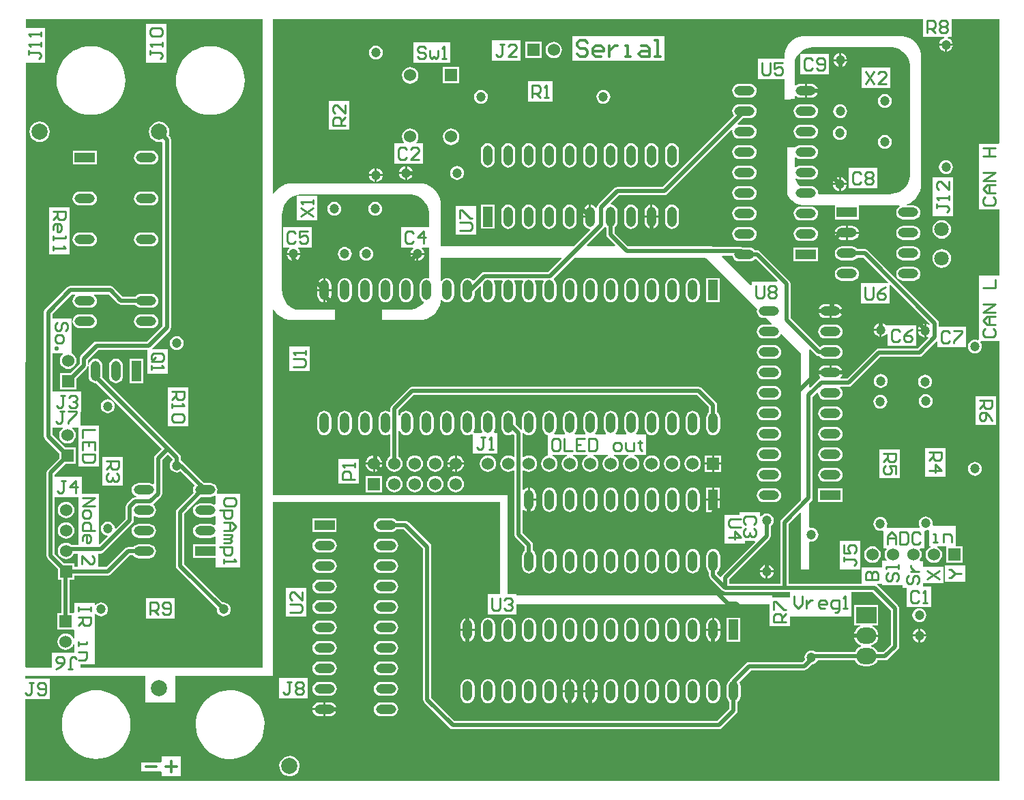
<source format=gtl>
G04 Layer_Physical_Order=1*
G04 Layer_Color=255*
%FSLAX44Y44*%
%MOMM*%
G71*
G01*
G75*
%ADD10C,0.5000*%
%ADD11C,0.2540*%
%ADD12C,0.3000*%
%ADD13C,1.2000*%
%ADD14O,2.5000X1.2000*%
%ADD15R,2.5000X1.2000*%
%ADD16O,1.2000X2.5000*%
%ADD17R,1.2000X2.5000*%
%ADD18C,1.5240*%
%ADD19R,1.5240X1.5240*%
%ADD20R,1.5240X1.5240*%
%ADD21R,2.5000X2.0000*%
%ADD22O,2.5000X2.0000*%
%ADD23C,1.8000*%
%ADD24C,2.0000*%
G36*
X862590Y1013378D02*
X867473Y1012406D01*
X872074Y1010501D01*
X876214Y1007735D01*
X879734Y1004214D01*
X882501Y1000073D01*
X884406Y995473D01*
X885378Y990590D01*
X885500Y988100D01*
Y972565D01*
X850920D01*
Y947170D01*
X864957D01*
X865388Y945900D01*
X864659Y945341D01*
X863290Y943557D01*
X862430Y941479D01*
X862303Y940520D01*
X879196D01*
X879070Y941479D01*
X878210Y943557D01*
X876841Y945341D01*
X876112Y945900D01*
X876543Y947170D01*
X885500D01*
Y909830D01*
X884891Y909423D01*
X884230Y909156D01*
X882200Y909424D01*
X879971Y909130D01*
X877893Y908270D01*
X876109Y906901D01*
X874740Y905117D01*
X873880Y903039D01*
X873586Y900810D01*
Y887810D01*
X873880Y885581D01*
X874740Y883503D01*
X876109Y881719D01*
X877893Y880350D01*
X878501Y880099D01*
X878799Y878601D01*
X876214Y876015D01*
X872074Y873249D01*
X867473Y871344D01*
X862590Y870372D01*
X860100Y870250D01*
X827000D01*
Y857500D01*
X876602D01*
X881509Y858476D01*
X886131Y860391D01*
X890292Y863170D01*
X893829Y866709D01*
X896609Y870869D01*
X898524Y875491D01*
X899500Y880398D01*
Y882252D01*
X900770Y882683D01*
X901509Y881719D01*
X903293Y880350D01*
X905371Y879490D01*
X907600Y879196D01*
X909829Y879490D01*
X911907Y880350D01*
X913691Y881719D01*
X915060Y883503D01*
X915920Y885581D01*
X916214Y887810D01*
Y900810D01*
X915920Y903039D01*
X915060Y905117D01*
X913691Y906901D01*
X911907Y908270D01*
X909829Y909130D01*
X907600Y909424D01*
X905371Y909130D01*
X903293Y908270D01*
X901509Y906901D01*
X900770Y905938D01*
X899500Y906368D01*
Y934750D01*
X1049323D01*
X1049809Y933577D01*
X1033222Y916989D01*
X953827D01*
X951861Y916598D01*
X950193Y915484D01*
X940866Y906156D01*
X939599Y906239D01*
X939091Y906901D01*
X937307Y908270D01*
X935229Y909130D01*
X933000Y909424D01*
X930771Y909130D01*
X928693Y908270D01*
X926909Y906901D01*
X925540Y905117D01*
X924680Y903039D01*
X924386Y900810D01*
Y887810D01*
X924680Y885581D01*
X925540Y883503D01*
X926909Y881719D01*
X928693Y880350D01*
X930771Y879490D01*
X933000Y879196D01*
X935229Y879490D01*
X937307Y880350D01*
X939091Y881719D01*
X940460Y883503D01*
X941320Y885581D01*
X941614Y887810D01*
Y892369D01*
X948613Y899369D01*
X949786Y898883D01*
Y887810D01*
X950080Y885581D01*
X950940Y883503D01*
X952309Y881719D01*
X954093Y880350D01*
X956171Y879490D01*
X958400Y879196D01*
X960629Y879490D01*
X962707Y880350D01*
X964491Y881719D01*
X965860Y883503D01*
X966720Y885581D01*
X967014Y887810D01*
Y900810D01*
X966720Y903039D01*
X965860Y905117D01*
X965510Y905572D01*
X966072Y906711D01*
X976128D01*
X976690Y905572D01*
X976340Y905117D01*
X975480Y903039D01*
X975186Y900810D01*
Y887810D01*
X975480Y885581D01*
X976340Y883503D01*
X977709Y881719D01*
X979493Y880350D01*
X981571Y879490D01*
X983800Y879196D01*
X986029Y879490D01*
X988107Y880350D01*
X989891Y881719D01*
X991260Y883503D01*
X992120Y885581D01*
X992414Y887810D01*
Y900810D01*
X992120Y903039D01*
X991260Y905117D01*
X990910Y905572D01*
X991472Y906711D01*
X1001528D01*
X1002090Y905572D01*
X1001740Y905117D01*
X1000880Y903039D01*
X1000586Y900810D01*
Y887810D01*
X1000880Y885581D01*
X1001740Y883503D01*
X1003109Y881719D01*
X1004893Y880350D01*
X1006971Y879490D01*
X1009200Y879196D01*
X1011429Y879490D01*
X1013507Y880350D01*
X1015291Y881719D01*
X1016660Y883503D01*
X1017520Y885581D01*
X1017814Y887810D01*
Y900810D01*
X1017520Y903039D01*
X1016660Y905117D01*
X1016310Y905572D01*
X1016872Y906711D01*
X1026928D01*
X1027490Y905572D01*
X1027140Y905117D01*
X1026280Y903039D01*
X1025986Y900810D01*
Y887810D01*
X1026280Y885581D01*
X1027140Y883503D01*
X1028509Y881719D01*
X1030293Y880350D01*
X1032371Y879490D01*
X1034600Y879196D01*
X1036829Y879490D01*
X1038907Y880350D01*
X1040691Y881719D01*
X1042060Y883503D01*
X1042920Y885581D01*
X1043214Y887810D01*
Y900810D01*
X1042920Y903039D01*
X1042060Y905117D01*
X1040691Y906901D01*
X1039997Y907433D01*
X1039886Y909119D01*
X1065517Y934750D01*
X1228000D01*
X1292221Y870529D01*
X1292180Y870429D01*
X1291886Y868200D01*
X1292180Y865971D01*
X1293040Y863893D01*
X1294409Y862109D01*
X1296193Y860740D01*
X1298271Y859880D01*
X1300500Y859586D01*
X1303164D01*
X1310163Y852587D01*
X1309677Y851414D01*
X1300500D01*
X1298271Y851120D01*
X1296193Y850260D01*
X1294409Y848891D01*
X1293040Y847107D01*
X1292180Y845029D01*
X1291886Y842800D01*
X1292180Y840571D01*
X1293040Y838493D01*
X1294409Y836709D01*
X1296193Y835340D01*
X1298271Y834480D01*
X1300500Y834186D01*
X1313500D01*
X1315729Y834480D01*
X1317807Y835340D01*
X1319591Y836709D01*
X1320960Y838493D01*
X1321399Y839555D01*
X1322897Y839853D01*
X1346500Y816250D01*
Y633767D01*
X1322656Y609924D01*
X1321542Y608256D01*
X1321151Y606290D01*
Y530139D01*
X1257889D01*
Y535372D01*
X1307884Y585366D01*
X1308998Y587034D01*
X1309389Y589000D01*
Y601679D01*
X1310341Y602409D01*
X1311710Y604193D01*
X1312570Y606271D01*
X1312864Y608500D01*
X1312570Y610729D01*
X1311710Y612807D01*
X1310341Y614591D01*
X1308557Y615960D01*
X1306479Y616820D01*
X1304250Y617114D01*
X1302021Y616820D01*
X1299943Y615960D01*
X1298159Y614591D01*
X1297085Y613191D01*
X1295815Y613622D01*
Y618330D01*
X1270420D01*
Y614830D01*
X1251920D01*
Y579278D01*
X1277315D01*
Y582778D01*
X1289102D01*
X1289588Y581605D01*
X1249116Y541134D01*
X1248002Y539467D01*
X1247894Y538920D01*
X1246516Y538502D01*
X1242939Y542079D01*
Y544439D01*
X1243891Y545169D01*
X1245260Y546953D01*
X1246120Y549031D01*
X1246414Y551260D01*
Y564260D01*
X1246120Y566489D01*
X1245260Y568567D01*
X1243891Y570351D01*
X1242107Y571720D01*
X1240029Y572580D01*
X1237800Y572874D01*
X1235571Y572580D01*
X1233493Y571720D01*
X1231709Y570351D01*
X1230340Y568567D01*
X1229480Y566489D01*
X1229186Y564260D01*
Y551260D01*
X1229480Y549031D01*
X1230340Y546953D01*
X1231709Y545169D01*
X1232661Y544439D01*
Y539950D01*
X1233052Y537984D01*
X1234166Y536316D01*
X1249116Y521366D01*
X1250783Y520252D01*
X1252750Y519861D01*
X1331876D01*
X1332920Y519315D01*
X1332920Y518591D01*
Y513704D01*
X1332830Y512472D01*
X1331650Y512472D01*
X1311000D01*
Y515250D01*
X993722D01*
Y517315D01*
X982250D01*
Y640000D01*
X691000D01*
X691000Y869916D01*
X692270Y870301D01*
X694670Y866709D01*
X698208Y863170D01*
X702369Y860391D01*
X706991Y858476D01*
X711898Y857500D01*
X768250D01*
Y870250D01*
X719551D01*
X717747Y870978D01*
X714333Y872837D01*
X711243Y875194D01*
X708549Y877996D01*
X706314Y881176D01*
X704590Y884659D01*
X703418Y888365D01*
X702824Y892206D01*
X702750Y894150D01*
Y988100D01*
X702872Y990590D01*
X703844Y995473D01*
X705749Y1000073D01*
X708515Y1004214D01*
X712036Y1007735D01*
X716177Y1010501D01*
X720777Y1012406D01*
X725660Y1013378D01*
X728150Y1013500D01*
X860100D01*
X862590Y1013378D01*
D02*
G37*
G36*
X1105161Y971884D02*
Y963200D01*
X1105552Y961234D01*
X1106666Y959566D01*
X1116059Y950173D01*
X1115573Y949000D01*
X1081427D01*
X1080941Y950173D01*
X1102134Y971366D01*
X1102906Y972522D01*
X1103505Y972700D01*
X1104127Y972749D01*
X1105161Y971884D01*
D02*
G37*
G36*
X1261730Y936571D02*
X1262590Y934493D01*
X1263959Y932709D01*
X1265743Y931340D01*
X1267821Y930480D01*
X1270050Y930186D01*
X1283050D01*
X1285279Y930480D01*
X1287357Y931340D01*
X1289141Y932709D01*
X1289178Y932758D01*
X1290864Y932869D01*
X1317494Y906238D01*
X1317008Y905065D01*
X1285420D01*
Y900989D01*
X1284247Y900503D01*
X1248562Y936188D01*
X1249048Y937361D01*
X1261626D01*
X1261730Y936571D01*
D02*
G37*
G36*
X679000Y426000D02*
X452580D01*
Y429901D01*
X470315D01*
Y492226D01*
X471585Y492658D01*
X472159Y491909D01*
X473943Y490540D01*
X476021Y489680D01*
X478250Y489386D01*
X480479Y489680D01*
X482557Y490540D01*
X484341Y491909D01*
X485710Y493693D01*
X486570Y495771D01*
X486864Y498000D01*
X486570Y500229D01*
X485710Y502307D01*
X484341Y504091D01*
X482557Y505460D01*
X480479Y506320D01*
X478250Y506614D01*
X476021Y506320D01*
X473943Y505460D01*
X472159Y504091D01*
X471585Y503343D01*
X470315Y503774D01*
Y506080D01*
X444920D01*
Y494719D01*
X444410Y493660D01*
X443650Y493660D01*
X439389D01*
Y535040D01*
X444910D01*
Y540211D01*
X486850D01*
X488816Y540602D01*
X490484Y541716D01*
X513728Y564961D01*
X517929D01*
X518659Y564009D01*
X520443Y562640D01*
X522521Y561780D01*
X524750Y561486D01*
X537750D01*
X539979Y561780D01*
X542057Y562640D01*
X543841Y564009D01*
X545210Y565793D01*
X546070Y567871D01*
X546364Y570100D01*
X546070Y572329D01*
X545210Y574407D01*
X543841Y576191D01*
X542057Y577560D01*
X539979Y578420D01*
X537750Y578714D01*
X524750D01*
X522521Y578420D01*
X520443Y577560D01*
X518659Y576191D01*
X517929Y575239D01*
X511600D01*
X509633Y574848D01*
X507966Y573734D01*
X484721Y550489D01*
X474815D01*
Y567361D01*
X477750D01*
X479716Y567752D01*
X481384Y568866D01*
X517344Y604826D01*
X518458Y606493D01*
X518849Y608460D01*
Y613228D01*
X519988Y613790D01*
X520443Y613440D01*
X522521Y612580D01*
X524750Y612286D01*
X537750D01*
X539979Y612580D01*
X542057Y613440D01*
X543841Y614809D01*
X545210Y616593D01*
X546070Y618671D01*
X546364Y620900D01*
X546070Y623129D01*
X545210Y625207D01*
X543841Y626991D01*
X543380Y627344D01*
X543321Y628991D01*
X552424Y638093D01*
X553537Y639761D01*
X553929Y641727D01*
Y683327D01*
X561042Y690441D01*
X566982Y684501D01*
X566925Y683178D01*
X566159Y682591D01*
X564790Y680807D01*
X563930Y678729D01*
X563636Y676500D01*
X563930Y674271D01*
X564790Y672193D01*
X566159Y670409D01*
X567943Y669040D01*
X570021Y668180D01*
X572250Y667886D01*
X574479Y668180D01*
X576557Y669040D01*
X577058Y669425D01*
X594526Y651957D01*
X593490Y650607D01*
X592630Y648529D01*
X592336Y646300D01*
X592630Y644071D01*
X593047Y643064D01*
X572616Y622634D01*
X571502Y620966D01*
X571111Y619000D01*
Y552000D01*
X571502Y550033D01*
X572616Y548366D01*
X621793Y499190D01*
X621636Y498000D01*
X621930Y495771D01*
X622790Y493693D01*
X624159Y491909D01*
X625943Y490540D01*
X628021Y489680D01*
X630250Y489386D01*
X632479Y489680D01*
X634557Y490540D01*
X636341Y491909D01*
X637710Y493693D01*
X638570Y495771D01*
X638864Y498000D01*
X638570Y500229D01*
X637710Y502307D01*
X636341Y504091D01*
X634557Y505460D01*
X632479Y506320D01*
X630250Y506614D01*
X629060Y506457D01*
X581389Y554128D01*
Y616871D01*
X602204Y637686D01*
X613950D01*
X616179Y637980D01*
X618257Y638840D01*
X618822Y639274D01*
X620092Y638647D01*
Y628553D01*
X618822Y627926D01*
X618257Y628360D01*
X616179Y629220D01*
X613950Y629514D01*
X600950D01*
X598721Y629220D01*
X596643Y628360D01*
X594859Y626991D01*
X593490Y625207D01*
X592630Y623129D01*
X592336Y620900D01*
X592630Y618671D01*
X593490Y616593D01*
X594859Y614809D01*
X596643Y613440D01*
X598721Y612580D01*
X600950Y612286D01*
X613950D01*
X616179Y612580D01*
X618257Y613440D01*
X618822Y613874D01*
X620092Y613247D01*
Y603153D01*
X618822Y602526D01*
X618257Y602960D01*
X616179Y603820D01*
X613950Y604114D01*
X600950D01*
X598721Y603820D01*
X596643Y602960D01*
X594859Y601591D01*
X593490Y599807D01*
X592630Y597729D01*
X592336Y595500D01*
X592630Y593271D01*
X593490Y591193D01*
X594859Y589409D01*
X596643Y588040D01*
X598721Y587180D01*
X600950Y586886D01*
X613950D01*
X616179Y587180D01*
X618257Y588040D01*
X618822Y588474D01*
X620092Y587847D01*
Y578640D01*
X592410D01*
Y561560D01*
X620092D01*
Y549666D01*
X650565D01*
Y641080D01*
X622156D01*
X621558Y642350D01*
X622270Y644071D01*
X622564Y646300D01*
X622270Y648529D01*
X621410Y650607D01*
X620041Y652391D01*
X618257Y653760D01*
X616179Y654620D01*
X613950Y654914D01*
X606104D01*
X580884Y680134D01*
X579534Y681035D01*
X578341Y682591D01*
X577389Y683321D01*
Y686500D01*
X576998Y688466D01*
X575884Y690134D01*
X564676Y701341D01*
X564650Y701358D01*
X564634Y701384D01*
X479795Y786222D01*
X479964Y787500D01*
Y800500D01*
X479670Y802729D01*
X478810Y804807D01*
X477441Y806591D01*
X475657Y807960D01*
X473579Y808820D01*
X471350Y809114D01*
X469121Y808820D01*
X467043Y807960D01*
X465259Y806591D01*
X463890Y804807D01*
X463030Y802729D01*
X462909Y801810D01*
X461639Y801893D01*
Y807122D01*
X474879Y820361D01*
X535920D01*
Y790357D01*
X561315D01*
Y820830D01*
X541698D01*
X541367Y822100D01*
X563384Y844116D01*
X564498Y845783D01*
X564889Y847750D01*
Y1081221D01*
X564498Y1083187D01*
X563384Y1084854D01*
X561837Y1086401D01*
X562328Y1087587D01*
X562759Y1090860D01*
X562328Y1094134D01*
X561064Y1097185D01*
X559054Y1099804D01*
X556435Y1101814D01*
X553384Y1103078D01*
X550110Y1103509D01*
X546837Y1103078D01*
X543786Y1101814D01*
X541167Y1099804D01*
X539157Y1097185D01*
X537893Y1094134D01*
X537462Y1090860D01*
X537893Y1087587D01*
X539157Y1084536D01*
X541167Y1081917D01*
X543786Y1079907D01*
X546837Y1078643D01*
X550110Y1078212D01*
X553341Y1078637D01*
X553389Y1078640D01*
X554611Y1077777D01*
Y849878D01*
X535372Y830639D01*
X472750D01*
X470784Y830248D01*
X469116Y829134D01*
X452866Y812884D01*
X451752Y811217D01*
X451361Y809250D01*
Y802729D01*
X440143Y791510D01*
X427090D01*
Y771190D01*
X447410D01*
Y784243D01*
X460134Y796966D01*
X461248Y798633D01*
X461466Y799733D01*
X462736Y799608D01*
Y787500D01*
X463030Y785271D01*
X463890Y783193D01*
X465259Y781409D01*
X467043Y780040D01*
X469121Y779180D01*
X471350Y778886D01*
X472452Y779031D01*
X553775Y697708D01*
X545156Y689089D01*
X544042Y687422D01*
X543651Y685455D01*
Y653972D01*
X542512Y653410D01*
X542057Y653760D01*
X539979Y654620D01*
X537750Y654914D01*
X524750D01*
X522521Y654620D01*
X520443Y653760D01*
X518659Y652391D01*
X517290Y650607D01*
X516430Y648529D01*
X516136Y646300D01*
X516430Y644071D01*
X517290Y641993D01*
X518659Y640209D01*
X520443Y638840D01*
X521630Y638349D01*
X521377Y637079D01*
X520177D01*
X518211Y636688D01*
X516544Y635574D01*
X510076Y629106D01*
X508963Y627439D01*
X508571Y625473D01*
Y610588D01*
X496363Y598381D01*
X495035Y598848D01*
X494820Y600479D01*
X493960Y602557D01*
X492591Y604341D01*
X490807Y605710D01*
X488729Y606570D01*
X486500Y606864D01*
X484271Y606570D01*
X482193Y605710D01*
X480409Y604341D01*
X479040Y602557D01*
X478180Y600479D01*
X477886Y598250D01*
X478180Y596021D01*
X479040Y593943D01*
X480409Y592159D01*
X482193Y590790D01*
X484271Y589930D01*
X485902Y589715D01*
X486369Y588387D01*
X476585Y578602D01*
X475315Y579128D01*
Y641080D01*
X454472D01*
Y662815D01*
X420639D01*
Y665471D01*
X433607Y678440D01*
X446660D01*
Y698760D01*
X433607D01*
X417559Y714809D01*
Y723920D01*
X430744D01*
X431083Y722650D01*
X429254Y721246D01*
X427625Y719124D01*
X426601Y716652D01*
X426252Y714000D01*
X426601Y711348D01*
X427625Y708876D01*
X429254Y706754D01*
X431376Y705125D01*
X433848Y704101D01*
X436500Y703752D01*
X439152Y704101D01*
X441624Y705125D01*
X443746Y706754D01*
X445375Y708876D01*
X446399Y711348D01*
X446748Y714000D01*
X446399Y716652D01*
X445375Y719124D01*
X443746Y721246D01*
X441917Y722650D01*
X442256Y723920D01*
X449670D01*
Y675293D01*
X475065D01*
Y726080D01*
X452472D01*
Y743420D01*
X453722D01*
Y768815D01*
X418170D01*
X417559Y769832D01*
Y815911D01*
X430413D01*
X430844Y814641D01*
X430004Y813996D01*
X428375Y811874D01*
X427351Y809402D01*
X427002Y806750D01*
X427351Y804098D01*
X428375Y801626D01*
X430004Y799504D01*
X432126Y797875D01*
X434598Y796852D01*
X437250Y796502D01*
X439902Y796852D01*
X442374Y797875D01*
X444496Y799504D01*
X446125Y801626D01*
X447149Y804098D01*
X447498Y806750D01*
X447149Y809402D01*
X446125Y811874D01*
X444496Y813996D01*
X442374Y815625D01*
X441315Y816063D01*
Y859080D01*
X417559D01*
Y864791D01*
X441879Y889111D01*
X446021D01*
X446452Y887841D01*
X445409Y887041D01*
X444040Y885257D01*
X443180Y883179D01*
X442886Y880950D01*
X443180Y878721D01*
X444040Y876643D01*
X445409Y874859D01*
X447193Y873490D01*
X449271Y872630D01*
X451500Y872336D01*
X464500D01*
X466729Y872630D01*
X468807Y873490D01*
X470591Y874859D01*
X471960Y876643D01*
X472820Y878721D01*
X473114Y880950D01*
X472820Y883179D01*
X471960Y885257D01*
X470591Y887041D01*
X469548Y887841D01*
X469979Y889111D01*
X487621D01*
X499116Y877616D01*
X500784Y876502D01*
X502750Y876111D01*
X520648D01*
X521609Y874859D01*
X523393Y873490D01*
X525471Y872630D01*
X527700Y872336D01*
X540700D01*
X542929Y872630D01*
X545007Y873490D01*
X546791Y874859D01*
X548160Y876643D01*
X549020Y878721D01*
X549314Y880950D01*
X549020Y883179D01*
X548160Y885257D01*
X546791Y887041D01*
X545007Y888410D01*
X542929Y889270D01*
X540700Y889564D01*
X527700D01*
X525471Y889270D01*
X523393Y888410D01*
X521609Y887041D01*
X521109Y886389D01*
X504879D01*
X493384Y897884D01*
X491716Y898998D01*
X489750Y899389D01*
X439750D01*
X437784Y898998D01*
X436116Y897884D01*
X408786Y870554D01*
X407672Y868886D01*
X407281Y866920D01*
Y712680D01*
X407672Y710714D01*
X408786Y709046D01*
X426340Y691493D01*
Y685707D01*
X411866Y671234D01*
X410752Y669566D01*
X410361Y667600D01*
Y564750D01*
X410752Y562784D01*
X411866Y561116D01*
X424590Y548393D01*
Y535040D01*
X429111D01*
Y493660D01*
X424090D01*
Y473340D01*
X443650D01*
X444410Y473340D01*
X444920Y472281D01*
Y462209D01*
X443650Y461956D01*
X443125Y463224D01*
X441496Y465346D01*
X439374Y466975D01*
X436902Y467999D01*
X434250Y468348D01*
X431598Y467999D01*
X429126Y466975D01*
X427004Y465346D01*
X425375Y463224D01*
X424352Y460752D01*
X424002Y458100D01*
X424352Y455448D01*
X425375Y452976D01*
X427004Y450854D01*
X429126Y449225D01*
X431598Y448201D01*
X434250Y447852D01*
X436902Y448201D01*
X439374Y449225D01*
X441496Y450854D01*
X443125Y452976D01*
X443650Y454244D01*
X444920Y453992D01*
Y444580D01*
X417028D01*
Y426000D01*
X384973D01*
X384076Y426898D01*
X384475Y1176670D01*
X408580D01*
Y1219839D01*
X385396D01*
X384498Y1220738D01*
X384500Y1224000D01*
X385000Y1231000D01*
X679000D01*
Y426000D01*
D02*
G37*
G36*
X449920Y577639D02*
X442155D01*
X441996Y577846D01*
X439874Y579475D01*
X437402Y580499D01*
X434750Y580848D01*
X432098Y580499D01*
X429626Y579475D01*
X427504Y577846D01*
X425875Y575724D01*
X424851Y573252D01*
X424502Y570600D01*
X424851Y567948D01*
X425875Y565476D01*
X427504Y563354D01*
X429626Y561725D01*
X432098Y560701D01*
X434750Y560352D01*
X437402Y560701D01*
X439874Y561725D01*
X441996Y563354D01*
X443625Y565476D01*
X444406Y567361D01*
X449420D01*
Y550489D01*
X444910D01*
Y555360D01*
X432157D01*
X420639Y566879D01*
Y637420D01*
X449920D01*
Y577639D01*
D02*
G37*
G36*
X1593250Y1077273D02*
X1591980Y1076177D01*
X1567435D01*
Y994920D01*
X1591980D01*
X1592830Y994920D01*
X1593250Y993824D01*
Y913273D01*
X1591980Y912177D01*
X1567435D01*
Y833178D01*
X1566165Y832329D01*
X1564979Y832820D01*
X1562750Y833114D01*
X1560521Y832820D01*
X1558443Y831960D01*
X1556659Y830591D01*
X1555290Y828807D01*
X1554430Y826729D01*
X1554136Y824500D01*
X1554430Y822271D01*
X1555290Y820193D01*
X1556659Y818409D01*
X1558443Y817040D01*
X1560521Y816180D01*
X1562750Y815886D01*
X1564979Y816180D01*
X1567057Y817040D01*
X1568841Y818409D01*
X1570210Y820193D01*
X1571070Y822271D01*
X1571364Y824500D01*
X1571070Y826729D01*
X1570210Y828807D01*
X1569563Y829650D01*
X1570189Y830920D01*
X1591980D01*
X1592830Y830920D01*
X1593250Y829824D01*
X1593250Y285000D01*
X384898Y285000D01*
X384001Y285898D01*
X384054Y386920D01*
X414722D01*
Y412315D01*
X384966D01*
X384068Y413213D01*
X384070Y415500D01*
X533250D01*
Y382000D01*
X570000D01*
Y415500D01*
X691000D01*
Y631750D01*
X973250D01*
Y517315D01*
X958170D01*
Y491920D01*
X993722D01*
Y504750D01*
X1307435D01*
Y476920D01*
X1332830D01*
Y487609D01*
X1332920Y488842D01*
X1334100Y488842D01*
X1409099D01*
Y518591D01*
X1409099Y519315D01*
X1410142Y519861D01*
X1435621D01*
X1458361Y497122D01*
Y454379D01*
X1449061Y445079D01*
X1441605D01*
X1441114Y446264D01*
X1439104Y448884D01*
X1436484Y450894D01*
X1433927Y451953D01*
Y453327D01*
X1436484Y454386D01*
X1439104Y456396D01*
X1441114Y459016D01*
X1442377Y462066D01*
X1442641Y464070D01*
X1412679D01*
X1412943Y462066D01*
X1414206Y459016D01*
X1416216Y456396D01*
X1418836Y454386D01*
X1421393Y453327D01*
Y451953D01*
X1418836Y450894D01*
X1416216Y448884D01*
X1414206Y446264D01*
X1413715Y445079D01*
X1365205D01*
X1364057Y445960D01*
X1361979Y446820D01*
X1359750Y447114D01*
X1357521Y446820D01*
X1355443Y445960D01*
X1353659Y444591D01*
X1352290Y442807D01*
X1351430Y440729D01*
X1351136Y438500D01*
X1351430Y436271D01*
X1351671Y435688D01*
X1348622Y432639D01*
X1282500D01*
X1280533Y432248D01*
X1278866Y431134D01*
X1259566Y411834D01*
X1258452Y410167D01*
X1258435Y410078D01*
X1257109Y409061D01*
X1255740Y407277D01*
X1254880Y405199D01*
X1254586Y402970D01*
Y389970D01*
X1254880Y387741D01*
X1255740Y385663D01*
X1257109Y383879D01*
X1258061Y383149D01*
Y374579D01*
X1243121Y359639D01*
X916628D01*
X888139Y388129D01*
Y575750D01*
X887748Y577716D01*
X886634Y579384D01*
X859684Y606334D01*
X858017Y607448D01*
X856050Y607839D01*
X845021D01*
X844291Y608791D01*
X842507Y610160D01*
X840429Y611020D01*
X838200Y611314D01*
X825200D01*
X822971Y611020D01*
X820893Y610160D01*
X819109Y608791D01*
X817740Y607007D01*
X816880Y604929D01*
X816586Y602700D01*
X816880Y600471D01*
X817740Y598393D01*
X819109Y596609D01*
X820893Y595240D01*
X822971Y594380D01*
X825200Y594086D01*
X838200D01*
X840429Y594380D01*
X842507Y595240D01*
X844291Y596609D01*
X845021Y597561D01*
X853922D01*
X877861Y573621D01*
Y386000D01*
X878252Y384034D01*
X879366Y382366D01*
X910866Y350866D01*
X912533Y349752D01*
X914500Y349361D01*
X1245250D01*
X1247216Y349752D01*
X1248884Y350866D01*
X1266834Y368816D01*
X1267948Y370484D01*
X1268339Y372450D01*
Y383149D01*
X1269291Y383879D01*
X1270660Y385663D01*
X1271520Y387741D01*
X1271814Y389970D01*
Y402970D01*
X1271520Y405199D01*
X1270660Y407277D01*
X1270175Y407908D01*
X1284628Y422361D01*
X1350750D01*
X1352717Y422752D01*
X1354384Y423866D01*
X1360503Y429985D01*
X1361979Y430180D01*
X1364057Y431040D01*
X1365841Y432409D01*
X1367210Y434193D01*
X1367462Y434801D01*
X1413715D01*
X1414206Y433616D01*
X1416216Y430996D01*
X1418836Y428986D01*
X1421886Y427723D01*
X1425160Y427292D01*
X1430160D01*
X1433434Y427723D01*
X1436484Y428986D01*
X1439104Y430996D01*
X1441114Y433616D01*
X1441605Y434801D01*
X1451190D01*
X1453156Y435192D01*
X1454824Y436306D01*
X1467134Y448616D01*
X1468248Y450284D01*
X1468639Y452250D01*
Y499250D01*
X1468248Y501217D01*
X1467134Y502884D01*
X1441384Y528634D01*
X1441359Y528650D01*
X1441744Y529920D01*
X1447580Y529920D01*
X1447685Y528694D01*
Y527670D01*
X1472935D01*
Y524920D01*
X1477920D01*
Y501170D01*
X1508393D01*
Y526565D01*
X1498330D01*
Y530920D01*
X1523580D01*
Y551237D01*
X1498330D01*
Y557933D01*
X1494521D01*
X1493941Y559203D01*
X1495225Y560876D01*
X1496248Y563348D01*
X1496598Y566000D01*
X1496248Y568652D01*
X1495225Y571124D01*
X1494246Y572400D01*
X1494872Y573670D01*
X1500207D01*
Y595344D01*
X1501162Y596181D01*
X1501500Y596136D01*
X1503729Y596430D01*
X1504900Y596915D01*
X1506170Y596066D01*
Y576670D01*
X1507641D01*
X1507894Y575400D01*
X1506626Y574875D01*
X1504504Y573246D01*
X1502875Y571124D01*
X1501852Y568652D01*
X1501502Y566000D01*
X1501852Y563348D01*
X1502875Y560876D01*
X1504504Y558754D01*
X1506626Y557125D01*
X1509098Y556101D01*
X1511750Y555752D01*
X1514402Y556101D01*
X1516874Y557125D01*
X1518996Y558754D01*
X1520625Y560876D01*
X1521649Y563348D01*
X1521998Y566000D01*
X1521649Y568652D01*
X1520625Y571124D01*
X1518996Y573246D01*
X1516874Y574875D01*
X1515606Y575400D01*
X1515858Y576670D01*
X1525931D01*
X1526990Y576160D01*
X1526990Y575400D01*
Y555840D01*
X1547310D01*
Y576160D01*
X1540241D01*
X1539183Y576670D01*
X1539183Y577430D01*
Y602065D01*
X1510912D01*
X1509927Y603335D01*
X1510114Y604750D01*
X1509820Y606979D01*
X1508960Y609057D01*
X1507591Y610841D01*
X1505807Y612210D01*
X1503729Y613070D01*
X1501500Y613364D01*
X1499271Y613070D01*
X1497193Y612210D01*
X1495409Y610841D01*
X1494040Y609057D01*
X1493180Y606979D01*
X1492886Y604750D01*
X1493180Y602521D01*
X1494040Y600443D01*
X1494224Y600204D01*
X1493662Y599065D01*
X1453741D01*
X1452975Y600335D01*
X1453570Y601771D01*
X1453864Y604000D01*
X1453570Y606229D01*
X1452710Y608307D01*
X1451341Y610091D01*
X1449557Y611460D01*
X1447479Y612320D01*
X1445250Y612614D01*
X1443021Y612320D01*
X1440943Y611460D01*
X1439159Y610091D01*
X1437790Y608307D01*
X1436930Y606229D01*
X1436636Y604000D01*
X1436930Y601771D01*
X1437790Y599693D01*
X1439159Y597909D01*
X1440943Y596540D01*
X1443021Y595680D01*
X1445250Y595386D01*
X1447479Y595680D01*
X1448364Y596046D01*
X1449420Y595341D01*
Y573670D01*
X1452428D01*
X1453054Y572400D01*
X1452075Y571124D01*
X1451051Y568652D01*
X1450702Y566000D01*
X1451051Y563348D01*
X1452075Y560876D01*
X1453198Y559413D01*
X1452571Y558143D01*
X1447685D01*
Y551463D01*
X1447580Y550237D01*
X1446415Y550237D01*
X1422185D01*
Y530139D01*
X1331429D01*
Y604161D01*
X1345327Y618059D01*
X1346500Y617573D01*
Y547750D01*
X1357250D01*
Y580981D01*
X1358520Y582048D01*
X1359750Y581886D01*
X1361979Y582180D01*
X1364057Y583040D01*
X1365841Y584409D01*
X1367210Y586193D01*
X1368070Y588271D01*
X1368364Y590500D01*
X1368070Y592729D01*
X1367210Y594807D01*
X1365841Y596591D01*
X1364057Y597960D01*
X1361979Y598820D01*
X1359750Y599114D01*
X1358520Y598952D01*
X1357250Y600019D01*
Y629983D01*
X1359884Y632616D01*
X1360998Y634283D01*
X1361389Y636250D01*
Y761871D01*
X1366910Y767392D01*
X1368112Y766799D01*
X1368086Y766600D01*
X1368380Y764371D01*
X1369240Y762293D01*
X1370609Y760509D01*
X1372393Y759140D01*
X1374471Y758280D01*
X1376700Y757986D01*
X1389700D01*
X1391929Y758280D01*
X1394007Y759140D01*
X1395791Y760509D01*
X1397160Y762293D01*
X1398020Y764371D01*
X1398314Y766600D01*
X1398020Y768829D01*
X1397160Y770907D01*
X1395791Y772691D01*
X1395269Y773091D01*
X1395700Y774361D01*
X1406000D01*
X1407966Y774752D01*
X1409634Y775866D01*
X1445379Y811611D01*
X1493670D01*
X1495636Y812002D01*
X1497304Y813116D01*
X1514997Y830809D01*
X1516170Y830323D01*
Y823670D01*
X1551722D01*
Y849065D01*
X1517889D01*
Y853458D01*
X1517498Y855424D01*
X1516384Y857091D01*
X1429841Y943634D01*
X1428174Y944748D01*
X1426208Y945139D01*
X1417121D01*
X1416391Y946091D01*
X1414607Y947460D01*
X1412529Y948320D01*
X1410300Y948614D01*
X1397300D01*
X1395071Y948320D01*
X1392993Y947460D01*
X1391209Y946091D01*
X1389840Y944307D01*
X1388980Y942229D01*
X1388686Y940000D01*
X1388980Y937771D01*
X1389840Y935693D01*
X1391209Y933909D01*
X1392993Y932540D01*
X1395071Y931680D01*
X1397300Y931386D01*
X1410300D01*
X1412529Y931680D01*
X1414607Y932540D01*
X1416391Y933909D01*
X1417121Y934861D01*
X1424079D01*
X1454952Y903988D01*
X1454466Y902815D01*
X1421420D01*
Y877420D01*
X1456972D01*
Y900309D01*
X1458145Y900795D01*
X1506696Y852245D01*
X1505856Y851288D01*
X1505307Y851710D01*
X1503229Y852570D01*
X1502270Y852697D01*
Y844250D01*
Y835804D01*
X1503229Y835930D01*
X1504180Y836324D01*
X1504900Y835247D01*
X1491541Y821889D01*
X1443250D01*
X1441284Y821498D01*
X1439616Y820384D01*
X1403871Y784639D01*
X1396111D01*
X1395702Y785841D01*
X1395791Y785909D01*
X1397160Y787693D01*
X1398020Y789771D01*
X1398147Y790730D01*
X1383200D01*
X1368253D01*
X1368380Y789771D01*
X1369240Y787693D01*
X1370609Y785909D01*
X1370819Y785748D01*
X1370502Y784390D01*
X1369783Y784248D01*
X1368116Y783134D01*
X1358423Y773440D01*
X1357250Y773926D01*
X1357250Y820323D01*
X1358423Y820809D01*
X1365466Y813766D01*
X1367133Y812653D01*
X1369100Y812261D01*
X1369879D01*
X1370609Y811309D01*
X1372393Y809940D01*
X1374471Y809080D01*
X1376700Y808786D01*
X1389700D01*
X1391929Y809080D01*
X1394007Y809940D01*
X1395791Y811309D01*
X1397160Y813093D01*
X1398020Y815171D01*
X1398314Y817400D01*
X1398020Y819629D01*
X1397160Y821707D01*
X1395791Y823491D01*
X1394007Y824860D01*
X1391929Y825720D01*
X1389700Y826014D01*
X1376700D01*
X1374471Y825720D01*
X1372393Y824860D01*
X1370609Y823491D01*
X1370297Y823470D01*
X1333889Y859878D01*
Y902250D01*
X1333498Y904217D01*
X1332384Y905884D01*
X1295834Y942434D01*
X1294167Y943548D01*
X1292200Y943939D01*
X1289871D01*
X1289141Y944891D01*
X1287357Y946260D01*
X1285279Y947120D01*
X1283050Y947414D01*
X1273981D01*
X1272850Y947639D01*
X1237111D01*
X1235750Y949000D01*
X1131767D01*
X1115439Y965329D01*
Y972179D01*
X1116391Y972909D01*
X1117760Y974693D01*
X1118620Y976771D01*
X1118914Y979000D01*
Y992000D01*
X1118620Y994229D01*
X1117760Y996307D01*
X1116391Y998091D01*
X1114607Y999460D01*
X1112529Y1000320D01*
X1111028Y1000518D01*
X1110573Y1001859D01*
X1120826Y1012111D01*
X1177250D01*
X1179217Y1012502D01*
X1180884Y1013616D01*
X1260411Y1093144D01*
X1261614Y1092551D01*
X1261436Y1091200D01*
X1261730Y1088971D01*
X1262590Y1086893D01*
X1263959Y1085109D01*
X1265743Y1083740D01*
X1267821Y1082880D01*
X1270050Y1082586D01*
X1283050D01*
X1285279Y1082880D01*
X1287357Y1083740D01*
X1289141Y1085109D01*
X1290510Y1086893D01*
X1291370Y1088971D01*
X1291664Y1091200D01*
X1291370Y1093429D01*
X1290510Y1095507D01*
X1289141Y1097291D01*
X1287357Y1098660D01*
X1285279Y1099520D01*
X1283050Y1099814D01*
X1270050D01*
X1268699Y1099636D01*
X1268106Y1100839D01*
X1275254Y1107986D01*
X1283050D01*
X1285279Y1108280D01*
X1287357Y1109140D01*
X1289141Y1110509D01*
X1290510Y1112293D01*
X1291370Y1114371D01*
X1291664Y1116600D01*
X1291370Y1118829D01*
X1290510Y1120907D01*
X1289141Y1122691D01*
X1287357Y1124060D01*
X1285279Y1124920D01*
X1283050Y1125214D01*
X1270050D01*
X1267821Y1124920D01*
X1265743Y1124060D01*
X1263959Y1122691D01*
X1262590Y1120907D01*
X1261730Y1118829D01*
X1261436Y1116600D01*
X1261730Y1114371D01*
X1262590Y1112293D01*
X1263648Y1110915D01*
X1175122Y1022389D01*
X1118697D01*
X1116731Y1021998D01*
X1115063Y1020884D01*
X1094866Y1000686D01*
X1093752Y999019D01*
X1093367Y997081D01*
X1093289Y997030D01*
X1092091Y996657D01*
X1090991Y998091D01*
X1089207Y999460D01*
X1087129Y1000320D01*
X1086170Y1000446D01*
Y985500D01*
X1084900D01*
Y984230D01*
X1076286D01*
Y979000D01*
X1076580Y976771D01*
X1077440Y974693D01*
X1078809Y972909D01*
X1080593Y971540D01*
X1082671Y970680D01*
X1084832Y970395D01*
X1085098Y970030D01*
X1085483Y969250D01*
X1065233Y949000D01*
X899500D01*
Y1001100D01*
Y1003602D01*
X898524Y1008509D01*
X896609Y1013131D01*
X893829Y1017291D01*
X890292Y1020829D01*
X886131Y1023609D01*
X881509Y1025524D01*
X876602Y1026500D01*
X711898D01*
X706991Y1025524D01*
X702369Y1023609D01*
X698208Y1020829D01*
X694670Y1017291D01*
X692270Y1013699D01*
X691000Y1014084D01*
Y1231000D01*
X1498092D01*
Y1208532D01*
X1524273D01*
X1524521Y1207320D01*
X1522443Y1206460D01*
X1520659Y1205091D01*
X1519290Y1203307D01*
X1518430Y1201229D01*
X1518304Y1200270D01*
X1526750D01*
X1535197D01*
X1535070Y1201229D01*
X1534210Y1203307D01*
X1532841Y1205091D01*
X1531057Y1206460D01*
X1528979Y1207320D01*
X1529227Y1208532D01*
X1533644D01*
Y1231000D01*
X1593250D01*
Y1077273D01*
D02*
G37*
%LPC*%
G36*
X1212400Y649074D02*
X1210171Y648780D01*
X1208093Y647920D01*
X1206309Y646551D01*
X1204940Y644767D01*
X1204080Y642689D01*
X1203786Y640460D01*
Y627460D01*
X1204080Y625231D01*
X1204940Y623153D01*
X1206309Y621369D01*
X1208093Y620000D01*
X1210171Y619140D01*
X1212400Y618846D01*
X1214629Y619140D01*
X1216707Y620000D01*
X1218491Y621369D01*
X1219860Y623153D01*
X1220720Y625231D01*
X1221014Y627460D01*
Y640460D01*
X1220720Y642689D01*
X1219860Y644767D01*
X1218491Y646551D01*
X1216707Y647920D01*
X1214629Y648780D01*
X1212400Y649074D01*
D02*
G37*
G36*
X1313500Y648214D02*
X1300500D01*
X1298271Y647920D01*
X1296193Y647060D01*
X1294409Y645691D01*
X1293040Y643907D01*
X1292180Y641829D01*
X1291886Y639600D01*
X1292180Y637371D01*
X1293040Y635293D01*
X1294409Y633509D01*
X1296193Y632140D01*
X1298271Y631280D01*
X1300500Y630986D01*
X1313500D01*
X1315729Y631280D01*
X1317807Y632140D01*
X1319591Y633509D01*
X1320960Y635293D01*
X1321820Y637371D01*
X1322114Y639600D01*
X1321820Y641829D01*
X1320960Y643907D01*
X1319591Y645691D01*
X1317807Y647060D01*
X1315729Y647920D01*
X1313500Y648214D01*
D02*
G37*
G36*
X1017814Y632690D02*
X1010470D01*
Y619013D01*
X1011429Y619140D01*
X1013507Y620000D01*
X1015291Y621369D01*
X1016660Y623153D01*
X1017520Y625231D01*
X1017814Y627460D01*
Y632690D01*
D02*
G37*
G36*
X1246340D02*
X1239070D01*
Y618920D01*
X1246340D01*
Y632690D01*
D02*
G37*
G36*
X1236530D02*
X1229260D01*
Y618920D01*
X1236530D01*
Y632690D01*
D02*
G37*
G36*
Y649000D02*
X1229260D01*
Y635230D01*
X1236530D01*
Y649000D01*
D02*
G37*
G36*
X826860Y663760D02*
X806540D01*
Y643440D01*
X826860D01*
Y663760D01*
D02*
G37*
G36*
X918300Y663848D02*
X915648Y663499D01*
X913176Y662475D01*
X911054Y660846D01*
X909425Y658724D01*
X908401Y656252D01*
X908052Y653600D01*
X908401Y650948D01*
X909425Y648476D01*
X911054Y646354D01*
X913176Y644725D01*
X915648Y643701D01*
X918300Y643352D01*
X920952Y643701D01*
X923424Y644725D01*
X925546Y646354D01*
X927175Y648476D01*
X928198Y650948D01*
X928548Y653600D01*
X928198Y656252D01*
X927175Y658724D01*
X925546Y660846D01*
X923424Y662475D01*
X920952Y663499D01*
X918300Y663848D01*
D02*
G37*
G36*
X798330Y684393D02*
X772935D01*
Y653920D01*
X798330D01*
Y684393D01*
D02*
G37*
G36*
X892900Y663848D02*
X890248Y663499D01*
X887776Y662475D01*
X885654Y660846D01*
X884025Y658724D01*
X883001Y656252D01*
X882652Y653600D01*
X883001Y650948D01*
X884025Y648476D01*
X885654Y646354D01*
X887776Y644725D01*
X890248Y643701D01*
X892900Y643352D01*
X895552Y643701D01*
X898024Y644725D01*
X900146Y646354D01*
X901775Y648476D01*
X902798Y650948D01*
X903148Y653600D01*
X902798Y656252D01*
X901775Y658724D01*
X900146Y660846D01*
X898024Y662475D01*
X895552Y663499D01*
X892900Y663848D01*
D02*
G37*
G36*
X1246340Y649000D02*
X1239070D01*
Y635230D01*
X1246340D01*
Y649000D01*
D02*
G37*
G36*
X1010470Y648906D02*
Y635230D01*
X1017814D01*
Y640460D01*
X1017520Y642689D01*
X1016660Y644767D01*
X1015291Y646551D01*
X1013507Y647920D01*
X1011429Y648780D01*
X1010470Y648906D01*
D02*
G37*
G36*
X867500Y663848D02*
X864848Y663499D01*
X862376Y662475D01*
X860254Y660846D01*
X858625Y658724D01*
X857601Y656252D01*
X857252Y653600D01*
X857601Y650948D01*
X858625Y648476D01*
X860254Y646354D01*
X862376Y644725D01*
X864848Y643701D01*
X867500Y643352D01*
X870152Y643701D01*
X872624Y644725D01*
X874746Y646354D01*
X876375Y648476D01*
X877399Y650948D01*
X877748Y653600D01*
X877399Y656252D01*
X876375Y658724D01*
X874746Y660846D01*
X872624Y662475D01*
X870152Y663499D01*
X867500Y663848D01*
D02*
G37*
G36*
X842100D02*
X839448Y663499D01*
X836976Y662475D01*
X834854Y660846D01*
X833225Y658724D01*
X832202Y656252D01*
X831852Y653600D01*
X832202Y650948D01*
X833225Y648476D01*
X834854Y646354D01*
X836976Y644725D01*
X839448Y643701D01*
X842100Y643352D01*
X844752Y643701D01*
X847224Y644725D01*
X849346Y646354D01*
X850975Y648476D01*
X851999Y650948D01*
X852348Y653600D01*
X851999Y656252D01*
X850975Y658724D01*
X849346Y660846D01*
X847224Y662475D01*
X844752Y663499D01*
X842100Y663848D01*
D02*
G37*
G36*
X1187000Y649074D02*
X1184771Y648780D01*
X1182693Y647920D01*
X1180909Y646551D01*
X1179540Y644767D01*
X1178680Y642689D01*
X1178386Y640460D01*
Y627460D01*
X1178680Y625231D01*
X1179540Y623153D01*
X1180909Y621369D01*
X1182693Y620000D01*
X1184771Y619140D01*
X1187000Y618846D01*
X1189229Y619140D01*
X1191307Y620000D01*
X1193091Y621369D01*
X1194460Y623153D01*
X1195320Y625231D01*
X1195614Y627460D01*
Y640460D01*
X1195320Y642689D01*
X1194460Y644767D01*
X1193091Y646551D01*
X1191307Y647920D01*
X1189229Y648780D01*
X1187000Y649074D01*
D02*
G37*
G36*
X1305520Y553447D02*
Y546270D01*
X1312697D01*
X1312570Y547229D01*
X1311710Y549307D01*
X1310341Y551091D01*
X1308557Y552460D01*
X1306479Y553320D01*
X1305520Y553447D01*
D02*
G37*
G36*
X1302980D02*
X1302021Y553320D01*
X1299943Y552460D01*
X1298159Y551091D01*
X1296790Y549307D01*
X1295930Y547229D01*
X1295804Y546270D01*
X1302980D01*
Y553447D01*
D02*
G37*
G36*
X1110800Y649074D02*
X1108571Y648780D01*
X1106493Y647920D01*
X1104709Y646551D01*
X1103340Y644767D01*
X1102480Y642689D01*
X1102186Y640460D01*
Y627460D01*
X1102480Y625231D01*
X1103340Y623153D01*
X1104709Y621369D01*
X1106493Y620000D01*
X1108571Y619140D01*
X1110800Y618846D01*
X1113029Y619140D01*
X1115107Y620000D01*
X1116891Y621369D01*
X1118260Y623153D01*
X1119120Y625231D01*
X1119414Y627460D01*
Y640460D01*
X1119120Y642689D01*
X1118260Y644767D01*
X1116891Y646551D01*
X1115107Y647920D01*
X1113029Y648780D01*
X1110800Y649074D01*
D02*
G37*
G36*
X1085400D02*
X1083171Y648780D01*
X1081093Y647920D01*
X1079309Y646551D01*
X1077940Y644767D01*
X1077080Y642689D01*
X1076786Y640460D01*
Y627460D01*
X1077080Y625231D01*
X1077940Y623153D01*
X1079309Y621369D01*
X1081093Y620000D01*
X1083171Y619140D01*
X1085400Y618846D01*
X1087629Y619140D01*
X1089707Y620000D01*
X1091491Y621369D01*
X1092860Y623153D01*
X1093720Y625231D01*
X1094014Y627460D01*
Y640460D01*
X1093720Y642689D01*
X1092860Y644767D01*
X1091491Y646551D01*
X1089707Y647920D01*
X1087629Y648780D01*
X1085400Y649074D01*
D02*
G37*
G36*
X1161600D02*
X1159371Y648780D01*
X1157293Y647920D01*
X1155509Y646551D01*
X1154140Y644767D01*
X1153280Y642689D01*
X1152986Y640460D01*
Y627460D01*
X1153280Y625231D01*
X1154140Y623153D01*
X1155509Y621369D01*
X1157293Y620000D01*
X1159371Y619140D01*
X1161600Y618846D01*
X1163829Y619140D01*
X1165907Y620000D01*
X1167691Y621369D01*
X1169060Y623153D01*
X1169920Y625231D01*
X1170214Y627460D01*
Y640460D01*
X1169920Y642689D01*
X1169060Y644767D01*
X1167691Y646551D01*
X1165907Y647920D01*
X1163829Y648780D01*
X1161600Y649074D01*
D02*
G37*
G36*
X1136200D02*
X1133971Y648780D01*
X1131893Y647920D01*
X1130109Y646551D01*
X1128740Y644767D01*
X1127880Y642689D01*
X1127586Y640460D01*
Y627460D01*
X1127880Y625231D01*
X1128740Y623153D01*
X1130109Y621369D01*
X1131893Y620000D01*
X1133971Y619140D01*
X1136200Y618846D01*
X1138429Y619140D01*
X1140507Y620000D01*
X1142291Y621369D01*
X1143660Y623153D01*
X1144520Y625231D01*
X1144814Y627460D01*
Y640460D01*
X1144520Y642689D01*
X1143660Y644767D01*
X1142291Y646551D01*
X1140507Y647920D01*
X1138429Y648780D01*
X1136200Y649074D01*
D02*
G37*
G36*
X1060000D02*
X1057771Y648780D01*
X1055693Y647920D01*
X1053909Y646551D01*
X1052540Y644767D01*
X1051680Y642689D01*
X1051386Y640460D01*
Y627460D01*
X1051680Y625231D01*
X1052540Y623153D01*
X1053909Y621369D01*
X1055693Y620000D01*
X1057771Y619140D01*
X1060000Y618846D01*
X1062229Y619140D01*
X1064307Y620000D01*
X1066091Y621369D01*
X1067460Y623153D01*
X1068320Y625231D01*
X1068614Y627460D01*
Y640460D01*
X1068320Y642689D01*
X1067460Y644767D01*
X1066091Y646551D01*
X1064307Y647920D01*
X1062229Y648780D01*
X1060000Y649074D01*
D02*
G37*
G36*
X1034600D02*
X1032371Y648780D01*
X1030293Y647920D01*
X1028509Y646551D01*
X1027140Y644767D01*
X1026280Y642689D01*
X1025986Y640460D01*
Y627460D01*
X1026280Y625231D01*
X1027140Y623153D01*
X1028509Y621369D01*
X1030293Y620000D01*
X1032371Y619140D01*
X1034600Y618846D01*
X1036829Y619140D01*
X1038907Y620000D01*
X1040691Y621369D01*
X1042060Y623153D01*
X1042920Y625231D01*
X1043214Y627460D01*
Y640460D01*
X1042920Y642689D01*
X1042060Y644767D01*
X1040691Y646551D01*
X1038907Y647920D01*
X1036829Y648780D01*
X1034600Y649074D01*
D02*
G37*
G36*
X1313500Y673614D02*
X1300500D01*
X1298271Y673320D01*
X1296193Y672460D01*
X1294409Y671091D01*
X1293040Y669307D01*
X1292180Y667229D01*
X1291886Y665000D01*
X1292180Y662771D01*
X1293040Y660693D01*
X1294409Y658909D01*
X1296193Y657540D01*
X1298271Y656680D01*
X1300500Y656386D01*
X1313500D01*
X1315729Y656680D01*
X1317807Y657540D01*
X1319591Y658909D01*
X1320960Y660693D01*
X1321820Y662771D01*
X1322114Y665000D01*
X1321820Y667229D01*
X1320960Y669307D01*
X1319591Y671091D01*
X1317807Y672460D01*
X1315729Y673320D01*
X1313500Y673614D01*
D02*
G37*
G36*
Y724414D02*
X1300500D01*
X1298271Y724120D01*
X1296193Y723260D01*
X1294409Y721891D01*
X1293040Y720107D01*
X1292180Y718029D01*
X1291886Y715800D01*
X1292180Y713571D01*
X1293040Y711493D01*
X1294409Y709709D01*
X1296193Y708340D01*
X1298271Y707480D01*
X1300500Y707186D01*
X1313500D01*
X1315729Y707480D01*
X1317807Y708340D01*
X1319591Y709709D01*
X1320960Y711493D01*
X1321820Y713571D01*
X1322114Y715800D01*
X1321820Y718029D01*
X1320960Y720107D01*
X1319591Y721891D01*
X1317807Y723260D01*
X1315729Y724120D01*
X1313500Y724414D01*
D02*
G37*
G36*
X780600Y744424D02*
X778371Y744130D01*
X776293Y743270D01*
X774509Y741901D01*
X773140Y740117D01*
X772280Y738039D01*
X771986Y735810D01*
Y722810D01*
X772280Y720581D01*
X773140Y718503D01*
X774509Y716719D01*
X776293Y715350D01*
X778371Y714490D01*
X780600Y714196D01*
X782829Y714490D01*
X784907Y715350D01*
X786691Y716719D01*
X788060Y718503D01*
X788920Y720581D01*
X789214Y722810D01*
Y735810D01*
X788920Y738039D01*
X788060Y740117D01*
X786691Y741901D01*
X784907Y743270D01*
X782829Y744130D01*
X780600Y744424D01*
D02*
G37*
G36*
X755200D02*
X752971Y744130D01*
X750893Y743270D01*
X749109Y741901D01*
X747740Y740117D01*
X746880Y738039D01*
X746586Y735810D01*
Y722810D01*
X746880Y720581D01*
X747740Y718503D01*
X749109Y716719D01*
X750893Y715350D01*
X752971Y714490D01*
X755200Y714196D01*
X757429Y714490D01*
X759507Y715350D01*
X761291Y716719D01*
X762660Y718503D01*
X763520Y720581D01*
X763814Y722810D01*
Y735810D01*
X763520Y738039D01*
X762660Y740117D01*
X761291Y741901D01*
X759507Y743270D01*
X757429Y744130D01*
X755200Y744424D01*
D02*
G37*
G36*
X1247960Y689160D02*
X1239070D01*
Y680270D01*
X1247960D01*
Y689160D01*
D02*
G37*
G36*
X815430Y689081D02*
X814048Y688898D01*
X811576Y687875D01*
X809454Y686246D01*
X807825Y684124D01*
X806802Y681652D01*
X806619Y680270D01*
X815430D01*
Y689081D01*
D02*
G37*
G36*
X1313500Y699014D02*
X1300500D01*
X1298271Y698720D01*
X1296193Y697860D01*
X1294409Y696491D01*
X1293040Y694707D01*
X1292180Y692629D01*
X1291886Y690400D01*
X1292180Y688171D01*
X1293040Y686093D01*
X1294409Y684309D01*
X1296193Y682940D01*
X1298271Y682080D01*
X1300500Y681786D01*
X1313500D01*
X1315729Y682080D01*
X1317807Y682940D01*
X1319591Y684309D01*
X1320960Y686093D01*
X1321820Y688171D01*
X1322114Y690400D01*
X1321820Y692629D01*
X1320960Y694707D01*
X1319591Y696491D01*
X1317807Y697860D01*
X1315729Y698720D01*
X1313500Y699014D01*
D02*
G37*
G36*
X817970Y689081D02*
Y680270D01*
X826780D01*
X826599Y681652D01*
X825575Y684124D01*
X823946Y686246D01*
X821824Y687875D01*
X819352Y688898D01*
X817970Y689081D01*
D02*
G37*
G36*
X806000Y744424D02*
X803771Y744130D01*
X801693Y743270D01*
X799909Y741901D01*
X798540Y740117D01*
X797680Y738039D01*
X797386Y735810D01*
Y722810D01*
X797680Y720581D01*
X798540Y718503D01*
X799909Y716719D01*
X801693Y715350D01*
X803771Y714490D01*
X806000Y714196D01*
X808229Y714490D01*
X810307Y715350D01*
X812091Y716719D01*
X813460Y718503D01*
X814320Y720581D01*
X814614Y722810D01*
Y735810D01*
X814320Y738039D01*
X813460Y740117D01*
X812091Y741901D01*
X810307Y743270D01*
X808229Y744130D01*
X806000Y744424D01*
D02*
G37*
G36*
X1136200D02*
X1133971Y744130D01*
X1131893Y743270D01*
X1130109Y741901D01*
X1128740Y740117D01*
X1127880Y738039D01*
X1127586Y735810D01*
Y722810D01*
X1127880Y720581D01*
X1128740Y718503D01*
X1130109Y716719D01*
X1130284Y716585D01*
X1129853Y715315D01*
X1117147D01*
X1116716Y716585D01*
X1116891Y716719D01*
X1118260Y718503D01*
X1119120Y720581D01*
X1119414Y722810D01*
Y735810D01*
X1119120Y738039D01*
X1118260Y740117D01*
X1116891Y741901D01*
X1115107Y743270D01*
X1113029Y744130D01*
X1110800Y744424D01*
X1108571Y744130D01*
X1106493Y743270D01*
X1104709Y741901D01*
X1103340Y740117D01*
X1102480Y738039D01*
X1102186Y735810D01*
Y722810D01*
X1102480Y720581D01*
X1103340Y718503D01*
X1104709Y716719D01*
X1104884Y716585D01*
X1104453Y715315D01*
X1091747D01*
X1091316Y716585D01*
X1091491Y716719D01*
X1092860Y718503D01*
X1093720Y720581D01*
X1094014Y722810D01*
Y735810D01*
X1093720Y738039D01*
X1092860Y740117D01*
X1091491Y741901D01*
X1089707Y743270D01*
X1087629Y744130D01*
X1085400Y744424D01*
X1083171Y744130D01*
X1081093Y743270D01*
X1079309Y741901D01*
X1077940Y740117D01*
X1077080Y738039D01*
X1076786Y735810D01*
Y722810D01*
X1077080Y720581D01*
X1077940Y718503D01*
X1079309Y716719D01*
X1079484Y716585D01*
X1079053Y715315D01*
X1066347D01*
X1065916Y716585D01*
X1066091Y716719D01*
X1067460Y718503D01*
X1068320Y720581D01*
X1068614Y722810D01*
Y735810D01*
X1068320Y738039D01*
X1067460Y740117D01*
X1066091Y741901D01*
X1064307Y743270D01*
X1062229Y744130D01*
X1060000Y744424D01*
X1057771Y744130D01*
X1055693Y743270D01*
X1053909Y741901D01*
X1052540Y740117D01*
X1051680Y738039D01*
X1051386Y735810D01*
Y722810D01*
X1051680Y720581D01*
X1052540Y718503D01*
X1053909Y716719D01*
X1054084Y716585D01*
X1053653Y715315D01*
X1040947D01*
X1040516Y716585D01*
X1040691Y716719D01*
X1042060Y718503D01*
X1042920Y720581D01*
X1043214Y722810D01*
Y735810D01*
X1042920Y738039D01*
X1042060Y740117D01*
X1040691Y741901D01*
X1038907Y743270D01*
X1036829Y744130D01*
X1034600Y744424D01*
X1032371Y744130D01*
X1030293Y743270D01*
X1028509Y741901D01*
X1027140Y740117D01*
X1026280Y738039D01*
X1025986Y735810D01*
Y722810D01*
X1026280Y720581D01*
X1027140Y718503D01*
X1028509Y716719D01*
X1030293Y715350D01*
X1032371Y714490D01*
X1032920Y714417D01*
Y690307D01*
X1032920Y689920D01*
X1032230Y688936D01*
X1031948Y688898D01*
X1029476Y687875D01*
X1027354Y686246D01*
X1025725Y684124D01*
X1024702Y681652D01*
X1024352Y679000D01*
X1024702Y676348D01*
X1025725Y673876D01*
X1027354Y671754D01*
X1029476Y670125D01*
X1031948Y669101D01*
X1034600Y668752D01*
X1037252Y669101D01*
X1039724Y670125D01*
X1041846Y671754D01*
X1043475Y673876D01*
X1044499Y676348D01*
X1044848Y679000D01*
X1044499Y681652D01*
X1043475Y684124D01*
X1041846Y686246D01*
X1039724Y687875D01*
X1037852Y688650D01*
X1038105Y689920D01*
X1056495D01*
X1056748Y688650D01*
X1054876Y687875D01*
X1052754Y686246D01*
X1051125Y684124D01*
X1050101Y681652D01*
X1049752Y679000D01*
X1050101Y676348D01*
X1051125Y673876D01*
X1052754Y671754D01*
X1054876Y670125D01*
X1057348Y669101D01*
X1060000Y668752D01*
X1062652Y669101D01*
X1065124Y670125D01*
X1067246Y671754D01*
X1068875Y673876D01*
X1069899Y676348D01*
X1070248Y679000D01*
X1069899Y681652D01*
X1068875Y684124D01*
X1067246Y686246D01*
X1065124Y687875D01*
X1063252Y688650D01*
X1063505Y689920D01*
X1081895D01*
X1082148Y688650D01*
X1080276Y687875D01*
X1078154Y686246D01*
X1076525Y684124D01*
X1075501Y681652D01*
X1075152Y679000D01*
X1075501Y676348D01*
X1076525Y673876D01*
X1078154Y671754D01*
X1080276Y670125D01*
X1082748Y669101D01*
X1085400Y668752D01*
X1088052Y669101D01*
X1090524Y670125D01*
X1092646Y671754D01*
X1094275Y673876D01*
X1095298Y676348D01*
X1095648Y679000D01*
X1095298Y681652D01*
X1094275Y684124D01*
X1092646Y686246D01*
X1090524Y687875D01*
X1088652Y688650D01*
X1088905Y689920D01*
X1107295D01*
X1107548Y688650D01*
X1105676Y687875D01*
X1103554Y686246D01*
X1101925Y684124D01*
X1100901Y681652D01*
X1100552Y679000D01*
X1100901Y676348D01*
X1101925Y673876D01*
X1103554Y671754D01*
X1105676Y670125D01*
X1108148Y669101D01*
X1110800Y668752D01*
X1113452Y669101D01*
X1115924Y670125D01*
X1118046Y671754D01*
X1119675Y673876D01*
X1120698Y676348D01*
X1121048Y679000D01*
X1120698Y681652D01*
X1119675Y684124D01*
X1118046Y686246D01*
X1115924Y687875D01*
X1114052Y688650D01*
X1114305Y689920D01*
X1132695D01*
X1132948Y688650D01*
X1131076Y687875D01*
X1128954Y686246D01*
X1127325Y684124D01*
X1126301Y681652D01*
X1125952Y679000D01*
X1126301Y676348D01*
X1127325Y673876D01*
X1128954Y671754D01*
X1131076Y670125D01*
X1133548Y669101D01*
X1136200Y668752D01*
X1138852Y669101D01*
X1141324Y670125D01*
X1143446Y671754D01*
X1145075Y673876D01*
X1146098Y676348D01*
X1146448Y679000D01*
X1146098Y681652D01*
X1145075Y684124D01*
X1143446Y686246D01*
X1141324Y687875D01*
X1139452Y688650D01*
X1139705Y689920D01*
X1154804D01*
Y715315D01*
X1142547D01*
X1142116Y716585D01*
X1142291Y716719D01*
X1143660Y718503D01*
X1144520Y720581D01*
X1144814Y722810D01*
Y735810D01*
X1144520Y738039D01*
X1143660Y740117D01*
X1142291Y741901D01*
X1140507Y743270D01*
X1138429Y744130D01*
X1136200Y744424D01*
D02*
G37*
G36*
X1220000Y774139D02*
X864000D01*
X862033Y773748D01*
X860366Y772634D01*
X838806Y751074D01*
X837692Y749407D01*
X837301Y747440D01*
Y743482D01*
X836162Y742920D01*
X835707Y743270D01*
X833629Y744130D01*
X831400Y744424D01*
X829171Y744130D01*
X827093Y743270D01*
X825309Y741901D01*
X823940Y740117D01*
X823080Y738039D01*
X822786Y735810D01*
Y722810D01*
X823080Y720581D01*
X823940Y718503D01*
X825309Y716719D01*
X827093Y715350D01*
X829171Y714490D01*
X831400Y714196D01*
X833629Y714490D01*
X835707Y715350D01*
X836162Y715700D01*
X837301Y715138D01*
Y688009D01*
X836976Y687875D01*
X834854Y686246D01*
X833225Y684124D01*
X832202Y681652D01*
X831852Y679000D01*
X832202Y676348D01*
X833225Y673876D01*
X834854Y671754D01*
X836976Y670125D01*
X839448Y669101D01*
X842100Y668752D01*
X844752Y669101D01*
X847224Y670125D01*
X849346Y671754D01*
X850975Y673876D01*
X851999Y676348D01*
X852348Y679000D01*
X851999Y681652D01*
X850975Y684124D01*
X849346Y686246D01*
X847579Y687602D01*
Y719437D01*
X848849Y719690D01*
X849340Y718503D01*
X850709Y716719D01*
X852493Y715350D01*
X854571Y714490D01*
X856800Y714196D01*
X859029Y714490D01*
X861107Y715350D01*
X862891Y716719D01*
X864260Y718503D01*
X865120Y720581D01*
X865414Y722810D01*
Y735810D01*
X865120Y738039D01*
X864260Y740117D01*
X862891Y741901D01*
X861107Y743270D01*
X859029Y744130D01*
X856800Y744424D01*
X854571Y744130D01*
X852493Y743270D01*
X850709Y741901D01*
X849340Y740117D01*
X848849Y738930D01*
X847579Y739183D01*
Y745312D01*
X866128Y763861D01*
X1217871D01*
X1232661Y749072D01*
Y742631D01*
X1231709Y741901D01*
X1230340Y740117D01*
X1229480Y738039D01*
X1229186Y735810D01*
Y722810D01*
X1229480Y720581D01*
X1230340Y718503D01*
X1231709Y716719D01*
X1233493Y715350D01*
X1235571Y714490D01*
X1237800Y714196D01*
X1240029Y714490D01*
X1242107Y715350D01*
X1243891Y716719D01*
X1245260Y718503D01*
X1246120Y720581D01*
X1246414Y722810D01*
Y735810D01*
X1246120Y738039D01*
X1245260Y740117D01*
X1243891Y741901D01*
X1242939Y742631D01*
Y751200D01*
X1242548Y753167D01*
X1241434Y754834D01*
X1223634Y772634D01*
X1221966Y773748D01*
X1220000Y774139D01*
D02*
G37*
G36*
X1009200Y744424D02*
X1006971Y744130D01*
X1004893Y743270D01*
X1003109Y741901D01*
X1001740Y740117D01*
X1000880Y738039D01*
X1000586Y735810D01*
Y722810D01*
X1000772Y721402D01*
X999569Y720808D01*
X992414Y727964D01*
Y735810D01*
X992120Y738039D01*
X991260Y740117D01*
X989891Y741901D01*
X988107Y743270D01*
X986029Y744130D01*
X983800Y744424D01*
X981571Y744130D01*
X979493Y743270D01*
X977709Y741901D01*
X976340Y740117D01*
X975480Y738039D01*
X975186Y735810D01*
Y722810D01*
X975480Y720581D01*
X976340Y718503D01*
X977709Y716719D01*
X979493Y715350D01*
X981571Y714490D01*
X983800Y714196D01*
X986029Y714490D01*
X988107Y715350D01*
X989457Y716386D01*
X991321Y714521D01*
Y687636D01*
X990051Y687010D01*
X988924Y687875D01*
X986452Y688898D01*
X983800Y689248D01*
X981148Y688898D01*
X978676Y687875D01*
X976554Y686246D01*
X974925Y684124D01*
X973902Y681652D01*
X973552Y679000D01*
X973902Y676348D01*
X974925Y673876D01*
X976554Y671754D01*
X978676Y670125D01*
X981148Y669101D01*
X983800Y668752D01*
X986452Y669101D01*
X988924Y670125D01*
X990051Y670990D01*
X991321Y670364D01*
Y590540D01*
X991712Y588573D01*
X992826Y586906D01*
X1004061Y575672D01*
Y571081D01*
X1003109Y570351D01*
X1001740Y568567D01*
X1000880Y566489D01*
X1000586Y564260D01*
Y551260D01*
X1000880Y549031D01*
X1001740Y546953D01*
X1003109Y545169D01*
X1004893Y543800D01*
X1006971Y542940D01*
X1009200Y542646D01*
X1011429Y542940D01*
X1013507Y543800D01*
X1015291Y545169D01*
X1016660Y546953D01*
X1017520Y549031D01*
X1017814Y551260D01*
Y564260D01*
X1017520Y566489D01*
X1016660Y568567D01*
X1015291Y570351D01*
X1014339Y571081D01*
Y577800D01*
X1013948Y579767D01*
X1012834Y581434D01*
X1001599Y592668D01*
Y621251D01*
X1002869Y621683D01*
X1003109Y621369D01*
X1004893Y620000D01*
X1006971Y619140D01*
X1007930Y619013D01*
Y633960D01*
Y648906D01*
X1006971Y648780D01*
X1004893Y647920D01*
X1003109Y646551D01*
X1002869Y646237D01*
X1001599Y646668D01*
Y670425D01*
X1002869Y671052D01*
X1004076Y670125D01*
X1006548Y669101D01*
X1009200Y668752D01*
X1011852Y669101D01*
X1014324Y670125D01*
X1016446Y671754D01*
X1018075Y673876D01*
X1019099Y676348D01*
X1019448Y679000D01*
X1019099Y681652D01*
X1018075Y684124D01*
X1016446Y686246D01*
X1014324Y687875D01*
X1011852Y688898D01*
X1009200Y689248D01*
X1006548Y688898D01*
X1004076Y687875D01*
X1002869Y686948D01*
X1001599Y687575D01*
Y716601D01*
X1001686Y716684D01*
X1002800Y717123D01*
X1003109Y716719D01*
X1004893Y715350D01*
X1006971Y714490D01*
X1009200Y714196D01*
X1011429Y714490D01*
X1013507Y715350D01*
X1015291Y716719D01*
X1016660Y718503D01*
X1017520Y720581D01*
X1017814Y722810D01*
Y735810D01*
X1017520Y738039D01*
X1016660Y740117D01*
X1015291Y741901D01*
X1013507Y743270D01*
X1011429Y744130D01*
X1009200Y744424D01*
D02*
G37*
G36*
X958400D02*
X956171Y744130D01*
X954093Y743270D01*
X952309Y741901D01*
X950940Y740117D01*
X950080Y738039D01*
X949786Y735810D01*
Y722810D01*
X950080Y720581D01*
X950940Y718503D01*
X951170Y718204D01*
X950608Y717065D01*
X940957D01*
X940331Y718335D01*
X940460Y718503D01*
X941320Y720581D01*
X941614Y722810D01*
Y735810D01*
X941320Y738039D01*
X940460Y740117D01*
X939091Y741901D01*
X937307Y743270D01*
X935229Y744130D01*
X933000Y744424D01*
X930771Y744130D01*
X928693Y743270D01*
X926909Y741901D01*
X925540Y740117D01*
X924680Y738039D01*
X924386Y735810D01*
Y722810D01*
X924680Y720581D01*
X925540Y718503D01*
X926909Y716719D01*
X928693Y715350D01*
X930771Y714490D01*
X933000Y714196D01*
X935229Y714490D01*
X937307Y715350D01*
X938150Y715997D01*
X939420Y715371D01*
Y691670D01*
X969893D01*
Y717065D01*
X966192D01*
X965630Y718204D01*
X965860Y718503D01*
X966720Y720581D01*
X967014Y722810D01*
Y735810D01*
X966720Y738039D01*
X965860Y740117D01*
X964491Y741901D01*
X962707Y743270D01*
X960629Y744130D01*
X958400Y744424D01*
D02*
G37*
G36*
X1212400D02*
X1210171Y744130D01*
X1208093Y743270D01*
X1206309Y741901D01*
X1204940Y740117D01*
X1204080Y738039D01*
X1203786Y735810D01*
Y722810D01*
X1204080Y720581D01*
X1204940Y718503D01*
X1206309Y716719D01*
X1208093Y715350D01*
X1210171Y714490D01*
X1212400Y714196D01*
X1214629Y714490D01*
X1216707Y715350D01*
X1218491Y716719D01*
X1219860Y718503D01*
X1220720Y720581D01*
X1221014Y722810D01*
Y735810D01*
X1220720Y738039D01*
X1219860Y740117D01*
X1218491Y741901D01*
X1216707Y743270D01*
X1214629Y744130D01*
X1212400Y744424D01*
D02*
G37*
G36*
X907600D02*
X905371Y744130D01*
X903293Y743270D01*
X901509Y741901D01*
X900140Y740117D01*
X899280Y738039D01*
X898986Y735810D01*
Y722810D01*
X899280Y720581D01*
X900140Y718503D01*
X901509Y716719D01*
X903293Y715350D01*
X905371Y714490D01*
X907600Y714196D01*
X909829Y714490D01*
X911907Y715350D01*
X913691Y716719D01*
X915060Y718503D01*
X915920Y720581D01*
X916214Y722810D01*
Y735810D01*
X915920Y738039D01*
X915060Y740117D01*
X913691Y741901D01*
X911907Y743270D01*
X909829Y744130D01*
X907600Y744424D01*
D02*
G37*
G36*
X882200D02*
X879971Y744130D01*
X877893Y743270D01*
X876109Y741901D01*
X874740Y740117D01*
X873880Y738039D01*
X873586Y735810D01*
Y722810D01*
X873880Y720581D01*
X874740Y718503D01*
X876109Y716719D01*
X877893Y715350D01*
X879971Y714490D01*
X882200Y714196D01*
X884429Y714490D01*
X886507Y715350D01*
X888291Y716719D01*
X889660Y718503D01*
X890520Y720581D01*
X890814Y722810D01*
Y735810D01*
X890520Y738039D01*
X889660Y740117D01*
X888291Y741901D01*
X886507Y743270D01*
X884429Y744130D01*
X882200Y744424D01*
D02*
G37*
G36*
X1187000D02*
X1184771Y744130D01*
X1182693Y743270D01*
X1180909Y741901D01*
X1179540Y740117D01*
X1178680Y738039D01*
X1178386Y735810D01*
Y722810D01*
X1178680Y720581D01*
X1179540Y718503D01*
X1180909Y716719D01*
X1182693Y715350D01*
X1184771Y714490D01*
X1187000Y714196D01*
X1189229Y714490D01*
X1191307Y715350D01*
X1193091Y716719D01*
X1194460Y718503D01*
X1195320Y720581D01*
X1195614Y722810D01*
Y735810D01*
X1195320Y738039D01*
X1194460Y740117D01*
X1193091Y741901D01*
X1191307Y743270D01*
X1189229Y744130D01*
X1187000Y744424D01*
D02*
G37*
G36*
X1161600D02*
X1159371Y744130D01*
X1157293Y743270D01*
X1155509Y741901D01*
X1154140Y740117D01*
X1153280Y738039D01*
X1152986Y735810D01*
Y722810D01*
X1153280Y720581D01*
X1154140Y718503D01*
X1155509Y716719D01*
X1157293Y715350D01*
X1159371Y714490D01*
X1161600Y714196D01*
X1163829Y714490D01*
X1165907Y715350D01*
X1167691Y716719D01*
X1169060Y718503D01*
X1169920Y720581D01*
X1170214Y722810D01*
Y735810D01*
X1169920Y738039D01*
X1169060Y740117D01*
X1167691Y741901D01*
X1165907Y743270D01*
X1163829Y744130D01*
X1161600Y744424D01*
D02*
G37*
G36*
X958400Y689248D02*
X955748Y688898D01*
X953276Y687875D01*
X951154Y686246D01*
X949525Y684124D01*
X948502Y681652D01*
X948152Y679000D01*
X948502Y676348D01*
X949525Y673876D01*
X951154Y671754D01*
X953276Y670125D01*
X955748Y669101D01*
X958400Y668752D01*
X961052Y669101D01*
X963524Y670125D01*
X965646Y671754D01*
X967275Y673876D01*
X968298Y676348D01*
X968648Y679000D01*
X968298Y681652D01*
X967275Y684124D01*
X965646Y686246D01*
X963524Y687875D01*
X961052Y688898D01*
X958400Y689248D01*
D02*
G37*
G36*
X892900D02*
X890248Y688898D01*
X887776Y687875D01*
X885654Y686246D01*
X884025Y684124D01*
X883001Y681652D01*
X882652Y679000D01*
X883001Y676348D01*
X884025Y673876D01*
X885654Y671754D01*
X887776Y670125D01*
X890248Y669101D01*
X892900Y668752D01*
X895552Y669101D01*
X898024Y670125D01*
X900146Y671754D01*
X901775Y673876D01*
X902798Y676348D01*
X903148Y679000D01*
X902798Y681652D01*
X901775Y684124D01*
X900146Y686246D01*
X898024Y687875D01*
X895552Y688898D01*
X892900Y689248D01*
D02*
G37*
G36*
X1187000D02*
X1184348Y688898D01*
X1181876Y687875D01*
X1179754Y686246D01*
X1178125Y684124D01*
X1177102Y681652D01*
X1176752Y679000D01*
X1177102Y676348D01*
X1178125Y673876D01*
X1179754Y671754D01*
X1181876Y670125D01*
X1184348Y669101D01*
X1187000Y668752D01*
X1189652Y669101D01*
X1192124Y670125D01*
X1194246Y671754D01*
X1195875Y673876D01*
X1196898Y676348D01*
X1197248Y679000D01*
X1196898Y681652D01*
X1195875Y684124D01*
X1194246Y686246D01*
X1192124Y687875D01*
X1189652Y688898D01*
X1187000Y689248D01*
D02*
G37*
G36*
X1161600D02*
X1158948Y688898D01*
X1156476Y687875D01*
X1154354Y686246D01*
X1152725Y684124D01*
X1151702Y681652D01*
X1151352Y679000D01*
X1151702Y676348D01*
X1152725Y673876D01*
X1154354Y671754D01*
X1156476Y670125D01*
X1158948Y669101D01*
X1161600Y668752D01*
X1164252Y669101D01*
X1166724Y670125D01*
X1168846Y671754D01*
X1170475Y673876D01*
X1171498Y676348D01*
X1171848Y679000D01*
X1171498Y681652D01*
X1170475Y684124D01*
X1168846Y686246D01*
X1166724Y687875D01*
X1164252Y688898D01*
X1161600Y689248D01*
D02*
G37*
G36*
X867500D02*
X864848Y688898D01*
X862376Y687875D01*
X860254Y686246D01*
X858625Y684124D01*
X857601Y681652D01*
X857252Y679000D01*
X857601Y676348D01*
X858625Y673876D01*
X860254Y671754D01*
X862376Y670125D01*
X864848Y669101D01*
X867500Y668752D01*
X870152Y669101D01*
X872624Y670125D01*
X874746Y671754D01*
X876375Y673876D01*
X877399Y676348D01*
X877748Y679000D01*
X877399Y681652D01*
X876375Y684124D01*
X874746Y686246D01*
X872624Y687875D01*
X870152Y688898D01*
X867500Y689248D01*
D02*
G37*
G36*
X1212400D02*
X1209748Y688898D01*
X1207276Y687875D01*
X1205154Y686246D01*
X1203525Y684124D01*
X1202502Y681652D01*
X1202152Y679000D01*
X1202502Y676348D01*
X1203525Y673876D01*
X1205154Y671754D01*
X1207276Y670125D01*
X1209748Y669101D01*
X1212400Y668752D01*
X1215052Y669101D01*
X1217524Y670125D01*
X1219646Y671754D01*
X1221275Y673876D01*
X1222299Y676348D01*
X1222648Y679000D01*
X1222299Y681652D01*
X1221275Y684124D01*
X1219646Y686246D01*
X1217524Y687875D01*
X1215052Y688898D01*
X1212400Y689248D01*
D02*
G37*
G36*
X917030Y689081D02*
X915648Y688898D01*
X913176Y687875D01*
X911054Y686246D01*
X909425Y684124D01*
X908401Y681652D01*
X908220Y680270D01*
X917030D01*
Y689081D01*
D02*
G37*
G36*
X826780Y677730D02*
X817970D01*
Y668920D01*
X819352Y669101D01*
X821824Y670125D01*
X823946Y671754D01*
X825575Y673876D01*
X826599Y676348D01*
X826780Y677730D01*
D02*
G37*
G36*
X1236530Y689160D02*
X1227640D01*
Y680270D01*
X1236530D01*
Y689160D01*
D02*
G37*
G36*
X919570Y689081D02*
Y680270D01*
X928381D01*
X928198Y681652D01*
X927175Y684124D01*
X925546Y686246D01*
X923424Y687875D01*
X920952Y688898D01*
X919570Y689081D01*
D02*
G37*
G36*
X928381Y677730D02*
X919570D01*
Y668920D01*
X920952Y669101D01*
X923424Y670125D01*
X925546Y671754D01*
X927175Y673876D01*
X928198Y676348D01*
X928381Y677730D01*
D02*
G37*
G36*
X1247960Y677730D02*
X1239070D01*
Y668840D01*
X1247960D01*
Y677730D01*
D02*
G37*
G36*
X1236530D02*
X1227640D01*
Y668840D01*
X1236530D01*
Y677730D01*
D02*
G37*
G36*
X917030Y677730D02*
X908220D01*
X908401Y676348D01*
X909425Y673876D01*
X911054Y671754D01*
X913176Y670125D01*
X915648Y669101D01*
X917030Y668920D01*
Y677730D01*
D02*
G37*
G36*
X815430Y677730D02*
X806619D01*
X806802Y676348D01*
X807825Y673876D01*
X809454Y671754D01*
X811576Y670125D01*
X814048Y669101D01*
X815430Y668920D01*
Y677730D01*
D02*
G37*
G36*
X1212400Y572874D02*
X1210171Y572580D01*
X1208093Y571720D01*
X1206309Y570351D01*
X1204940Y568567D01*
X1204080Y566489D01*
X1203786Y564260D01*
Y551260D01*
X1204080Y549031D01*
X1204940Y546953D01*
X1206309Y545169D01*
X1208093Y543800D01*
X1210171Y542940D01*
X1212400Y542646D01*
X1214629Y542940D01*
X1216707Y543800D01*
X1218491Y545169D01*
X1219860Y546953D01*
X1220720Y549031D01*
X1221014Y551260D01*
Y564260D01*
X1220720Y566489D01*
X1219860Y568567D01*
X1218491Y570351D01*
X1216707Y571720D01*
X1214629Y572580D01*
X1212400Y572874D01*
D02*
G37*
G36*
X1136200D02*
X1133971Y572580D01*
X1131893Y571720D01*
X1130109Y570351D01*
X1128740Y568567D01*
X1127880Y566489D01*
X1127586Y564260D01*
Y551260D01*
X1127880Y549031D01*
X1128740Y546953D01*
X1130109Y545169D01*
X1131893Y543800D01*
X1133971Y542940D01*
X1136200Y542646D01*
X1138429Y542940D01*
X1140507Y543800D01*
X1142291Y545169D01*
X1143660Y546953D01*
X1144520Y549031D01*
X1144814Y551260D01*
Y564260D01*
X1144520Y566489D01*
X1143660Y568567D01*
X1142291Y570351D01*
X1140507Y571720D01*
X1138429Y572580D01*
X1136200Y572874D01*
D02*
G37*
G36*
X1110800D02*
X1108571Y572580D01*
X1106493Y571720D01*
X1104709Y570351D01*
X1103340Y568567D01*
X1102480Y566489D01*
X1102186Y564260D01*
Y551260D01*
X1102480Y549031D01*
X1103340Y546953D01*
X1104709Y545169D01*
X1106493Y543800D01*
X1108571Y542940D01*
X1110800Y542646D01*
X1113029Y542940D01*
X1115107Y543800D01*
X1116891Y545169D01*
X1118260Y546953D01*
X1119120Y549031D01*
X1119414Y551260D01*
Y564260D01*
X1119120Y566489D01*
X1118260Y568567D01*
X1116891Y570351D01*
X1115107Y571720D01*
X1113029Y572580D01*
X1110800Y572874D01*
D02*
G37*
G36*
X1187000D02*
X1184771Y572580D01*
X1182693Y571720D01*
X1180909Y570351D01*
X1179540Y568567D01*
X1178680Y566489D01*
X1178386Y564260D01*
Y551260D01*
X1178680Y549031D01*
X1179540Y546953D01*
X1180909Y545169D01*
X1182693Y543800D01*
X1184771Y542940D01*
X1187000Y542646D01*
X1189229Y542940D01*
X1191307Y543800D01*
X1193091Y545169D01*
X1194460Y546953D01*
X1195320Y549031D01*
X1195614Y551260D01*
Y564260D01*
X1195320Y566489D01*
X1194460Y568567D01*
X1193091Y570351D01*
X1191307Y571720D01*
X1189229Y572580D01*
X1187000Y572874D01*
D02*
G37*
G36*
X1161600D02*
X1159371Y572580D01*
X1157293Y571720D01*
X1155509Y570351D01*
X1154140Y568567D01*
X1153280Y566489D01*
X1152986Y564260D01*
Y551260D01*
X1153280Y549031D01*
X1154140Y546953D01*
X1155509Y545169D01*
X1157293Y543800D01*
X1159371Y542940D01*
X1161600Y542646D01*
X1163829Y542940D01*
X1165907Y543800D01*
X1167691Y545169D01*
X1169060Y546953D01*
X1169920Y549031D01*
X1170214Y551260D01*
Y564260D01*
X1169920Y566489D01*
X1169060Y568567D01*
X1167691Y570351D01*
X1165907Y571720D01*
X1163829Y572580D01*
X1161600Y572874D01*
D02*
G37*
G36*
X1085400D02*
X1083171Y572580D01*
X1081093Y571720D01*
X1079309Y570351D01*
X1077940Y568567D01*
X1077080Y566489D01*
X1076786Y564260D01*
Y551260D01*
X1077080Y549031D01*
X1077940Y546953D01*
X1079309Y545169D01*
X1081093Y543800D01*
X1083171Y542940D01*
X1085400Y542646D01*
X1087629Y542940D01*
X1089707Y543800D01*
X1091491Y545169D01*
X1092860Y546953D01*
X1093720Y549031D01*
X1094014Y551260D01*
Y564260D01*
X1093720Y566489D01*
X1092860Y568567D01*
X1091491Y570351D01*
X1089707Y571720D01*
X1087629Y572580D01*
X1085400Y572874D01*
D02*
G37*
G36*
X1312697Y543730D02*
X1305520D01*
Y536553D01*
X1306479Y536680D01*
X1308557Y537540D01*
X1310341Y538909D01*
X1311710Y540693D01*
X1312570Y542771D01*
X1312697Y543730D01*
D02*
G37*
G36*
X1302980D02*
X1295804D01*
X1295930Y542771D01*
X1296790Y540693D01*
X1298159Y538909D01*
X1299943Y537540D01*
X1302021Y536680D01*
X1302980Y536553D01*
Y543730D01*
D02*
G37*
G36*
X1060000Y572874D02*
X1057771Y572580D01*
X1055693Y571720D01*
X1053909Y570351D01*
X1052540Y568567D01*
X1051680Y566489D01*
X1051386Y564260D01*
Y551260D01*
X1051680Y549031D01*
X1052540Y546953D01*
X1053909Y545169D01*
X1055693Y543800D01*
X1057771Y542940D01*
X1060000Y542646D01*
X1062229Y542940D01*
X1064307Y543800D01*
X1066091Y545169D01*
X1067460Y546953D01*
X1068320Y549031D01*
X1068614Y551260D01*
Y564260D01*
X1068320Y566489D01*
X1067460Y568567D01*
X1066091Y570351D01*
X1064307Y571720D01*
X1062229Y572580D01*
X1060000Y572874D01*
D02*
G37*
G36*
X1034600D02*
X1032371Y572580D01*
X1030293Y571720D01*
X1028509Y570351D01*
X1027140Y568567D01*
X1026280Y566489D01*
X1025986Y564260D01*
Y551260D01*
X1026280Y549031D01*
X1027140Y546953D01*
X1028509Y545169D01*
X1030293Y543800D01*
X1032371Y542940D01*
X1034600Y542646D01*
X1036829Y542940D01*
X1038907Y543800D01*
X1040691Y545169D01*
X1042060Y546953D01*
X1042920Y549031D01*
X1043214Y551260D01*
Y564260D01*
X1042920Y566489D01*
X1042060Y568567D01*
X1040691Y570351D01*
X1038907Y571720D01*
X1036829Y572580D01*
X1034600Y572874D01*
D02*
G37*
G36*
X818300Y1003864D02*
X816071Y1003570D01*
X813993Y1002710D01*
X812209Y1001341D01*
X810840Y999557D01*
X809980Y997479D01*
X809686Y995250D01*
X809980Y993021D01*
X810840Y990943D01*
X812209Y989159D01*
X813993Y987790D01*
X816071Y986930D01*
X818300Y986636D01*
X820529Y986930D01*
X822607Y987790D01*
X824391Y989159D01*
X825760Y990943D01*
X826620Y993021D01*
X826914Y995250D01*
X826620Y997479D01*
X825760Y999557D01*
X824391Y1001341D01*
X822607Y1002710D01*
X820529Y1003570D01*
X818300Y1003864D01*
D02*
G37*
G36*
X767500D02*
X765271Y1003570D01*
X763193Y1002710D01*
X761409Y1001341D01*
X760040Y999557D01*
X759180Y997479D01*
X758886Y995250D01*
X759180Y993021D01*
X760040Y990943D01*
X761409Y989159D01*
X763193Y987790D01*
X765271Y986930D01*
X767500Y986636D01*
X769729Y986930D01*
X771807Y987790D01*
X773591Y989159D01*
X774960Y990943D01*
X775820Y993021D01*
X776114Y995250D01*
X775820Y997479D01*
X774960Y999557D01*
X773591Y1001341D01*
X771807Y1002710D01*
X769729Y1003570D01*
X767500Y1003864D01*
D02*
G37*
G36*
X746330Y1011143D02*
X720935D01*
Y980670D01*
X746330D01*
Y1011143D01*
D02*
G37*
G36*
X1110800Y909424D02*
X1108571Y909130D01*
X1106493Y908270D01*
X1104709Y906901D01*
X1103340Y905117D01*
X1102480Y903039D01*
X1102186Y900810D01*
Y887810D01*
X1102480Y885581D01*
X1103340Y883503D01*
X1104709Y881719D01*
X1106493Y880350D01*
X1108571Y879490D01*
X1110800Y879196D01*
X1113029Y879490D01*
X1115107Y880350D01*
X1116891Y881719D01*
X1118260Y883503D01*
X1119120Y885581D01*
X1119414Y887810D01*
Y900810D01*
X1119120Y903039D01*
X1118260Y905117D01*
X1116891Y906901D01*
X1115107Y908270D01*
X1113029Y909130D01*
X1110800Y909424D01*
D02*
G37*
G36*
X1085400D02*
X1083171Y909130D01*
X1081093Y908270D01*
X1079309Y906901D01*
X1077940Y905117D01*
X1077080Y903039D01*
X1076786Y900810D01*
Y887810D01*
X1077080Y885581D01*
X1077940Y883503D01*
X1079309Y881719D01*
X1081093Y880350D01*
X1083171Y879490D01*
X1085400Y879196D01*
X1087629Y879490D01*
X1089707Y880350D01*
X1091491Y881719D01*
X1092860Y883503D01*
X1093720Y885581D01*
X1094014Y887810D01*
Y900810D01*
X1093720Y903039D01*
X1092860Y905117D01*
X1091491Y906901D01*
X1089707Y908270D01*
X1087629Y909130D01*
X1085400Y909424D01*
D02*
G37*
G36*
X1161600D02*
X1159371Y909130D01*
X1157293Y908270D01*
X1155509Y906901D01*
X1154140Y905117D01*
X1153280Y903039D01*
X1152986Y900810D01*
Y887810D01*
X1153280Y885581D01*
X1154140Y883503D01*
X1155509Y881719D01*
X1157293Y880350D01*
X1159371Y879490D01*
X1161600Y879196D01*
X1163829Y879490D01*
X1165907Y880350D01*
X1167691Y881719D01*
X1169060Y883503D01*
X1169920Y885581D01*
X1170214Y887810D01*
Y900810D01*
X1169920Y903039D01*
X1169060Y905117D01*
X1167691Y906901D01*
X1165907Y908270D01*
X1163829Y909130D01*
X1161600Y909424D01*
D02*
G37*
G36*
X1136200D02*
X1133971Y909130D01*
X1131893Y908270D01*
X1130109Y906901D01*
X1128740Y905117D01*
X1127880Y903039D01*
X1127586Y900810D01*
Y887810D01*
X1127880Y885581D01*
X1128740Y883503D01*
X1130109Y881719D01*
X1131893Y880350D01*
X1133971Y879490D01*
X1136200Y879196D01*
X1138429Y879490D01*
X1140507Y880350D01*
X1142291Y881719D01*
X1143660Y883503D01*
X1144520Y885581D01*
X1144814Y887810D01*
Y900810D01*
X1144520Y903039D01*
X1143660Y905117D01*
X1142291Y906901D01*
X1140507Y908270D01*
X1138429Y909130D01*
X1136200Y909424D01*
D02*
G37*
G36*
X1060000D02*
X1057771Y909130D01*
X1055693Y908270D01*
X1053909Y906901D01*
X1052540Y905117D01*
X1051680Y903039D01*
X1051386Y900810D01*
Y887810D01*
X1051680Y885581D01*
X1052540Y883503D01*
X1053909Y881719D01*
X1055693Y880350D01*
X1057771Y879490D01*
X1060000Y879196D01*
X1062229Y879490D01*
X1064307Y880350D01*
X1066091Y881719D01*
X1067460Y883503D01*
X1068320Y885581D01*
X1068614Y887810D01*
Y900810D01*
X1068320Y903039D01*
X1067460Y905117D01*
X1066091Y906901D01*
X1064307Y908270D01*
X1062229Y909130D01*
X1060000Y909424D01*
D02*
G37*
G36*
X806000D02*
X803771Y909130D01*
X801693Y908270D01*
X799909Y906901D01*
X798540Y905117D01*
X797680Y903039D01*
X797386Y900810D01*
Y887810D01*
X797680Y885581D01*
X798540Y883503D01*
X799909Y881719D01*
X801693Y880350D01*
X803771Y879490D01*
X806000Y879196D01*
X808229Y879490D01*
X810307Y880350D01*
X812091Y881719D01*
X813460Y883503D01*
X814320Y885581D01*
X814614Y887810D01*
Y900810D01*
X814320Y903039D01*
X813460Y905117D01*
X812091Y906901D01*
X810307Y908270D01*
X808229Y909130D01*
X806000Y909424D01*
D02*
G37*
G36*
X780600D02*
X778371Y909130D01*
X776293Y908270D01*
X774509Y906901D01*
X773140Y905117D01*
X772280Y903039D01*
X771986Y900810D01*
Y887810D01*
X772280Y885581D01*
X773140Y883503D01*
X774509Y881719D01*
X776293Y880350D01*
X778371Y879490D01*
X780600Y879196D01*
X782829Y879490D01*
X784907Y880350D01*
X786691Y881719D01*
X788060Y883503D01*
X788920Y885581D01*
X789214Y887810D01*
Y900810D01*
X788920Y903039D01*
X788060Y905117D01*
X786691Y906901D01*
X784907Y908270D01*
X782829Y909130D01*
X780600Y909424D01*
D02*
G37*
G36*
X856800D02*
X854571Y909130D01*
X852493Y908270D01*
X850709Y906901D01*
X849340Y905117D01*
X848480Y903039D01*
X848186Y900810D01*
Y887810D01*
X848480Y885581D01*
X849340Y883503D01*
X850709Y881719D01*
X852493Y880350D01*
X854571Y879490D01*
X856800Y879196D01*
X859029Y879490D01*
X861107Y880350D01*
X862891Y881719D01*
X864260Y883503D01*
X865120Y885581D01*
X865414Y887810D01*
Y900810D01*
X865120Y903039D01*
X864260Y905117D01*
X862891Y906901D01*
X861107Y908270D01*
X859029Y909130D01*
X856800Y909424D01*
D02*
G37*
G36*
X831400D02*
X829171Y909130D01*
X827093Y908270D01*
X825309Y906901D01*
X823940Y905117D01*
X823080Y903039D01*
X822786Y900810D01*
Y887810D01*
X823080Y885581D01*
X823940Y883503D01*
X825309Y881719D01*
X827093Y880350D01*
X829171Y879490D01*
X831400Y879196D01*
X833629Y879490D01*
X835707Y880350D01*
X837491Y881719D01*
X838860Y883503D01*
X839720Y885581D01*
X840014Y887810D01*
Y900810D01*
X839720Y903039D01*
X838860Y905117D01*
X837491Y906901D01*
X835707Y908270D01*
X833629Y909130D01*
X831400Y909424D01*
D02*
G37*
G36*
X1313500Y775214D02*
X1300500D01*
X1298271Y774920D01*
X1296193Y774060D01*
X1294409Y772691D01*
X1293040Y770907D01*
X1292180Y768829D01*
X1291886Y766600D01*
X1292180Y764371D01*
X1293040Y762293D01*
X1294409Y760509D01*
X1296193Y759140D01*
X1298271Y758280D01*
X1300500Y757986D01*
X1313500D01*
X1315729Y758280D01*
X1317807Y759140D01*
X1319591Y760509D01*
X1320960Y762293D01*
X1321820Y764371D01*
X1322114Y766600D01*
X1321820Y768829D01*
X1320960Y770907D01*
X1319591Y772691D01*
X1317807Y774060D01*
X1315729Y774920D01*
X1313500Y775214D01*
D02*
G37*
G36*
Y749814D02*
X1300500D01*
X1298271Y749520D01*
X1296193Y748660D01*
X1294409Y747291D01*
X1293040Y745507D01*
X1292180Y743429D01*
X1291886Y741200D01*
X1292180Y738971D01*
X1293040Y736893D01*
X1294409Y735109D01*
X1296193Y733740D01*
X1298271Y732880D01*
X1300500Y732586D01*
X1313500D01*
X1315729Y732880D01*
X1317807Y733740D01*
X1319591Y735109D01*
X1320960Y736893D01*
X1321820Y738971D01*
X1322114Y741200D01*
X1321820Y743429D01*
X1320960Y745507D01*
X1319591Y747291D01*
X1317807Y748660D01*
X1315729Y749520D01*
X1313500Y749814D01*
D02*
G37*
G36*
Y826014D02*
X1300500D01*
X1298271Y825720D01*
X1296193Y824860D01*
X1294409Y823491D01*
X1293040Y821707D01*
X1292180Y819629D01*
X1291886Y817400D01*
X1292180Y815171D01*
X1293040Y813093D01*
X1294409Y811309D01*
X1296193Y809940D01*
X1298271Y809080D01*
X1300500Y808786D01*
X1313500D01*
X1315729Y809080D01*
X1317807Y809940D01*
X1319591Y811309D01*
X1320960Y813093D01*
X1321820Y815171D01*
X1322114Y817400D01*
X1321820Y819629D01*
X1320960Y821707D01*
X1319591Y823491D01*
X1317807Y824860D01*
X1315729Y825720D01*
X1313500Y826014D01*
D02*
G37*
G36*
X737080Y824143D02*
X711685D01*
Y793670D01*
X737080D01*
Y824143D01*
D02*
G37*
G36*
X1313500Y800614D02*
X1300500D01*
X1298271Y800320D01*
X1296193Y799460D01*
X1294409Y798091D01*
X1293040Y796307D01*
X1292180Y794229D01*
X1291886Y792000D01*
X1292180Y789771D01*
X1293040Y787693D01*
X1294409Y785909D01*
X1296193Y784540D01*
X1298271Y783680D01*
X1300500Y783386D01*
X1313500D01*
X1315729Y783680D01*
X1317807Y784540D01*
X1319591Y785909D01*
X1320960Y787693D01*
X1321820Y789771D01*
X1322114Y792000D01*
X1321820Y794229D01*
X1320960Y796307D01*
X1319591Y798091D01*
X1317807Y799460D01*
X1315729Y800320D01*
X1313500Y800614D01*
D02*
G37*
G36*
X1187000Y909424D02*
X1184771Y909130D01*
X1182693Y908270D01*
X1180909Y906901D01*
X1179540Y905117D01*
X1178680Y903039D01*
X1178386Y900810D01*
Y887810D01*
X1178680Y885581D01*
X1179540Y883503D01*
X1180909Y881719D01*
X1182693Y880350D01*
X1184771Y879490D01*
X1187000Y879196D01*
X1189229Y879490D01*
X1191307Y880350D01*
X1193091Y881719D01*
X1194460Y883503D01*
X1195320Y885581D01*
X1195614Y887810D01*
Y900810D01*
X1195320Y903039D01*
X1194460Y905117D01*
X1193091Y906901D01*
X1191307Y908270D01*
X1189229Y909130D01*
X1187000Y909424D01*
D02*
G37*
G36*
X756470Y909257D02*
Y895580D01*
X763814D01*
Y900810D01*
X763520Y903039D01*
X762660Y905117D01*
X761291Y906901D01*
X759507Y908270D01*
X757429Y909130D01*
X756470Y909257D01*
D02*
G37*
G36*
X753930D02*
X752971Y909130D01*
X750893Y908270D01*
X749109Y906901D01*
X747740Y905117D01*
X746880Y903039D01*
X746586Y900810D01*
Y895580D01*
X753930D01*
Y909257D01*
D02*
G37*
G36*
X1246340Y909350D02*
X1229260D01*
Y879270D01*
X1246340D01*
Y909350D01*
D02*
G37*
G36*
X1212400Y909424D02*
X1210171Y909130D01*
X1208093Y908270D01*
X1206309Y906901D01*
X1204940Y905117D01*
X1204080Y903039D01*
X1203786Y900810D01*
Y887810D01*
X1204080Y885581D01*
X1204940Y883503D01*
X1206309Y881719D01*
X1208093Y880350D01*
X1210171Y879490D01*
X1212400Y879196D01*
X1214629Y879490D01*
X1216707Y880350D01*
X1218491Y881719D01*
X1219860Y883503D01*
X1220720Y885581D01*
X1221014Y887810D01*
Y900810D01*
X1220720Y903039D01*
X1219860Y905117D01*
X1218491Y906901D01*
X1216707Y908270D01*
X1214629Y909130D01*
X1212400Y909424D01*
D02*
G37*
G36*
X763814Y893040D02*
X756470D01*
Y879363D01*
X757429Y879490D01*
X759507Y880350D01*
X761291Y881719D01*
X762660Y883503D01*
X763520Y885581D01*
X763814Y887810D01*
Y893040D01*
D02*
G37*
G36*
X753930D02*
X746586D01*
Y887810D01*
X746880Y885581D01*
X747740Y883503D01*
X749109Y881719D01*
X750893Y880350D01*
X752971Y879490D01*
X753930Y879363D01*
Y893040D01*
D02*
G37*
G36*
X725546Y937980D02*
X718370D01*
Y930804D01*
X719329Y930930D01*
X721407Y931790D01*
X723191Y933159D01*
X724560Y934943D01*
X725420Y937021D01*
X725546Y937980D01*
D02*
G37*
G36*
X739572Y972815D02*
X704020D01*
Y947420D01*
X711633D01*
X712064Y946150D01*
X711009Y945341D01*
X709640Y943557D01*
X708780Y941479D01*
X708653Y940520D01*
X717100D01*
X725546D01*
X725420Y941479D01*
X724560Y943557D01*
X723191Y945341D01*
X722136Y946150D01*
X722567Y947420D01*
X739572D01*
Y972815D01*
D02*
G37*
G36*
X879196Y937980D02*
X872020D01*
Y930804D01*
X872979Y930930D01*
X875057Y931790D01*
X876841Y933159D01*
X878210Y934943D01*
X879070Y937021D01*
X879196Y937980D01*
D02*
G37*
G36*
X807250Y947864D02*
X805021Y947570D01*
X802943Y946710D01*
X801159Y945341D01*
X799790Y943557D01*
X798930Y941479D01*
X798636Y939250D01*
X798930Y937021D01*
X799790Y934943D01*
X801159Y933159D01*
X802943Y931790D01*
X805021Y930930D01*
X807250Y930636D01*
X809479Y930930D01*
X811557Y931790D01*
X813341Y933159D01*
X814710Y934943D01*
X815570Y937021D01*
X815864Y939250D01*
X815570Y941479D01*
X814710Y943557D01*
X813341Y945341D01*
X811557Y946710D01*
X809479Y947570D01*
X807250Y947864D01*
D02*
G37*
G36*
X780600D02*
X778371Y947570D01*
X776293Y946710D01*
X774509Y945341D01*
X773140Y943557D01*
X772280Y941479D01*
X771986Y939250D01*
X772280Y937021D01*
X773140Y934943D01*
X774509Y933159D01*
X776293Y931790D01*
X778371Y930930D01*
X780600Y930636D01*
X782829Y930930D01*
X784907Y931790D01*
X786691Y933159D01*
X788060Y934943D01*
X788920Y937021D01*
X789214Y939250D01*
X788920Y941479D01*
X788060Y943557D01*
X786691Y945341D01*
X784907Y946710D01*
X782829Y947570D01*
X780600Y947864D01*
D02*
G37*
G36*
X869480Y937980D02*
X862303D01*
X862430Y937021D01*
X863290Y934943D01*
X864659Y933159D01*
X866443Y931790D01*
X868521Y930930D01*
X869480Y930804D01*
Y937980D01*
D02*
G37*
G36*
X715830Y937980D02*
X708653D01*
X708780Y937021D01*
X709640Y934943D01*
X711009Y933159D01*
X712793Y931790D01*
X714871Y930930D01*
X715830Y930804D01*
Y937980D01*
D02*
G37*
G36*
X505065Y687330D02*
X479670D01*
Y651778D01*
X505065D01*
Y687330D01*
D02*
G37*
G36*
X537750Y604114D02*
X524750D01*
X522521Y603820D01*
X520443Y602960D01*
X518659Y601591D01*
X517290Y599807D01*
X516430Y597729D01*
X516136Y595500D01*
X516430Y593271D01*
X517290Y591193D01*
X518659Y589409D01*
X520443Y588040D01*
X522521Y587180D01*
X524750Y586886D01*
X537750D01*
X539979Y587180D01*
X542057Y588040D01*
X543841Y589409D01*
X545210Y591193D01*
X546070Y593271D01*
X546364Y595500D01*
X546070Y597729D01*
X545210Y599807D01*
X543841Y601591D01*
X542057Y602960D01*
X539979Y603820D01*
X537750Y604114D01*
D02*
G37*
G36*
X569222Y511565D02*
X533670D01*
Y486170D01*
X569222D01*
Y511565D01*
D02*
G37*
G36*
X586315Y773580D02*
X560920D01*
Y725332D01*
X586315D01*
Y773580D01*
D02*
G37*
G36*
X464500Y1016564D02*
X451500D01*
X449271Y1016270D01*
X447193Y1015410D01*
X445409Y1014041D01*
X444040Y1012257D01*
X443180Y1010179D01*
X442886Y1007950D01*
X443180Y1005721D01*
X444040Y1003643D01*
X445409Y1001859D01*
X447193Y1000490D01*
X449271Y999630D01*
X451500Y999336D01*
X464500D01*
X466729Y999630D01*
X468807Y1000490D01*
X470591Y1001859D01*
X471960Y1003643D01*
X472820Y1005721D01*
X473114Y1007950D01*
X472820Y1010179D01*
X471960Y1012257D01*
X470591Y1014041D01*
X468807Y1015410D01*
X466729Y1016270D01*
X464500Y1016564D01*
D02*
G37*
G36*
X540700D02*
X527700D01*
X525471Y1016270D01*
X523393Y1015410D01*
X521609Y1014041D01*
X520240Y1012257D01*
X519380Y1010179D01*
X519086Y1007950D01*
X519380Y1005721D01*
X520240Y1003643D01*
X521609Y1001859D01*
X523393Y1000490D01*
X525471Y999630D01*
X527700Y999336D01*
X540700D01*
X542929Y999630D01*
X545007Y1000490D01*
X546791Y1001859D01*
X548160Y1003643D01*
X549020Y1005721D01*
X549314Y1007950D01*
X549020Y1010179D01*
X548160Y1012257D01*
X546791Y1014041D01*
X545007Y1015410D01*
X542929Y1016270D01*
X540700Y1016564D01*
D02*
G37*
G36*
Y1067364D02*
X527700D01*
X525471Y1067070D01*
X523393Y1066210D01*
X521609Y1064841D01*
X520240Y1063057D01*
X519380Y1060979D01*
X519086Y1058750D01*
X519380Y1056521D01*
X520240Y1054443D01*
X521609Y1052659D01*
X523393Y1051290D01*
X525471Y1050430D01*
X527700Y1050136D01*
X540700D01*
X542929Y1050430D01*
X545007Y1051290D01*
X546791Y1052659D01*
X548160Y1054443D01*
X549020Y1056521D01*
X549314Y1058750D01*
X549020Y1060979D01*
X548160Y1063057D01*
X546791Y1064841D01*
X545007Y1066210D01*
X542929Y1067070D01*
X540700Y1067364D01*
D02*
G37*
G36*
X559580Y1224668D02*
X534185D01*
Y1176420D01*
X559580D01*
Y1224668D01*
D02*
G37*
G36*
X401860Y1103509D02*
X398587Y1103078D01*
X395536Y1101814D01*
X392917Y1099804D01*
X390907Y1097185D01*
X389643Y1094134D01*
X389212Y1090860D01*
X389643Y1087587D01*
X390907Y1084536D01*
X392917Y1081917D01*
X395536Y1079907D01*
X398587Y1078643D01*
X401860Y1078212D01*
X405134Y1078643D01*
X408185Y1079907D01*
X410804Y1081917D01*
X412814Y1084536D01*
X414078Y1087587D01*
X414509Y1090860D01*
X414078Y1094134D01*
X412814Y1097185D01*
X410804Y1099804D01*
X408185Y1101814D01*
X405134Y1103078D01*
X401860Y1103509D01*
D02*
G37*
G36*
X473040Y1067290D02*
X442960D01*
Y1050210D01*
X473040D01*
Y1067290D01*
D02*
G37*
G36*
X613750Y1197131D02*
X608186Y1196767D01*
X602716Y1195679D01*
X597436Y1193886D01*
X592434Y1191420D01*
X587798Y1188322D01*
X583605Y1184645D01*
X579928Y1180452D01*
X576830Y1175816D01*
X574364Y1170814D01*
X572571Y1165534D01*
X571483Y1160064D01*
X571119Y1154500D01*
X571483Y1148935D01*
X572571Y1143466D01*
X574364Y1138186D01*
X576830Y1133184D01*
X579928Y1128548D01*
X583605Y1124355D01*
X587798Y1120678D01*
X592434Y1117580D01*
X597436Y1115114D01*
X602716Y1113321D01*
X608186Y1112233D01*
X613750Y1111869D01*
X619314Y1112233D01*
X624784Y1113321D01*
X630064Y1115114D01*
X635066Y1117580D01*
X639702Y1120678D01*
X643895Y1124355D01*
X647572Y1128548D01*
X650670Y1133184D01*
X653136Y1138186D01*
X654929Y1143466D01*
X656017Y1148935D01*
X656381Y1154500D01*
X656017Y1160064D01*
X654929Y1165534D01*
X653136Y1170814D01*
X650670Y1175816D01*
X647572Y1180452D01*
X643895Y1184645D01*
X639702Y1188322D01*
X635066Y1191420D01*
X630064Y1193886D01*
X624784Y1195679D01*
X619314Y1196767D01*
X613750Y1197131D01*
D02*
G37*
G36*
X465500D02*
X459935Y1196767D01*
X454466Y1195679D01*
X449186Y1193886D01*
X444184Y1191420D01*
X439548Y1188322D01*
X435355Y1184645D01*
X431678Y1180452D01*
X428580Y1175816D01*
X426114Y1170814D01*
X424321Y1165534D01*
X423233Y1160064D01*
X422869Y1154500D01*
X423233Y1148935D01*
X424321Y1143466D01*
X426114Y1138186D01*
X428580Y1133184D01*
X431678Y1128548D01*
X435355Y1124355D01*
X439548Y1120678D01*
X444184Y1117580D01*
X449186Y1115114D01*
X454466Y1113321D01*
X459935Y1112233D01*
X465500Y1111869D01*
X471064Y1112233D01*
X476534Y1113321D01*
X481814Y1115114D01*
X486816Y1117580D01*
X491452Y1120678D01*
X495645Y1124355D01*
X499322Y1128548D01*
X502420Y1133184D01*
X504886Y1138186D01*
X506679Y1143466D01*
X507767Y1148935D01*
X508131Y1154500D01*
X507767Y1160064D01*
X506679Y1165534D01*
X504886Y1170814D01*
X502420Y1175816D01*
X499322Y1180452D01*
X495645Y1184645D01*
X491452Y1188322D01*
X486816Y1191420D01*
X481814Y1193886D01*
X476534Y1195679D01*
X471064Y1196767D01*
X465500Y1197131D01*
D02*
G37*
G36*
X540700Y864164D02*
X527700D01*
X525471Y863870D01*
X523393Y863010D01*
X521609Y861641D01*
X520240Y859857D01*
X519380Y857779D01*
X519086Y855550D01*
X519380Y853321D01*
X520240Y851243D01*
X521609Y849459D01*
X523393Y848090D01*
X525471Y847230D01*
X527700Y846936D01*
X540700D01*
X542929Y847230D01*
X545007Y848090D01*
X546791Y849459D01*
X548160Y851243D01*
X549020Y853321D01*
X549314Y855550D01*
X549020Y857779D01*
X548160Y859857D01*
X546791Y861641D01*
X545007Y863010D01*
X542929Y863870D01*
X540700Y864164D01*
D02*
G37*
G36*
X464500D02*
X451500D01*
X449271Y863870D01*
X447193Y863010D01*
X445409Y861641D01*
X444040Y859857D01*
X443180Y857779D01*
X442886Y855550D01*
X443180Y853321D01*
X444040Y851243D01*
X445409Y849459D01*
X447193Y848090D01*
X449271Y847230D01*
X451500Y846936D01*
X464500D01*
X466729Y847230D01*
X468807Y848090D01*
X470591Y849459D01*
X471960Y851243D01*
X472820Y853321D01*
X473114Y855550D01*
X472820Y857779D01*
X471960Y859857D01*
X470591Y861641D01*
X468807Y863010D01*
X466729Y863870D01*
X464500Y864164D01*
D02*
G37*
G36*
X486500Y758864D02*
X484271Y758570D01*
X482193Y757710D01*
X480409Y756341D01*
X479040Y754557D01*
X478180Y752479D01*
X477886Y750250D01*
X478180Y748021D01*
X479040Y745943D01*
X480409Y744159D01*
X482193Y742790D01*
X484271Y741930D01*
X486500Y741636D01*
X488729Y741930D01*
X490807Y742790D01*
X492591Y744159D01*
X493960Y745943D01*
X494820Y748021D01*
X495114Y750250D01*
X494820Y752479D01*
X493960Y754557D01*
X492591Y756341D01*
X490807Y757710D01*
X488729Y758570D01*
X486500Y758864D01*
D02*
G37*
G36*
X496750Y809114D02*
X494521Y808820D01*
X492443Y807960D01*
X490659Y806591D01*
X489290Y804807D01*
X488430Y802729D01*
X488136Y800500D01*
Y787500D01*
X488430Y785271D01*
X489290Y783193D01*
X490659Y781409D01*
X492443Y780040D01*
X494521Y779180D01*
X496750Y778886D01*
X498979Y779180D01*
X501057Y780040D01*
X502841Y781409D01*
X504210Y783193D01*
X505070Y785271D01*
X505364Y787500D01*
Y800500D01*
X505070Y802729D01*
X504210Y804807D01*
X502841Y806591D01*
X501057Y807960D01*
X498979Y808820D01*
X496750Y809114D01*
D02*
G37*
G36*
X572250Y837114D02*
X570021Y836820D01*
X567943Y835960D01*
X566159Y834591D01*
X564790Y832807D01*
X563930Y830729D01*
X563636Y828500D01*
X563930Y826271D01*
X564790Y824193D01*
X566159Y822409D01*
X567943Y821040D01*
X570021Y820180D01*
X572250Y819886D01*
X574479Y820180D01*
X576557Y821040D01*
X578341Y822409D01*
X579710Y824193D01*
X580570Y826271D01*
X580864Y828500D01*
X580570Y830729D01*
X579710Y832807D01*
X578341Y834591D01*
X576557Y835960D01*
X574479Y836820D01*
X572250Y837114D01*
D02*
G37*
G36*
X530690Y809040D02*
X513610D01*
Y778960D01*
X530690D01*
Y809040D01*
D02*
G37*
G36*
X540700Y965764D02*
X527700D01*
X525471Y965470D01*
X523393Y964610D01*
X521609Y963241D01*
X520240Y961457D01*
X519380Y959379D01*
X519086Y957150D01*
X519380Y954921D01*
X520240Y952843D01*
X521609Y951059D01*
X523393Y949690D01*
X525471Y948830D01*
X527700Y948536D01*
X540700D01*
X542929Y948830D01*
X545007Y949690D01*
X546791Y951059D01*
X548160Y952843D01*
X549020Y954921D01*
X549314Y957150D01*
X549020Y959379D01*
X548160Y961457D01*
X546791Y963241D01*
X545007Y964610D01*
X542929Y965470D01*
X540700Y965764D01*
D02*
G37*
G36*
X464500D02*
X451500D01*
X449271Y965470D01*
X447193Y964610D01*
X445409Y963241D01*
X444040Y961457D01*
X443180Y959379D01*
X442886Y957150D01*
X443180Y954921D01*
X444040Y952843D01*
X445409Y951059D01*
X447193Y949690D01*
X449271Y948830D01*
X451500Y948536D01*
X464500D01*
X466729Y948830D01*
X468807Y949690D01*
X470591Y951059D01*
X471960Y952843D01*
X472820Y954921D01*
X473114Y957150D01*
X472820Y959379D01*
X471960Y961457D01*
X470591Y963241D01*
X468807Y964610D01*
X466729Y965470D01*
X464500Y965764D01*
D02*
G37*
G36*
X439065Y996830D02*
X413670D01*
Y938426D01*
X439065D01*
Y996830D01*
D02*
G37*
G36*
X434750Y606248D02*
X432098Y605899D01*
X429626Y604875D01*
X427504Y603246D01*
X425875Y601124D01*
X424851Y598652D01*
X424502Y596000D01*
X424851Y593348D01*
X425875Y590876D01*
X427504Y588754D01*
X429626Y587125D01*
X432098Y586101D01*
X434750Y585752D01*
X437402Y586101D01*
X439874Y587125D01*
X441996Y588754D01*
X443625Y590876D01*
X444649Y593348D01*
X444998Y596000D01*
X444649Y598652D01*
X443625Y601124D01*
X441996Y603246D01*
X439874Y604875D01*
X437402Y605899D01*
X434750Y606248D01*
D02*
G37*
G36*
Y631648D02*
X432098Y631298D01*
X429626Y630275D01*
X427504Y628646D01*
X425875Y626524D01*
X424851Y624052D01*
X424502Y621400D01*
X424851Y618748D01*
X425875Y616276D01*
X427504Y614154D01*
X429626Y612525D01*
X432098Y611502D01*
X434750Y611152D01*
X437402Y611502D01*
X439874Y612525D01*
X441996Y614154D01*
X443625Y616276D01*
X444649Y618748D01*
X444998Y621400D01*
X444649Y624052D01*
X443625Y626524D01*
X441996Y628646D01*
X439874Y630275D01*
X437402Y631298D01*
X434750Y631648D01*
D02*
G37*
G36*
X1398240Y648140D02*
X1368160D01*
Y631060D01*
X1398240D01*
Y648140D01*
D02*
G37*
G36*
X762000Y585914D02*
X749000D01*
X746771Y585620D01*
X744693Y584760D01*
X742909Y583391D01*
X741540Y581607D01*
X740680Y579529D01*
X740386Y577300D01*
X740680Y575071D01*
X741540Y572993D01*
X742909Y571209D01*
X744693Y569840D01*
X746771Y568980D01*
X749000Y568686D01*
X762000D01*
X764229Y568980D01*
X766307Y569840D01*
X768091Y571209D01*
X769460Y572993D01*
X770320Y575071D01*
X770614Y577300D01*
X770320Y579529D01*
X769460Y581607D01*
X768091Y583391D01*
X766307Y584760D01*
X764229Y585620D01*
X762000Y585914D01*
D02*
G37*
G36*
X1435550Y576248D02*
X1432898Y575899D01*
X1430426Y574875D01*
X1428304Y573246D01*
X1426675Y571124D01*
X1425652Y568652D01*
X1425302Y566000D01*
X1425652Y563348D01*
X1426675Y560876D01*
X1428304Y558754D01*
X1430426Y557125D01*
X1432898Y556101D01*
X1435550Y555752D01*
X1438202Y556101D01*
X1440674Y557125D01*
X1442796Y558754D01*
X1444425Y560876D01*
X1445448Y563348D01*
X1445798Y566000D01*
X1445448Y568652D01*
X1444425Y571124D01*
X1442796Y573246D01*
X1440674Y574875D01*
X1438202Y575899D01*
X1435550Y576248D01*
D02*
G37*
G36*
X838200Y585914D02*
X825200D01*
X822971Y585620D01*
X820893Y584760D01*
X819109Y583391D01*
X817740Y581607D01*
X816880Y579529D01*
X816586Y577300D01*
X816880Y575071D01*
X817740Y572993D01*
X819109Y571209D01*
X820893Y569840D01*
X822971Y568980D01*
X825200Y568686D01*
X838200D01*
X840429Y568980D01*
X842507Y569840D01*
X844291Y571209D01*
X845660Y572993D01*
X846520Y575071D01*
X846814Y577300D01*
X846520Y579529D01*
X845660Y581607D01*
X844291Y583391D01*
X842507Y584760D01*
X840429Y585620D01*
X838200Y585914D01*
D02*
G37*
G36*
X1420080Y583472D02*
X1394685D01*
Y547920D01*
X1420080D01*
Y583472D01*
D02*
G37*
G36*
X838200Y560514D02*
X825200D01*
X822971Y560220D01*
X820893Y559360D01*
X819109Y557991D01*
X817740Y556207D01*
X816880Y554129D01*
X816586Y551900D01*
X816880Y549671D01*
X817740Y547593D01*
X819109Y545809D01*
X820893Y544440D01*
X822971Y543580D01*
X825200Y543286D01*
X838200D01*
X840429Y543580D01*
X842507Y544440D01*
X844291Y545809D01*
X845660Y547593D01*
X846520Y549671D01*
X846814Y551900D01*
X846520Y554129D01*
X845660Y556207D01*
X844291Y557991D01*
X842507Y559360D01*
X840429Y560220D01*
X838200Y560514D01*
D02*
G37*
G36*
X762000D02*
X749000D01*
X746771Y560220D01*
X744693Y559360D01*
X742909Y557991D01*
X741540Y556207D01*
X740680Y554129D01*
X740386Y551900D01*
X740680Y549671D01*
X741540Y547593D01*
X742909Y545809D01*
X744693Y544440D01*
X746771Y543580D01*
X749000Y543286D01*
X762000D01*
X764229Y543580D01*
X766307Y544440D01*
X768091Y545809D01*
X769460Y547593D01*
X770320Y549671D01*
X770614Y551900D01*
X770320Y554129D01*
X769460Y556207D01*
X768091Y557991D01*
X766307Y559360D01*
X764229Y560220D01*
X762000Y560514D01*
D02*
G37*
G36*
X770540Y611240D02*
X740460D01*
Y594160D01*
X770540D01*
Y611240D01*
D02*
G37*
G36*
X1389700Y724414D02*
X1376700D01*
X1374471Y724120D01*
X1372393Y723260D01*
X1370609Y721891D01*
X1369240Y720107D01*
X1368380Y718029D01*
X1368086Y715800D01*
X1368380Y713571D01*
X1369240Y711493D01*
X1370609Y709709D01*
X1372393Y708340D01*
X1374471Y707480D01*
X1376700Y707186D01*
X1389700D01*
X1391929Y707480D01*
X1394007Y708340D01*
X1395791Y709709D01*
X1397160Y711493D01*
X1398020Y713571D01*
X1398314Y715800D01*
X1398020Y718029D01*
X1397160Y720107D01*
X1395791Y721891D01*
X1394007Y723260D01*
X1391929Y724120D01*
X1389700Y724414D01*
D02*
G37*
G36*
Y699014D02*
X1376700D01*
X1374471Y698720D01*
X1372393Y697860D01*
X1370609Y696491D01*
X1369240Y694707D01*
X1368380Y692629D01*
X1368086Y690400D01*
X1368380Y688171D01*
X1369240Y686093D01*
X1370609Y684309D01*
X1372393Y682940D01*
X1374471Y682080D01*
X1376700Y681786D01*
X1389700D01*
X1391929Y682080D01*
X1394007Y682940D01*
X1395791Y684309D01*
X1397160Y686093D01*
X1398020Y688171D01*
X1398314Y690400D01*
X1398020Y692629D01*
X1397160Y694707D01*
X1395791Y696491D01*
X1394007Y697860D01*
X1391929Y698720D01*
X1389700Y699014D01*
D02*
G37*
G36*
X1469315Y696580D02*
X1443920D01*
Y661028D01*
X1469315D01*
Y696580D01*
D02*
G37*
G36*
X1389700Y673614D02*
X1376700D01*
X1374471Y673320D01*
X1372393Y672460D01*
X1370609Y671091D01*
X1369240Y669307D01*
X1368380Y667229D01*
X1368086Y665000D01*
X1368380Y662771D01*
X1369240Y660693D01*
X1370609Y658909D01*
X1372393Y657540D01*
X1374471Y656680D01*
X1376700Y656386D01*
X1389700D01*
X1391929Y656680D01*
X1394007Y657540D01*
X1395791Y658909D01*
X1397160Y660693D01*
X1398020Y662771D01*
X1398314Y665000D01*
X1398020Y667229D01*
X1397160Y669307D01*
X1395791Y671091D01*
X1394007Y672460D01*
X1391929Y673320D01*
X1389700Y673614D01*
D02*
G37*
G36*
X1562750Y681114D02*
X1560521Y680820D01*
X1558443Y679960D01*
X1556659Y678591D01*
X1555290Y676807D01*
X1554430Y674729D01*
X1554136Y672500D01*
X1554430Y670271D01*
X1555290Y668193D01*
X1556659Y666409D01*
X1558443Y665040D01*
X1560521Y664180D01*
X1562750Y663886D01*
X1564979Y664180D01*
X1567057Y665040D01*
X1568841Y666409D01*
X1570210Y668193D01*
X1571070Y670271D01*
X1571364Y672500D01*
X1571070Y674729D01*
X1570210Y676807D01*
X1568841Y678591D01*
X1567057Y679960D01*
X1564979Y680820D01*
X1562750Y681114D01*
D02*
G37*
G36*
X1526315Y698080D02*
X1500920D01*
Y662528D01*
X1526315D01*
Y698080D01*
D02*
G37*
G36*
X838200Y408114D02*
X825200D01*
X822971Y407820D01*
X820893Y406960D01*
X819109Y405591D01*
X817740Y403807D01*
X816880Y401729D01*
X816586Y399500D01*
X816880Y397271D01*
X817740Y395193D01*
X819109Y393409D01*
X820893Y392040D01*
X822971Y391180D01*
X825200Y390886D01*
X838200D01*
X840429Y391180D01*
X842507Y392040D01*
X844291Y393409D01*
X845660Y395193D01*
X846520Y397271D01*
X846814Y399500D01*
X846520Y401729D01*
X845660Y403807D01*
X844291Y405591D01*
X842507Y406960D01*
X840429Y407820D01*
X838200Y408114D01*
D02*
G37*
G36*
X762000D02*
X749000D01*
X746771Y407820D01*
X744693Y406960D01*
X742909Y405591D01*
X741540Y403807D01*
X740680Y401729D01*
X740386Y399500D01*
X740680Y397271D01*
X741540Y395193D01*
X742909Y393409D01*
X744693Y392040D01*
X746771Y391180D01*
X749000Y390886D01*
X762000D01*
X764229Y391180D01*
X766307Y392040D01*
X768091Y393409D01*
X769460Y395193D01*
X770320Y397271D01*
X770614Y399500D01*
X770320Y401729D01*
X769460Y403807D01*
X768091Y405591D01*
X766307Y406960D01*
X764229Y407820D01*
X762000Y408114D01*
D02*
G37*
G36*
X1084130Y411417D02*
X1083171Y411290D01*
X1081093Y410430D01*
X1079309Y409061D01*
X1077940Y407277D01*
X1077080Y405199D01*
X1076786Y402970D01*
Y397740D01*
X1084130D01*
Y411417D01*
D02*
G37*
G36*
X1058730D02*
X1057771Y411290D01*
X1055693Y410430D01*
X1053909Y409061D01*
X1052540Y407277D01*
X1051680Y405199D01*
X1051386Y402970D01*
Y397740D01*
X1058730D01*
Y411417D01*
D02*
G37*
G36*
X734722Y413065D02*
X699170D01*
Y387670D01*
X734722D01*
Y413065D01*
D02*
G37*
G36*
X1084130Y395200D02*
X1076786D01*
Y389970D01*
X1077080Y387741D01*
X1077940Y385663D01*
X1079309Y383879D01*
X1081093Y382510D01*
X1083171Y381650D01*
X1084130Y381524D01*
Y395200D01*
D02*
G37*
G36*
X1058730D02*
X1051386D01*
Y389970D01*
X1051680Y387741D01*
X1052540Y385663D01*
X1053909Y383879D01*
X1055693Y382510D01*
X1057771Y381650D01*
X1058730Y381524D01*
Y395200D01*
D02*
G37*
G36*
X1068614D02*
X1061270D01*
Y381524D01*
X1062229Y381650D01*
X1064307Y382510D01*
X1066091Y383879D01*
X1067460Y385663D01*
X1068320Y387741D01*
X1068614Y389970D01*
Y395200D01*
D02*
G37*
G36*
X1094014D02*
X1086670D01*
Y381524D01*
X1087629Y381650D01*
X1089707Y382510D01*
X1091491Y383879D01*
X1092860Y385663D01*
X1093720Y387741D01*
X1094014Y389970D01*
Y395200D01*
D02*
G37*
G36*
X1061270Y411417D02*
Y397740D01*
X1068614D01*
Y402970D01*
X1068320Y405199D01*
X1067460Y407277D01*
X1066091Y409061D01*
X1064307Y410430D01*
X1062229Y411290D01*
X1061270Y411417D01*
D02*
G37*
G36*
X1502186Y464220D02*
X1495010D01*
Y457043D01*
X1495969Y457170D01*
X1498047Y458030D01*
X1499831Y459399D01*
X1501200Y461183D01*
X1502060Y463261D01*
X1502186Y464220D01*
D02*
G37*
G36*
X1492470D02*
X1485293D01*
X1485420Y463261D01*
X1486280Y461183D01*
X1487649Y459399D01*
X1489433Y458030D01*
X1491511Y457170D01*
X1492470Y457043D01*
Y464220D01*
D02*
G37*
G36*
X983800Y487784D02*
X981571Y487490D01*
X979493Y486630D01*
X977709Y485261D01*
X976340Y483477D01*
X975480Y481399D01*
X975186Y479170D01*
Y466170D01*
X975480Y463941D01*
X976340Y461863D01*
X977709Y460079D01*
X979493Y458710D01*
X981571Y457850D01*
X983800Y457556D01*
X986029Y457850D01*
X988107Y458710D01*
X989891Y460079D01*
X991260Y461863D01*
X992120Y463941D01*
X992414Y466170D01*
Y479170D01*
X992120Y481399D01*
X991260Y483477D01*
X989891Y485261D01*
X988107Y486630D01*
X986029Y487490D01*
X983800Y487784D01*
D02*
G37*
G36*
X958400D02*
X956171Y487490D01*
X954093Y486630D01*
X952309Y485261D01*
X950940Y483477D01*
X950080Y481399D01*
X949786Y479170D01*
Y466170D01*
X950080Y463941D01*
X950940Y461863D01*
X952309Y460079D01*
X954093Y458710D01*
X956171Y457850D01*
X958400Y457556D01*
X960629Y457850D01*
X962707Y458710D01*
X964491Y460079D01*
X965860Y461863D01*
X966720Y463941D01*
X967014Y466170D01*
Y479170D01*
X966720Y481399D01*
X965860Y483477D01*
X964491Y485261D01*
X962707Y486630D01*
X960629Y487490D01*
X958400Y487784D01*
D02*
G37*
G36*
X838200Y458914D02*
X825200D01*
X822971Y458620D01*
X820893Y457760D01*
X819109Y456391D01*
X817740Y454607D01*
X816880Y452529D01*
X816586Y450300D01*
X816880Y448071D01*
X817740Y445993D01*
X819109Y444209D01*
X820893Y442840D01*
X822971Y441980D01*
X825200Y441686D01*
X838200D01*
X840429Y441980D01*
X842507Y442840D01*
X844291Y444209D01*
X845660Y445993D01*
X846520Y448071D01*
X846814Y450300D01*
X846520Y452529D01*
X845660Y454607D01*
X844291Y456391D01*
X842507Y457760D01*
X840429Y458620D01*
X838200Y458914D01*
D02*
G37*
G36*
X762000Y433514D02*
X749000D01*
X746771Y433220D01*
X744693Y432360D01*
X742909Y430991D01*
X741540Y429207D01*
X740680Y427129D01*
X740386Y424900D01*
X740680Y422671D01*
X741540Y420593D01*
X742909Y418809D01*
X744693Y417440D01*
X746771Y416580D01*
X749000Y416286D01*
X762000D01*
X764229Y416580D01*
X766307Y417440D01*
X768091Y418809D01*
X769460Y420593D01*
X770320Y422671D01*
X770614Y424900D01*
X770320Y427129D01*
X769460Y429207D01*
X768091Y430991D01*
X766307Y432360D01*
X764229Y433220D01*
X762000Y433514D01*
D02*
G37*
G36*
X1086670Y411417D02*
Y397740D01*
X1094014D01*
Y402970D01*
X1093720Y405199D01*
X1092860Y407277D01*
X1091491Y409061D01*
X1089707Y410430D01*
X1087629Y411290D01*
X1086670Y411417D01*
D02*
G37*
G36*
X762000Y458914D02*
X749000D01*
X746771Y458620D01*
X744693Y457760D01*
X742909Y456391D01*
X741540Y454607D01*
X740680Y452529D01*
X740386Y450300D01*
X740680Y448071D01*
X741540Y445993D01*
X742909Y444209D01*
X744693Y442840D01*
X746771Y441980D01*
X749000Y441686D01*
X762000D01*
X764229Y441980D01*
X766307Y442840D01*
X768091Y444209D01*
X769460Y445993D01*
X770320Y448071D01*
X770614Y450300D01*
X770320Y452529D01*
X769460Y454607D01*
X768091Y456391D01*
X766307Y457760D01*
X764229Y458620D01*
X762000Y458914D01*
D02*
G37*
G36*
X838200Y433514D02*
X825200D01*
X822971Y433220D01*
X820893Y432360D01*
X819109Y430991D01*
X817740Y429207D01*
X816880Y427129D01*
X816586Y424900D01*
X816880Y422671D01*
X817740Y420593D01*
X819109Y418809D01*
X820893Y417440D01*
X822971Y416580D01*
X825200Y416286D01*
X838200D01*
X840429Y416580D01*
X842507Y417440D01*
X844291Y418809D01*
X845660Y420593D01*
X846520Y422671D01*
X846814Y424900D01*
X846520Y427129D01*
X845660Y429207D01*
X844291Y430991D01*
X842507Y432360D01*
X840429Y433220D01*
X838200Y433514D01*
D02*
G37*
G36*
X1237800Y411584D02*
X1235571Y411290D01*
X1233493Y410430D01*
X1231709Y409061D01*
X1230340Y407277D01*
X1229480Y405199D01*
X1229186Y402970D01*
Y389970D01*
X1229480Y387741D01*
X1230340Y385663D01*
X1231709Y383879D01*
X1233493Y382510D01*
X1235571Y381650D01*
X1237800Y381356D01*
X1240029Y381650D01*
X1242107Y382510D01*
X1243891Y383879D01*
X1245260Y385663D01*
X1246120Y387741D01*
X1246414Y389970D01*
Y402970D01*
X1246120Y405199D01*
X1245260Y407277D01*
X1243891Y409061D01*
X1242107Y410430D01*
X1240029Y411290D01*
X1237800Y411584D01*
D02*
G37*
G36*
X838200Y382714D02*
X825200D01*
X822971Y382420D01*
X820893Y381560D01*
X819109Y380191D01*
X817740Y378407D01*
X816880Y376329D01*
X816586Y374100D01*
X816880Y371871D01*
X817740Y369793D01*
X819109Y368009D01*
X820893Y366640D01*
X822971Y365780D01*
X825200Y365486D01*
X838200D01*
X840429Y365780D01*
X842507Y366640D01*
X844291Y368009D01*
X845660Y369793D01*
X846520Y371871D01*
X846814Y374100D01*
X846520Y376329D01*
X845660Y378407D01*
X844291Y380191D01*
X842507Y381560D01*
X840429Y382420D01*
X838200Y382714D01*
D02*
G37*
G36*
X770446Y372830D02*
X756770D01*
Y365486D01*
X762000D01*
X764229Y365780D01*
X766307Y366640D01*
X768091Y368009D01*
X769460Y369793D01*
X770320Y371871D01*
X770446Y372830D01*
D02*
G37*
G36*
X762000Y382714D02*
X756770D01*
Y375370D01*
X770446D01*
X770320Y376329D01*
X769460Y378407D01*
X768091Y380191D01*
X766307Y381560D01*
X764229Y382420D01*
X762000Y382714D01*
D02*
G37*
G36*
X754230D02*
X749000D01*
X746771Y382420D01*
X744693Y381560D01*
X742909Y380191D01*
X741540Y378407D01*
X740680Y376329D01*
X740554Y375370D01*
X754230D01*
Y382714D01*
D02*
G37*
G36*
Y372830D02*
X740554D01*
X740680Y371871D01*
X741540Y369793D01*
X742909Y368009D01*
X744693Y366640D01*
X746771Y365780D01*
X749000Y365486D01*
X754230D01*
Y372830D01*
D02*
G37*
G36*
X713076Y315978D02*
X709778Y315834D01*
X706629Y314841D01*
X703844Y313067D01*
X701613Y310633D01*
X700089Y307704D01*
X699374Y304480D01*
X699518Y301182D01*
X700511Y298033D01*
X702285Y295248D01*
X704719Y293017D01*
X707648Y291493D01*
X710872Y290778D01*
X714170Y290922D01*
X717319Y291915D01*
X720104Y293689D01*
X722335Y296123D01*
X723859Y299052D01*
X724574Y302276D01*
X724430Y305574D01*
X723437Y308724D01*
X721663Y311508D01*
X719229Y313739D01*
X716300Y315264D01*
X713076Y315978D01*
D02*
G37*
G36*
X577458Y315119D02*
X553049D01*
Y309352D01*
X552540Y308293D01*
X551779Y308293D01*
X528131D01*
Y297213D01*
X551779D01*
X552540Y297213D01*
X553049Y296154D01*
Y290710D01*
X577458D01*
Y315119D01*
D02*
G37*
G36*
X636391Y397591D02*
X630848Y396984D01*
X625431Y395658D01*
X620234Y393637D01*
X615345Y390955D01*
X610848Y387658D01*
X606819Y383801D01*
X603329Y379452D01*
X600436Y374685D01*
X598190Y369581D01*
X596630Y364227D01*
X595781Y358716D01*
X595660Y353140D01*
X596267Y347597D01*
X597592Y342180D01*
X599613Y336983D01*
X602295Y332094D01*
X605593Y327597D01*
X609449Y323569D01*
X613798Y320079D01*
X618565Y317186D01*
X623670Y314940D01*
X629023Y313379D01*
X634535Y312531D01*
X640110Y312409D01*
X645653Y313016D01*
X651070Y314342D01*
X656267Y316363D01*
X661156Y319045D01*
X665653Y322342D01*
X669681Y326199D01*
X673172Y330548D01*
X676065Y335315D01*
X678311Y340419D01*
X679871Y345773D01*
X680719Y351284D01*
X680841Y356860D01*
X680234Y362403D01*
X678908Y367820D01*
X676887Y373017D01*
X674205Y377906D01*
X670908Y382403D01*
X667052Y386431D01*
X662703Y389921D01*
X657935Y392814D01*
X652831Y395060D01*
X647477Y396621D01*
X641966Y397469D01*
X636391Y397591D01*
D02*
G37*
G36*
X472000Y397631D02*
X466436Y397267D01*
X460966Y396179D01*
X455686Y394386D01*
X450685Y391920D01*
X446048Y388822D01*
X441855Y385145D01*
X438178Y380952D01*
X435080Y376316D01*
X432614Y371314D01*
X430821Y366034D01*
X429734Y360564D01*
X429369Y355000D01*
X429734Y349436D01*
X430821Y343966D01*
X432614Y338686D01*
X435080Y333684D01*
X438178Y329048D01*
X441855Y324855D01*
X446048Y321178D01*
X450685Y318080D01*
X455686Y315614D01*
X460966Y313821D01*
X466436Y312733D01*
X472000Y312369D01*
X477565Y312733D01*
X483034Y313821D01*
X488314Y315614D01*
X493316Y318080D01*
X497952Y321178D01*
X502145Y324855D01*
X505822Y329048D01*
X508920Y333684D01*
X511386Y338686D01*
X513179Y343966D01*
X514267Y349436D01*
X514632Y355000D01*
X514267Y360564D01*
X513179Y366034D01*
X511386Y371314D01*
X508920Y376316D01*
X505822Y380952D01*
X502145Y385145D01*
X497952Y388822D01*
X493316Y391920D01*
X488315Y394386D01*
X483034Y396179D01*
X477565Y397267D01*
X472000Y397631D01*
D02*
G37*
G36*
X933000Y411584D02*
X930771Y411290D01*
X928693Y410430D01*
X926909Y409061D01*
X925540Y407277D01*
X924680Y405199D01*
X924386Y402970D01*
Y389970D01*
X924680Y387741D01*
X925540Y385663D01*
X926909Y383879D01*
X928693Y382510D01*
X930771Y381650D01*
X933000Y381356D01*
X935229Y381650D01*
X937307Y382510D01*
X939091Y383879D01*
X940460Y385663D01*
X941320Y387741D01*
X941614Y389970D01*
Y402970D01*
X941320Y405199D01*
X940460Y407277D01*
X939091Y409061D01*
X937307Y410430D01*
X935229Y411290D01*
X933000Y411584D01*
D02*
G37*
G36*
X1161600D02*
X1159371Y411290D01*
X1157293Y410430D01*
X1155509Y409061D01*
X1154140Y407277D01*
X1153280Y405199D01*
X1152986Y402970D01*
Y389970D01*
X1153280Y387741D01*
X1154140Y385663D01*
X1155509Y383879D01*
X1157293Y382510D01*
X1159371Y381650D01*
X1161600Y381356D01*
X1163829Y381650D01*
X1165907Y382510D01*
X1167691Y383879D01*
X1169060Y385663D01*
X1169920Y387741D01*
X1170214Y389970D01*
Y402970D01*
X1169920Y405199D01*
X1169060Y407277D01*
X1167691Y409061D01*
X1165907Y410430D01*
X1163829Y411290D01*
X1161600Y411584D01*
D02*
G37*
G36*
X1136200D02*
X1133971Y411290D01*
X1131893Y410430D01*
X1130109Y409061D01*
X1128740Y407277D01*
X1127880Y405199D01*
X1127586Y402970D01*
Y389970D01*
X1127880Y387741D01*
X1128740Y385663D01*
X1130109Y383879D01*
X1131893Y382510D01*
X1133971Y381650D01*
X1136200Y381356D01*
X1138429Y381650D01*
X1140507Y382510D01*
X1142291Y383879D01*
X1143660Y385663D01*
X1144520Y387741D01*
X1144814Y389970D01*
Y402970D01*
X1144520Y405199D01*
X1143660Y407277D01*
X1142291Y409061D01*
X1140507Y410430D01*
X1138429Y411290D01*
X1136200Y411584D01*
D02*
G37*
G36*
X1212400D02*
X1210171Y411290D01*
X1208093Y410430D01*
X1206309Y409061D01*
X1204940Y407277D01*
X1204080Y405199D01*
X1203786Y402970D01*
Y389970D01*
X1204080Y387741D01*
X1204940Y385663D01*
X1206309Y383879D01*
X1208093Y382510D01*
X1210171Y381650D01*
X1212400Y381356D01*
X1214629Y381650D01*
X1216707Y382510D01*
X1218491Y383879D01*
X1219860Y385663D01*
X1220720Y387741D01*
X1221014Y389970D01*
Y402970D01*
X1220720Y405199D01*
X1219860Y407277D01*
X1218491Y409061D01*
X1216707Y410430D01*
X1214629Y411290D01*
X1212400Y411584D01*
D02*
G37*
G36*
X1187000D02*
X1184771Y411290D01*
X1182693Y410430D01*
X1180909Y409061D01*
X1179540Y407277D01*
X1178680Y405199D01*
X1178386Y402970D01*
Y389970D01*
X1178680Y387741D01*
X1179540Y385663D01*
X1180909Y383879D01*
X1182693Y382510D01*
X1184771Y381650D01*
X1187000Y381356D01*
X1189229Y381650D01*
X1191307Y382510D01*
X1193091Y383879D01*
X1194460Y385663D01*
X1195320Y387741D01*
X1195614Y389970D01*
Y402970D01*
X1195320Y405199D01*
X1194460Y407277D01*
X1193091Y409061D01*
X1191307Y410430D01*
X1189229Y411290D01*
X1187000Y411584D01*
D02*
G37*
G36*
X1110800D02*
X1108571Y411290D01*
X1106493Y410430D01*
X1104709Y409061D01*
X1103340Y407277D01*
X1102480Y405199D01*
X1102186Y402970D01*
Y389970D01*
X1102480Y387741D01*
X1103340Y385663D01*
X1104709Y383879D01*
X1106493Y382510D01*
X1108571Y381650D01*
X1110800Y381356D01*
X1113029Y381650D01*
X1115107Y382510D01*
X1116891Y383879D01*
X1118260Y385663D01*
X1119120Y387741D01*
X1119414Y389970D01*
Y402970D01*
X1119120Y405199D01*
X1118260Y407277D01*
X1116891Y409061D01*
X1115107Y410430D01*
X1113029Y411290D01*
X1110800Y411584D01*
D02*
G37*
G36*
X983800D02*
X981571Y411290D01*
X979493Y410430D01*
X977709Y409061D01*
X976340Y407277D01*
X975480Y405199D01*
X975186Y402970D01*
Y389970D01*
X975480Y387741D01*
X976340Y385663D01*
X977709Y383879D01*
X979493Y382510D01*
X981571Y381650D01*
X983800Y381356D01*
X986029Y381650D01*
X988107Y382510D01*
X989891Y383879D01*
X991260Y385663D01*
X992120Y387741D01*
X992414Y389970D01*
Y402970D01*
X992120Y405199D01*
X991260Y407277D01*
X989891Y409061D01*
X988107Y410430D01*
X986029Y411290D01*
X983800Y411584D01*
D02*
G37*
G36*
X958400D02*
X956171Y411290D01*
X954093Y410430D01*
X952309Y409061D01*
X950940Y407277D01*
X950080Y405199D01*
X949786Y402970D01*
Y389970D01*
X950080Y387741D01*
X950940Y385663D01*
X952309Y383879D01*
X954093Y382510D01*
X956171Y381650D01*
X958400Y381356D01*
X960629Y381650D01*
X962707Y382510D01*
X964491Y383879D01*
X965860Y385663D01*
X966720Y387741D01*
X967014Y389970D01*
Y402970D01*
X966720Y405199D01*
X965860Y407277D01*
X964491Y409061D01*
X962707Y410430D01*
X960629Y411290D01*
X958400Y411584D01*
D02*
G37*
G36*
X1034600D02*
X1032371Y411290D01*
X1030293Y410430D01*
X1028509Y409061D01*
X1027140Y407277D01*
X1026280Y405199D01*
X1025986Y402970D01*
Y389970D01*
X1026280Y387741D01*
X1027140Y385663D01*
X1028509Y383879D01*
X1030293Y382510D01*
X1032371Y381650D01*
X1034600Y381356D01*
X1036829Y381650D01*
X1038907Y382510D01*
X1040691Y383879D01*
X1042060Y385663D01*
X1042920Y387741D01*
X1043214Y389970D01*
Y402970D01*
X1042920Y405199D01*
X1042060Y407277D01*
X1040691Y409061D01*
X1038907Y410430D01*
X1036829Y411290D01*
X1034600Y411584D01*
D02*
G37*
G36*
X1009200D02*
X1006971Y411290D01*
X1004893Y410430D01*
X1003109Y409061D01*
X1001740Y407277D01*
X1000880Y405199D01*
X1000586Y402970D01*
Y389970D01*
X1000880Y387741D01*
X1001740Y385663D01*
X1003109Y383879D01*
X1004893Y382510D01*
X1006971Y381650D01*
X1009200Y381356D01*
X1011429Y381650D01*
X1013507Y382510D01*
X1015291Y383879D01*
X1016660Y385663D01*
X1017520Y387741D01*
X1017814Y389970D01*
Y402970D01*
X1017520Y405199D01*
X1016660Y407277D01*
X1015291Y409061D01*
X1013507Y410430D01*
X1011429Y411290D01*
X1009200Y411584D01*
D02*
G37*
G36*
Y487784D02*
X1006971Y487490D01*
X1004893Y486630D01*
X1003109Y485261D01*
X1001740Y483477D01*
X1000880Y481399D01*
X1000586Y479170D01*
Y466170D01*
X1000880Y463941D01*
X1001740Y461863D01*
X1003109Y460079D01*
X1004893Y458710D01*
X1006971Y457850D01*
X1009200Y457556D01*
X1011429Y457850D01*
X1013507Y458710D01*
X1015291Y460079D01*
X1016660Y461863D01*
X1017520Y463941D01*
X1017814Y466170D01*
Y479170D01*
X1017520Y481399D01*
X1016660Y483477D01*
X1015291Y485261D01*
X1013507Y486630D01*
X1011429Y487490D01*
X1009200Y487784D01*
D02*
G37*
G36*
X838200Y509714D02*
X825200D01*
X822971Y509420D01*
X820893Y508560D01*
X819109Y507191D01*
X817740Y505407D01*
X816880Y503329D01*
X816586Y501100D01*
X816880Y498871D01*
X817740Y496793D01*
X819109Y495009D01*
X820893Y493640D01*
X822971Y492780D01*
X825200Y492486D01*
X838200D01*
X840429Y492780D01*
X842507Y493640D01*
X844291Y495009D01*
X845660Y496793D01*
X846520Y498871D01*
X846814Y501100D01*
X846520Y503329D01*
X845660Y505407D01*
X844291Y507191D01*
X842507Y508560D01*
X840429Y509420D01*
X838200Y509714D01*
D02*
G37*
G36*
X762000D02*
X749000D01*
X746771Y509420D01*
X744693Y508560D01*
X742909Y507191D01*
X741540Y505407D01*
X740680Y503329D01*
X740386Y501100D01*
X740680Y498871D01*
X741540Y496793D01*
X742909Y495009D01*
X744693Y493640D01*
X746771Y492780D01*
X749000Y492486D01*
X762000D01*
X764229Y492780D01*
X766307Y493640D01*
X768091Y495009D01*
X769460Y496793D01*
X770320Y498871D01*
X770614Y501100D01*
X770320Y503329D01*
X769460Y505407D01*
X768091Y507191D01*
X766307Y508560D01*
X764229Y509420D01*
X762000Y509714D01*
D02*
G37*
G36*
X838200Y535114D02*
X825200D01*
X822971Y534820D01*
X820893Y533960D01*
X819109Y532591D01*
X817740Y530807D01*
X816880Y528729D01*
X816586Y526500D01*
X816880Y524271D01*
X817740Y522193D01*
X819109Y520409D01*
X820893Y519040D01*
X822971Y518180D01*
X825200Y517886D01*
X838200D01*
X840429Y518180D01*
X842507Y519040D01*
X844291Y520409D01*
X845660Y522193D01*
X846520Y524271D01*
X846814Y526500D01*
X846520Y528729D01*
X845660Y530807D01*
X844291Y532591D01*
X842507Y533960D01*
X840429Y534820D01*
X838200Y535114D01*
D02*
G37*
G36*
X762000D02*
X749000D01*
X746771Y534820D01*
X744693Y533960D01*
X742909Y532591D01*
X741540Y530807D01*
X740680Y528729D01*
X740386Y526500D01*
X740680Y524271D01*
X741540Y522193D01*
X742909Y520409D01*
X744693Y519040D01*
X746771Y518180D01*
X749000Y517886D01*
X762000D01*
X764229Y518180D01*
X766307Y519040D01*
X768091Y520409D01*
X769460Y522193D01*
X770320Y524271D01*
X770614Y526500D01*
X770320Y528729D01*
X769460Y530807D01*
X768091Y532591D01*
X766307Y533960D01*
X764229Y534820D01*
X762000Y535114D01*
D02*
G37*
G36*
X733080Y524972D02*
X707685D01*
Y489420D01*
X733080D01*
Y524972D01*
D02*
G37*
G36*
X1239070Y487617D02*
Y473940D01*
X1246414D01*
Y479170D01*
X1246120Y481399D01*
X1245260Y483477D01*
X1243891Y485261D01*
X1242107Y486630D01*
X1240029Y487490D01*
X1239070Y487617D01*
D02*
G37*
G36*
X934270D02*
Y473940D01*
X941614D01*
Y479170D01*
X941320Y481399D01*
X940460Y483477D01*
X939091Y485261D01*
X937307Y486630D01*
X935229Y487490D01*
X934270Y487617D01*
D02*
G37*
G36*
X1493740Y499354D02*
X1491511Y499060D01*
X1489433Y498200D01*
X1487649Y496831D01*
X1486280Y495047D01*
X1485420Y492969D01*
X1485126Y490740D01*
X1485420Y488511D01*
X1486280Y486433D01*
X1487649Y484649D01*
X1489433Y483280D01*
X1491511Y482420D01*
X1493740Y482126D01*
X1495969Y482420D01*
X1498047Y483280D01*
X1499831Y484649D01*
X1501200Y486433D01*
X1502060Y488511D01*
X1502354Y490740D01*
X1502060Y492969D01*
X1501200Y495047D01*
X1499831Y496831D01*
X1498047Y498200D01*
X1495969Y499060D01*
X1493740Y499354D01*
D02*
G37*
G36*
X1550330Y552487D02*
X1524935D01*
Y532170D01*
X1550330D01*
Y552487D01*
D02*
G37*
G36*
X1236530Y487617D02*
X1235571Y487490D01*
X1233493Y486630D01*
X1231709Y485261D01*
X1230340Y483477D01*
X1229480Y481399D01*
X1229186Y479170D01*
Y473940D01*
X1236530D01*
Y487617D01*
D02*
G37*
G36*
X1187000Y487784D02*
X1184771Y487490D01*
X1182693Y486630D01*
X1180909Y485261D01*
X1179540Y483477D01*
X1178680Y481399D01*
X1178386Y479170D01*
Y466170D01*
X1178680Y463941D01*
X1179540Y461863D01*
X1180909Y460079D01*
X1182693Y458710D01*
X1184771Y457850D01*
X1187000Y457556D01*
X1189229Y457850D01*
X1191307Y458710D01*
X1193091Y460079D01*
X1194460Y461863D01*
X1195320Y463941D01*
X1195614Y466170D01*
Y479170D01*
X1195320Y481399D01*
X1194460Y483477D01*
X1193091Y485261D01*
X1191307Y486630D01*
X1189229Y487490D01*
X1187000Y487784D01*
D02*
G37*
G36*
X1161600D02*
X1159371Y487490D01*
X1157293Y486630D01*
X1155509Y485261D01*
X1154140Y483477D01*
X1153280Y481399D01*
X1152986Y479170D01*
Y466170D01*
X1153280Y463941D01*
X1154140Y461863D01*
X1155509Y460079D01*
X1157293Y458710D01*
X1159371Y457850D01*
X1161600Y457556D01*
X1163829Y457850D01*
X1165907Y458710D01*
X1167691Y460079D01*
X1169060Y461863D01*
X1169920Y463941D01*
X1170214Y466170D01*
Y479170D01*
X1169920Y481399D01*
X1169060Y483477D01*
X1167691Y485261D01*
X1165907Y486630D01*
X1163829Y487490D01*
X1161600Y487784D01*
D02*
G37*
G36*
X1271740Y487710D02*
X1254660D01*
Y457630D01*
X1271740D01*
Y487710D01*
D02*
G37*
G36*
X1212400Y487784D02*
X1210171Y487490D01*
X1208093Y486630D01*
X1206309Y485261D01*
X1204940Y483477D01*
X1204080Y481399D01*
X1203786Y479170D01*
Y466170D01*
X1204080Y463941D01*
X1204940Y461863D01*
X1206309Y460079D01*
X1208093Y458710D01*
X1210171Y457850D01*
X1212400Y457556D01*
X1214629Y457850D01*
X1216707Y458710D01*
X1218491Y460079D01*
X1219860Y461863D01*
X1220720Y463941D01*
X1221014Y466170D01*
Y479170D01*
X1220720Y481399D01*
X1219860Y483477D01*
X1218491Y485261D01*
X1216707Y486630D01*
X1214629Y487490D01*
X1212400Y487784D01*
D02*
G37*
G36*
X1136200D02*
X1133971Y487490D01*
X1131893Y486630D01*
X1130109Y485261D01*
X1128740Y483477D01*
X1127880Y481399D01*
X1127586Y479170D01*
Y466170D01*
X1127880Y463941D01*
X1128740Y461863D01*
X1130109Y460079D01*
X1131893Y458710D01*
X1133971Y457850D01*
X1136200Y457556D01*
X1138429Y457850D01*
X1140507Y458710D01*
X1142291Y460079D01*
X1143660Y461863D01*
X1144520Y463941D01*
X1144814Y466170D01*
Y479170D01*
X1144520Y481399D01*
X1143660Y483477D01*
X1142291Y485261D01*
X1140507Y486630D01*
X1138429Y487490D01*
X1136200Y487784D01*
D02*
G37*
G36*
X1060000D02*
X1057771Y487490D01*
X1055693Y486630D01*
X1053909Y485261D01*
X1052540Y483477D01*
X1051680Y481399D01*
X1051386Y479170D01*
Y466170D01*
X1051680Y463941D01*
X1052540Y461863D01*
X1053909Y460079D01*
X1055693Y458710D01*
X1057771Y457850D01*
X1060000Y457556D01*
X1062229Y457850D01*
X1064307Y458710D01*
X1066091Y460079D01*
X1067460Y461863D01*
X1068320Y463941D01*
X1068614Y466170D01*
Y479170D01*
X1068320Y481399D01*
X1067460Y483477D01*
X1066091Y485261D01*
X1064307Y486630D01*
X1062229Y487490D01*
X1060000Y487784D01*
D02*
G37*
G36*
X1034600D02*
X1032371Y487490D01*
X1030293Y486630D01*
X1028509Y485261D01*
X1027140Y483477D01*
X1026280Y481399D01*
X1025986Y479170D01*
Y466170D01*
X1026280Y463941D01*
X1027140Y461863D01*
X1028509Y460079D01*
X1030293Y458710D01*
X1032371Y457850D01*
X1034600Y457556D01*
X1036829Y457850D01*
X1038907Y458710D01*
X1040691Y460079D01*
X1042060Y461863D01*
X1042920Y463941D01*
X1043214Y466170D01*
Y479170D01*
X1042920Y481399D01*
X1042060Y483477D01*
X1040691Y485261D01*
X1038907Y486630D01*
X1036829Y487490D01*
X1034600Y487784D01*
D02*
G37*
G36*
X1110800D02*
X1108571Y487490D01*
X1106493Y486630D01*
X1104709Y485261D01*
X1103340Y483477D01*
X1102480Y481399D01*
X1102186Y479170D01*
Y466170D01*
X1102480Y463941D01*
X1103340Y461863D01*
X1104709Y460079D01*
X1106493Y458710D01*
X1108571Y457850D01*
X1110800Y457556D01*
X1113029Y457850D01*
X1115107Y458710D01*
X1116891Y460079D01*
X1118260Y461863D01*
X1119120Y463941D01*
X1119414Y466170D01*
Y479170D01*
X1119120Y481399D01*
X1118260Y483477D01*
X1116891Y485261D01*
X1115107Y486630D01*
X1113029Y487490D01*
X1110800Y487784D01*
D02*
G37*
G36*
X1085400D02*
X1083171Y487490D01*
X1081093Y486630D01*
X1079309Y485261D01*
X1077940Y483477D01*
X1077080Y481399D01*
X1076786Y479170D01*
Y466170D01*
X1077080Y463941D01*
X1077940Y461863D01*
X1079309Y460079D01*
X1081093Y458710D01*
X1083171Y457850D01*
X1085400Y457556D01*
X1087629Y457850D01*
X1089707Y458710D01*
X1091491Y460079D01*
X1092860Y461863D01*
X1093720Y463941D01*
X1094014Y466170D01*
Y479170D01*
X1093720Y481399D01*
X1092860Y483477D01*
X1091491Y485261D01*
X1089707Y486630D01*
X1087629Y487490D01*
X1085400Y487784D01*
D02*
G37*
G36*
X931730Y471400D02*
X924386D01*
Y466170D01*
X924680Y463941D01*
X925540Y461863D01*
X926909Y460079D01*
X928693Y458710D01*
X930771Y457850D01*
X931730Y457724D01*
Y471400D01*
D02*
G37*
G36*
X762000Y484314D02*
X749000D01*
X746771Y484020D01*
X744693Y483160D01*
X742909Y481791D01*
X741540Y480007D01*
X740680Y477929D01*
X740386Y475700D01*
X740680Y473471D01*
X741540Y471393D01*
X742909Y469609D01*
X744693Y468240D01*
X746771Y467380D01*
X749000Y467086D01*
X762000D01*
X764229Y467380D01*
X766307Y468240D01*
X768091Y469609D01*
X769460Y471393D01*
X770320Y473471D01*
X770614Y475700D01*
X770320Y477929D01*
X769460Y480007D01*
X768091Y481791D01*
X766307Y483160D01*
X764229Y484020D01*
X762000Y484314D01*
D02*
G37*
G36*
X1495010Y473937D02*
Y466760D01*
X1502186D01*
X1502060Y467719D01*
X1501200Y469797D01*
X1499831Y471581D01*
X1498047Y472950D01*
X1495969Y473810D01*
X1495010Y473937D01*
D02*
G37*
G36*
X931730Y487617D02*
X930771Y487490D01*
X928693Y486630D01*
X926909Y485261D01*
X925540Y483477D01*
X924680Y481399D01*
X924386Y479170D01*
Y473940D01*
X931730D01*
Y487617D01*
D02*
G37*
G36*
X838200Y484314D02*
X825200D01*
X822971Y484020D01*
X820893Y483160D01*
X819109Y481791D01*
X817740Y480007D01*
X816880Y477929D01*
X816586Y475700D01*
X816880Y473471D01*
X817740Y471393D01*
X819109Y469609D01*
X820893Y468240D01*
X822971Y467380D01*
X825200Y467086D01*
X838200D01*
X840429Y467380D01*
X842507Y468240D01*
X844291Y469609D01*
X845660Y471393D01*
X846520Y473471D01*
X846814Y475700D01*
X846520Y477929D01*
X845660Y480007D01*
X844291Y481791D01*
X842507Y483160D01*
X840429Y484020D01*
X838200Y484314D01*
D02*
G37*
G36*
X1492470Y473937D02*
X1491511Y473810D01*
X1489433Y472950D01*
X1487649Y471581D01*
X1486280Y469797D01*
X1485420Y467719D01*
X1485293Y466760D01*
X1492470D01*
Y473937D01*
D02*
G37*
G36*
X941614Y471400D02*
X934270D01*
Y457724D01*
X935229Y457850D01*
X937307Y458710D01*
X939091Y460079D01*
X940460Y461863D01*
X941320Y463941D01*
X941614Y466170D01*
Y471400D01*
D02*
G37*
G36*
X1236530D02*
X1229186D01*
Y466170D01*
X1229480Y463941D01*
X1230340Y461863D01*
X1231709Y460079D01*
X1233493Y458710D01*
X1235571Y457850D01*
X1236530Y457724D01*
Y471400D01*
D02*
G37*
G36*
X1442700Y503280D02*
X1412620D01*
Y478200D01*
X1420119D01*
X1420372Y476930D01*
X1418836Y476294D01*
X1416216Y474284D01*
X1414206Y471664D01*
X1412943Y468614D01*
X1412679Y466610D01*
X1442641D01*
X1442377Y468614D01*
X1441114Y471664D01*
X1439104Y474284D01*
X1436484Y476294D01*
X1434948Y476930D01*
X1435201Y478200D01*
X1442700D01*
Y503280D01*
D02*
G37*
G36*
X1246414Y471400D02*
X1239070D01*
Y457724D01*
X1240029Y457850D01*
X1242107Y458710D01*
X1243891Y460079D01*
X1245260Y461863D01*
X1246120Y463941D01*
X1246414Y466170D01*
Y471400D01*
D02*
G37*
G36*
X820270Y1045696D02*
Y1038520D01*
X827447D01*
X827320Y1039479D01*
X826460Y1041557D01*
X825091Y1043341D01*
X823307Y1044710D01*
X821229Y1045570D01*
X820270Y1045696D01*
D02*
G37*
G36*
X817730Y1045696D02*
X816771Y1045570D01*
X814693Y1044710D01*
X812909Y1043341D01*
X811540Y1041557D01*
X810680Y1039479D01*
X810554Y1038520D01*
X817730D01*
Y1045696D01*
D02*
G37*
G36*
X857770Y1048196D02*
Y1041020D01*
X864947D01*
X864820Y1041979D01*
X863960Y1044057D01*
X862591Y1045841D01*
X860807Y1047210D01*
X858729Y1048070D01*
X857770Y1048196D01*
D02*
G37*
G36*
X855230Y1048196D02*
X854271Y1048070D01*
X852193Y1047210D01*
X850409Y1045841D01*
X849040Y1044057D01*
X848180Y1041979D01*
X848054Y1041020D01*
X855230D01*
Y1048196D01*
D02*
G37*
G36*
X1526750Y1055614D02*
X1524521Y1055320D01*
X1522443Y1054460D01*
X1520659Y1053091D01*
X1519290Y1051307D01*
X1518430Y1049229D01*
X1518136Y1047000D01*
X1518430Y1044771D01*
X1519290Y1042693D01*
X1520659Y1040909D01*
X1522443Y1039540D01*
X1524521Y1038680D01*
X1526750Y1038386D01*
X1528979Y1038680D01*
X1531057Y1039540D01*
X1532841Y1040909D01*
X1534210Y1042693D01*
X1535070Y1044771D01*
X1535364Y1047000D01*
X1535070Y1049229D01*
X1534210Y1051307D01*
X1532841Y1053091D01*
X1531057Y1054460D01*
X1528979Y1055320D01*
X1526750Y1055614D01*
D02*
G37*
G36*
X864947Y1038480D02*
X857770D01*
Y1031303D01*
X858729Y1031430D01*
X860807Y1032290D01*
X862591Y1033659D01*
X863960Y1035443D01*
X864820Y1037521D01*
X864947Y1038480D01*
D02*
G37*
G36*
X920000Y1048364D02*
X917771Y1048070D01*
X915693Y1047210D01*
X913909Y1045841D01*
X912540Y1044057D01*
X911680Y1041979D01*
X911386Y1039750D01*
X911680Y1037521D01*
X912540Y1035443D01*
X913909Y1033659D01*
X915693Y1032290D01*
X917771Y1031430D01*
X920000Y1031136D01*
X922229Y1031430D01*
X924307Y1032290D01*
X926091Y1033659D01*
X927460Y1035443D01*
X928320Y1037521D01*
X928614Y1039750D01*
X928320Y1041979D01*
X927460Y1044057D01*
X926091Y1045841D01*
X924307Y1047210D01*
X922229Y1048070D01*
X920000Y1048364D01*
D02*
G37*
G36*
X1283050Y1049014D02*
X1270050D01*
X1267821Y1048720D01*
X1265743Y1047860D01*
X1263959Y1046491D01*
X1262590Y1044707D01*
X1261730Y1042629D01*
X1261436Y1040400D01*
X1261730Y1038171D01*
X1262590Y1036093D01*
X1263959Y1034309D01*
X1265743Y1032940D01*
X1267821Y1032080D01*
X1270050Y1031786D01*
X1283050D01*
X1285279Y1032080D01*
X1287357Y1032940D01*
X1289141Y1034309D01*
X1290510Y1036093D01*
X1291370Y1038171D01*
X1291664Y1040400D01*
X1291370Y1042629D01*
X1290510Y1044707D01*
X1289141Y1046491D01*
X1287357Y1047860D01*
X1285279Y1048720D01*
X1283050Y1049014D01*
D02*
G37*
G36*
X855230Y1038480D02*
X848054D01*
X848180Y1037521D01*
X849040Y1035443D01*
X850409Y1033659D01*
X852193Y1032290D01*
X854271Y1031430D01*
X855230Y1031303D01*
Y1038480D01*
D02*
G37*
G36*
X957900Y1076814D02*
X955671Y1076520D01*
X953593Y1075660D01*
X951809Y1074291D01*
X950440Y1072507D01*
X949580Y1070429D01*
X949286Y1068200D01*
Y1055200D01*
X949580Y1052971D01*
X950440Y1050893D01*
X951809Y1049109D01*
X953593Y1047740D01*
X955671Y1046880D01*
X957900Y1046586D01*
X960129Y1046880D01*
X962207Y1047740D01*
X963991Y1049109D01*
X965360Y1050893D01*
X966220Y1052971D01*
X966514Y1055200D01*
Y1068200D01*
X966220Y1070429D01*
X965360Y1072507D01*
X963991Y1074291D01*
X962207Y1075660D01*
X960129Y1076520D01*
X957900Y1076814D01*
D02*
G37*
G36*
X1135700D02*
X1133471Y1076520D01*
X1131393Y1075660D01*
X1129609Y1074291D01*
X1128240Y1072507D01*
X1127380Y1070429D01*
X1127086Y1068200D01*
Y1055200D01*
X1127380Y1052971D01*
X1128240Y1050893D01*
X1129609Y1049109D01*
X1131393Y1047740D01*
X1133471Y1046880D01*
X1135700Y1046586D01*
X1137929Y1046880D01*
X1140007Y1047740D01*
X1141791Y1049109D01*
X1143160Y1050893D01*
X1144020Y1052971D01*
X1144314Y1055200D01*
Y1068200D01*
X1144020Y1070429D01*
X1143160Y1072507D01*
X1141791Y1074291D01*
X1140007Y1075660D01*
X1137929Y1076520D01*
X1135700Y1076814D01*
D02*
G37*
G36*
X1110300D02*
X1108071Y1076520D01*
X1105993Y1075660D01*
X1104209Y1074291D01*
X1102840Y1072507D01*
X1101980Y1070429D01*
X1101686Y1068200D01*
Y1055200D01*
X1101980Y1052971D01*
X1102840Y1050893D01*
X1104209Y1049109D01*
X1105993Y1047740D01*
X1108071Y1046880D01*
X1110300Y1046586D01*
X1112529Y1046880D01*
X1114607Y1047740D01*
X1116391Y1049109D01*
X1117760Y1050893D01*
X1118620Y1052971D01*
X1118914Y1055200D01*
Y1068200D01*
X1118620Y1070429D01*
X1117760Y1072507D01*
X1116391Y1074291D01*
X1114607Y1075660D01*
X1112529Y1076520D01*
X1110300Y1076814D01*
D02*
G37*
G36*
X1186500D02*
X1184271Y1076520D01*
X1182193Y1075660D01*
X1180409Y1074291D01*
X1179040Y1072507D01*
X1178180Y1070429D01*
X1177886Y1068200D01*
Y1055200D01*
X1178180Y1052971D01*
X1179040Y1050893D01*
X1180409Y1049109D01*
X1182193Y1047740D01*
X1184271Y1046880D01*
X1186500Y1046586D01*
X1188729Y1046880D01*
X1190807Y1047740D01*
X1192591Y1049109D01*
X1193960Y1050893D01*
X1194820Y1052971D01*
X1195114Y1055200D01*
Y1068200D01*
X1194820Y1070429D01*
X1193960Y1072507D01*
X1192591Y1074291D01*
X1190807Y1075660D01*
X1188729Y1076520D01*
X1186500Y1076814D01*
D02*
G37*
G36*
X1161100D02*
X1158871Y1076520D01*
X1156793Y1075660D01*
X1155009Y1074291D01*
X1153640Y1072507D01*
X1152780Y1070429D01*
X1152486Y1068200D01*
Y1055200D01*
X1152780Y1052971D01*
X1153640Y1050893D01*
X1155009Y1049109D01*
X1156793Y1047740D01*
X1158871Y1046880D01*
X1161100Y1046586D01*
X1163329Y1046880D01*
X1165407Y1047740D01*
X1167191Y1049109D01*
X1168560Y1050893D01*
X1169420Y1052971D01*
X1169714Y1055200D01*
Y1068200D01*
X1169420Y1070429D01*
X1168560Y1072507D01*
X1167191Y1074291D01*
X1165407Y1075660D01*
X1163329Y1076520D01*
X1161100Y1076814D01*
D02*
G37*
G36*
X1084900D02*
X1082671Y1076520D01*
X1080593Y1075660D01*
X1078809Y1074291D01*
X1077440Y1072507D01*
X1076580Y1070429D01*
X1076286Y1068200D01*
Y1055200D01*
X1076580Y1052971D01*
X1077440Y1050893D01*
X1078809Y1049109D01*
X1080593Y1047740D01*
X1082671Y1046880D01*
X1084900Y1046586D01*
X1087129Y1046880D01*
X1089207Y1047740D01*
X1090991Y1049109D01*
X1092360Y1050893D01*
X1093220Y1052971D01*
X1093514Y1055200D01*
Y1068200D01*
X1093220Y1070429D01*
X1092360Y1072507D01*
X1090991Y1074291D01*
X1089207Y1075660D01*
X1087129Y1076520D01*
X1084900Y1076814D01*
D02*
G37*
G36*
X1008700D02*
X1006471Y1076520D01*
X1004393Y1075660D01*
X1002609Y1074291D01*
X1001240Y1072507D01*
X1000380Y1070429D01*
X1000086Y1068200D01*
Y1055200D01*
X1000380Y1052971D01*
X1001240Y1050893D01*
X1002609Y1049109D01*
X1004393Y1047740D01*
X1006471Y1046880D01*
X1008700Y1046586D01*
X1010929Y1046880D01*
X1013007Y1047740D01*
X1014791Y1049109D01*
X1016160Y1050893D01*
X1017020Y1052971D01*
X1017314Y1055200D01*
Y1068200D01*
X1017020Y1070429D01*
X1016160Y1072507D01*
X1014791Y1074291D01*
X1013007Y1075660D01*
X1010929Y1076520D01*
X1008700Y1076814D01*
D02*
G37*
G36*
X983300D02*
X981071Y1076520D01*
X978993Y1075660D01*
X977209Y1074291D01*
X975840Y1072507D01*
X974980Y1070429D01*
X974686Y1068200D01*
Y1055200D01*
X974980Y1052971D01*
X975840Y1050893D01*
X977209Y1049109D01*
X978993Y1047740D01*
X981071Y1046880D01*
X983300Y1046586D01*
X985529Y1046880D01*
X987607Y1047740D01*
X989391Y1049109D01*
X990760Y1050893D01*
X991620Y1052971D01*
X991914Y1055200D01*
Y1068200D01*
X991620Y1070429D01*
X990760Y1072507D01*
X989391Y1074291D01*
X987607Y1075660D01*
X985529Y1076520D01*
X983300Y1076814D01*
D02*
G37*
G36*
X1059500D02*
X1057271Y1076520D01*
X1055193Y1075660D01*
X1053409Y1074291D01*
X1052040Y1072507D01*
X1051180Y1070429D01*
X1050886Y1068200D01*
Y1055200D01*
X1051180Y1052971D01*
X1052040Y1050893D01*
X1053409Y1049109D01*
X1055193Y1047740D01*
X1057271Y1046880D01*
X1059500Y1046586D01*
X1061729Y1046880D01*
X1063807Y1047740D01*
X1065591Y1049109D01*
X1066960Y1050893D01*
X1067820Y1052971D01*
X1068114Y1055200D01*
Y1068200D01*
X1067820Y1070429D01*
X1066960Y1072507D01*
X1065591Y1074291D01*
X1063807Y1075660D01*
X1061729Y1076520D01*
X1059500Y1076814D01*
D02*
G37*
G36*
X1034100D02*
X1031871Y1076520D01*
X1029793Y1075660D01*
X1028009Y1074291D01*
X1026640Y1072507D01*
X1025780Y1070429D01*
X1025486Y1068200D01*
Y1055200D01*
X1025780Y1052971D01*
X1026640Y1050893D01*
X1028009Y1049109D01*
X1029793Y1047740D01*
X1031871Y1046880D01*
X1034100Y1046586D01*
X1036329Y1046880D01*
X1038407Y1047740D01*
X1040191Y1049109D01*
X1041560Y1050893D01*
X1042420Y1052971D01*
X1042714Y1055200D01*
Y1068200D01*
X1042420Y1070429D01*
X1041560Y1072507D01*
X1040191Y1074291D01*
X1038407Y1075660D01*
X1036329Y1076520D01*
X1034100Y1076814D01*
D02*
G37*
G36*
X1083630Y1000446D02*
X1082671Y1000320D01*
X1080593Y999460D01*
X1078809Y998091D01*
X1077440Y996307D01*
X1076580Y994229D01*
X1076286Y992000D01*
Y986770D01*
X1083630D01*
Y1000446D01*
D02*
G37*
G36*
X1162370Y1000446D02*
Y986770D01*
X1169714D01*
Y992000D01*
X1169420Y994229D01*
X1168560Y996307D01*
X1167191Y998091D01*
X1165407Y999460D01*
X1163329Y1000320D01*
X1162370Y1000446D01*
D02*
G37*
G36*
X1159830Y1000446D02*
X1158871Y1000320D01*
X1156793Y999460D01*
X1155009Y998091D01*
X1153640Y996307D01*
X1152780Y994229D01*
X1152486Y992000D01*
Y986770D01*
X1159830D01*
Y1000446D01*
D02*
G37*
G36*
X1283050Y998214D02*
X1270050D01*
X1267821Y997920D01*
X1265743Y997060D01*
X1263959Y995691D01*
X1262590Y993907D01*
X1261730Y991829D01*
X1261436Y989600D01*
X1261730Y987371D01*
X1262590Y985293D01*
X1263959Y983509D01*
X1265743Y982140D01*
X1267821Y981280D01*
X1270050Y980986D01*
X1283050D01*
X1285279Y981280D01*
X1287357Y982140D01*
X1289141Y983509D01*
X1290510Y985293D01*
X1291370Y987371D01*
X1291664Y989600D01*
X1291370Y991829D01*
X1290510Y993907D01*
X1289141Y995691D01*
X1287357Y997060D01*
X1285279Y997920D01*
X1283050Y998214D01*
D02*
G37*
G36*
X1535580Y1034668D02*
X1510185D01*
Y986420D01*
X1535580D01*
Y1034668D01*
D02*
G37*
G36*
X1359250Y998214D02*
X1346250D01*
X1344021Y997920D01*
X1341943Y997060D01*
X1340159Y995691D01*
X1338790Y993907D01*
X1337930Y991829D01*
X1337636Y989600D01*
X1337930Y987371D01*
X1338790Y985293D01*
X1340159Y983509D01*
X1341943Y982140D01*
X1344021Y981280D01*
X1346250Y980986D01*
X1359250D01*
X1361479Y981280D01*
X1363557Y982140D01*
X1365341Y983509D01*
X1366710Y985293D01*
X1367570Y987371D01*
X1367864Y989600D01*
X1367570Y991829D01*
X1366710Y993907D01*
X1365341Y995691D01*
X1363557Y997060D01*
X1361479Y997920D01*
X1359250Y998214D01*
D02*
G37*
G36*
X1396270Y1034446D02*
Y1027270D01*
X1403447D01*
X1403320Y1028229D01*
X1402460Y1030307D01*
X1401091Y1032091D01*
X1399307Y1033460D01*
X1397229Y1034320D01*
X1396270Y1034446D01*
D02*
G37*
G36*
X1393730Y1034446D02*
X1392771Y1034320D01*
X1390693Y1033460D01*
X1388909Y1032091D01*
X1387540Y1030307D01*
X1386680Y1028229D01*
X1386553Y1027270D01*
X1393730D01*
Y1034446D01*
D02*
G37*
G36*
X827447Y1035980D02*
X820270D01*
Y1028803D01*
X821229Y1028930D01*
X823307Y1029790D01*
X825091Y1031159D01*
X826460Y1032943D01*
X827320Y1035021D01*
X827447Y1035980D01*
D02*
G37*
G36*
X817730D02*
X810554D01*
X810680Y1035021D01*
X811540Y1032943D01*
X812909Y1031159D01*
X814693Y1029790D01*
X816771Y1028930D01*
X817730Y1028803D01*
Y1035980D01*
D02*
G37*
G36*
X1441222Y1046315D02*
X1405670D01*
Y1020920D01*
X1441222D01*
Y1046315D01*
D02*
G37*
G36*
X1283050Y1023614D02*
X1270050D01*
X1267821Y1023320D01*
X1265743Y1022460D01*
X1263959Y1021091D01*
X1262590Y1019307D01*
X1261730Y1017229D01*
X1261436Y1015000D01*
X1261730Y1012771D01*
X1262590Y1010693D01*
X1263959Y1008909D01*
X1265743Y1007540D01*
X1267821Y1006680D01*
X1270050Y1006386D01*
X1283050D01*
X1285279Y1006680D01*
X1287357Y1007540D01*
X1289141Y1008909D01*
X1290510Y1010693D01*
X1291370Y1012771D01*
X1291664Y1015000D01*
X1291370Y1017229D01*
X1290510Y1019307D01*
X1289141Y1021091D01*
X1287357Y1022460D01*
X1285279Y1023320D01*
X1283050Y1023614D01*
D02*
G37*
G36*
X1403447Y1024730D02*
X1396270D01*
Y1017553D01*
X1397229Y1017680D01*
X1399307Y1018540D01*
X1401091Y1019909D01*
X1402460Y1021693D01*
X1403320Y1023771D01*
X1403447Y1024730D01*
D02*
G37*
G36*
X1393730D02*
X1386553D01*
X1386680Y1023771D01*
X1387540Y1021693D01*
X1388909Y1019909D01*
X1390693Y1018540D01*
X1392771Y1017680D01*
X1393730Y1017553D01*
Y1024730D01*
D02*
G37*
G36*
X1403947Y1178480D02*
X1396770D01*
Y1171303D01*
X1397729Y1171430D01*
X1399807Y1172290D01*
X1401591Y1173659D01*
X1402960Y1175443D01*
X1403820Y1177521D01*
X1403947Y1178480D01*
D02*
G37*
G36*
X1381722Y1187315D02*
X1346170D01*
Y1161920D01*
X1381722D01*
Y1187315D01*
D02*
G37*
G36*
X911108Y1201715D02*
X865400D01*
Y1176320D01*
X911108D01*
Y1201715D01*
D02*
G37*
G36*
X1394230Y1178480D02*
X1387054D01*
X1387180Y1177521D01*
X1388040Y1175443D01*
X1389409Y1173659D01*
X1391193Y1172290D01*
X1393271Y1171430D01*
X1394230Y1171303D01*
Y1178480D01*
D02*
G37*
G36*
X922710Y1171110D02*
X902390D01*
Y1150790D01*
X922710D01*
Y1171110D01*
D02*
G37*
G36*
X1359250Y1150614D02*
X1354020D01*
Y1143270D01*
X1367697D01*
X1367570Y1144229D01*
X1366710Y1146307D01*
X1365341Y1148091D01*
X1363557Y1149460D01*
X1361479Y1150320D01*
X1359250Y1150614D01*
D02*
G37*
G36*
X1367697Y1140730D02*
X1354020D01*
Y1133386D01*
X1359250D01*
X1361479Y1133680D01*
X1363557Y1134540D01*
X1365341Y1135909D01*
X1366710Y1137693D01*
X1367570Y1139771D01*
X1367697Y1140730D01*
D02*
G37*
G36*
X861750Y1171198D02*
X859098Y1170848D01*
X856626Y1169825D01*
X854504Y1168196D01*
X852875Y1166074D01*
X851852Y1163602D01*
X851502Y1160950D01*
X851852Y1158298D01*
X852875Y1155826D01*
X854504Y1153704D01*
X856626Y1152075D01*
X859098Y1151051D01*
X861750Y1150702D01*
X864402Y1151051D01*
X866874Y1152075D01*
X868996Y1153704D01*
X870625Y1155826D01*
X871648Y1158298D01*
X871998Y1160950D01*
X871648Y1163602D01*
X870625Y1166074D01*
X868996Y1168196D01*
X866874Y1169825D01*
X864402Y1170848D01*
X861750Y1171198D01*
D02*
G37*
G36*
X1457698Y1170681D02*
X1422146D01*
Y1145286D01*
X1457698D01*
Y1170681D01*
D02*
G37*
G36*
X1024660Y1202660D02*
X1004340D01*
Y1182340D01*
X1024660D01*
Y1202660D01*
D02*
G37*
G36*
X1039900Y1202748D02*
X1037248Y1202399D01*
X1034776Y1201375D01*
X1032654Y1199746D01*
X1031025Y1197624D01*
X1030002Y1195152D01*
X1029652Y1192500D01*
X1030002Y1189848D01*
X1031025Y1187376D01*
X1032654Y1185254D01*
X1034776Y1183625D01*
X1037248Y1182601D01*
X1039900Y1182252D01*
X1042552Y1182601D01*
X1045024Y1183625D01*
X1047146Y1185254D01*
X1048775Y1187376D01*
X1049799Y1189848D01*
X1050148Y1192500D01*
X1049799Y1195152D01*
X1048775Y1197624D01*
X1047146Y1199746D01*
X1045024Y1201375D01*
X1042552Y1202399D01*
X1039900Y1202748D01*
D02*
G37*
G36*
X1535197Y1197730D02*
X1528020D01*
Y1190554D01*
X1528979Y1190680D01*
X1531057Y1191540D01*
X1532841Y1192909D01*
X1534210Y1194693D01*
X1535070Y1196771D01*
X1535197Y1197730D01*
D02*
G37*
G36*
X1525480D02*
X1518304D01*
X1518430Y1196771D01*
X1519290Y1194693D01*
X1520659Y1192909D01*
X1522443Y1191540D01*
X1524521Y1190680D01*
X1525480Y1190554D01*
Y1197730D01*
D02*
G37*
G36*
X1396770Y1188196D02*
Y1181020D01*
X1403947D01*
X1403820Y1181979D01*
X1402960Y1184057D01*
X1401591Y1185841D01*
X1399807Y1187210D01*
X1397729Y1188070D01*
X1396770Y1188196D01*
D02*
G37*
G36*
X998472Y1204565D02*
X962920D01*
Y1179170D01*
X998472D01*
Y1204565D01*
D02*
G37*
G36*
X1177590Y1210033D02*
X1063210D01*
Y1178960D01*
X1177590D01*
Y1210033D01*
D02*
G37*
G36*
X1394230Y1188196D02*
X1393271Y1188070D01*
X1391193Y1187210D01*
X1389409Y1185841D01*
X1388040Y1184057D01*
X1387180Y1181979D01*
X1387054Y1181020D01*
X1394230D01*
Y1188196D01*
D02*
G37*
G36*
X819000Y1197864D02*
X816771Y1197570D01*
X814693Y1196710D01*
X812909Y1195341D01*
X811540Y1193557D01*
X810680Y1191479D01*
X810386Y1189250D01*
X810680Y1187021D01*
X811540Y1184943D01*
X812909Y1183159D01*
X814693Y1181790D01*
X816771Y1180930D01*
X819000Y1180636D01*
X821229Y1180930D01*
X823307Y1181790D01*
X825091Y1183159D01*
X826460Y1184943D01*
X827320Y1187021D01*
X827614Y1189250D01*
X827320Y1191479D01*
X826460Y1193557D01*
X825091Y1195341D01*
X823307Y1196710D01*
X821229Y1197570D01*
X819000Y1197864D01*
D02*
G37*
G36*
X912550Y1094998D02*
X909898Y1094649D01*
X907426Y1093625D01*
X905304Y1091996D01*
X903675Y1089874D01*
X902652Y1087402D01*
X902302Y1084750D01*
X902652Y1082098D01*
X903675Y1079626D01*
X905304Y1077504D01*
X907426Y1075875D01*
X909898Y1074852D01*
X912550Y1074502D01*
X915202Y1074852D01*
X917674Y1075875D01*
X919796Y1077504D01*
X921425Y1079626D01*
X922449Y1082098D01*
X922798Y1084750D01*
X922449Y1087402D01*
X921425Y1089874D01*
X919796Y1091996D01*
X917674Y1093625D01*
X915202Y1094649D01*
X912550Y1094998D01*
D02*
G37*
G36*
X1359250Y1099814D02*
X1346250D01*
X1344021Y1099520D01*
X1341943Y1098660D01*
X1340159Y1097291D01*
X1338790Y1095507D01*
X1337930Y1093429D01*
X1337636Y1091200D01*
X1337930Y1088971D01*
X1338790Y1086893D01*
X1340159Y1085109D01*
X1341943Y1083740D01*
X1344021Y1082880D01*
X1346250Y1082586D01*
X1359250D01*
X1361479Y1082880D01*
X1363557Y1083740D01*
X1365341Y1085109D01*
X1366710Y1086893D01*
X1367570Y1088971D01*
X1367864Y1091200D01*
X1367570Y1093429D01*
X1366710Y1095507D01*
X1365341Y1097291D01*
X1363557Y1098660D01*
X1361479Y1099520D01*
X1359250Y1099814D01*
D02*
G37*
G36*
X1395000Y1098114D02*
X1392771Y1097820D01*
X1390693Y1096960D01*
X1388909Y1095591D01*
X1387540Y1093807D01*
X1386680Y1091729D01*
X1386386Y1089500D01*
X1386680Y1087271D01*
X1387540Y1085193D01*
X1388909Y1083409D01*
X1390693Y1082040D01*
X1392771Y1081180D01*
X1395000Y1080886D01*
X1397229Y1081180D01*
X1399307Y1082040D01*
X1401091Y1083409D01*
X1402460Y1085193D01*
X1403320Y1087271D01*
X1403614Y1089500D01*
X1403320Y1091729D01*
X1402460Y1093807D01*
X1401091Y1095591D01*
X1399307Y1096960D01*
X1397229Y1097820D01*
X1395000Y1098114D01*
D02*
G37*
G36*
X1450750Y1087064D02*
X1448521Y1086770D01*
X1446443Y1085910D01*
X1444659Y1084541D01*
X1443290Y1082757D01*
X1442430Y1080679D01*
X1442136Y1078450D01*
X1442430Y1076221D01*
X1443290Y1074143D01*
X1444659Y1072359D01*
X1446443Y1070990D01*
X1448521Y1070130D01*
X1450750Y1069836D01*
X1452979Y1070130D01*
X1455057Y1070990D01*
X1456841Y1072359D01*
X1458210Y1074143D01*
X1459070Y1076221D01*
X1459364Y1078450D01*
X1459070Y1080679D01*
X1458210Y1082757D01*
X1456841Y1084541D01*
X1455057Y1085910D01*
X1452979Y1086770D01*
X1450750Y1087064D01*
D02*
G37*
G36*
X861750Y1094998D02*
X859098Y1094649D01*
X856626Y1093625D01*
X854504Y1091996D01*
X852875Y1089874D01*
X851852Y1087402D01*
X851502Y1084750D01*
X851852Y1082098D01*
X852875Y1079626D01*
X854249Y1077835D01*
X853783Y1076565D01*
X842170D01*
Y1051170D01*
X877722D01*
Y1076565D01*
X869717D01*
X869250Y1077835D01*
X870625Y1079626D01*
X871648Y1082098D01*
X871998Y1084750D01*
X871648Y1087402D01*
X870625Y1089874D01*
X868996Y1091996D01*
X866874Y1093625D01*
X864402Y1094649D01*
X861750Y1094998D01*
D02*
G37*
G36*
X1472602Y1210000D02*
X1349398D01*
X1344491Y1209024D01*
X1339869Y1207109D01*
X1335708Y1204330D01*
X1332171Y1200792D01*
X1329391Y1196631D01*
X1327476Y1192009D01*
X1326500Y1187102D01*
Y1181315D01*
X1293670D01*
Y1155920D01*
X1326500D01*
Y1130750D01*
X1339250D01*
Y1135137D01*
X1340520Y1135632D01*
X1341943Y1134540D01*
X1344021Y1133680D01*
X1346250Y1133386D01*
X1351480D01*
Y1142000D01*
Y1150614D01*
X1346250D01*
X1344021Y1150320D01*
X1341943Y1149460D01*
X1340520Y1148368D01*
X1339250Y1148863D01*
Y1179449D01*
X1339978Y1181253D01*
X1341837Y1184667D01*
X1344194Y1187757D01*
X1346996Y1190451D01*
X1350176Y1192686D01*
X1353659Y1194410D01*
X1357365Y1195583D01*
X1361207Y1196176D01*
X1363150Y1196250D01*
X1363150Y1196250D01*
X1457100D01*
X1459590Y1196128D01*
X1464473Y1195156D01*
X1469073Y1193251D01*
X1473214Y1190484D01*
X1476734Y1186964D01*
X1479501Y1182823D01*
X1481406Y1178223D01*
X1482378Y1173340D01*
X1482500Y1170850D01*
Y1038900D01*
X1482378Y1036410D01*
X1481406Y1031527D01*
X1479501Y1026926D01*
X1476734Y1022786D01*
X1473214Y1019266D01*
X1469073Y1016499D01*
X1464473Y1014594D01*
X1459590Y1013622D01*
X1457100Y1013500D01*
X1368629D01*
X1367792Y1014455D01*
X1367864Y1015000D01*
X1367570Y1017229D01*
X1366710Y1019307D01*
X1365341Y1021091D01*
X1363557Y1022460D01*
X1361479Y1023320D01*
X1359250Y1023614D01*
X1346250D01*
X1344607Y1023397D01*
X1342249Y1026926D01*
X1340344Y1031527D01*
X1340100Y1032754D01*
X1341252Y1033471D01*
X1341943Y1032940D01*
X1344021Y1032080D01*
X1346250Y1031786D01*
X1359250D01*
X1361479Y1032080D01*
X1363557Y1032940D01*
X1365341Y1034309D01*
X1366710Y1036093D01*
X1367570Y1038171D01*
X1367864Y1040400D01*
X1367570Y1042629D01*
X1366710Y1044707D01*
X1365341Y1046491D01*
X1363557Y1047860D01*
X1361479Y1048720D01*
X1359250Y1049014D01*
X1346250D01*
X1344021Y1048720D01*
X1341943Y1047860D01*
X1340520Y1046768D01*
X1339250Y1047263D01*
Y1058937D01*
X1340520Y1059432D01*
X1341943Y1058340D01*
X1344021Y1057480D01*
X1346250Y1057186D01*
X1359250D01*
X1361479Y1057480D01*
X1363557Y1058340D01*
X1365341Y1059709D01*
X1366710Y1061493D01*
X1367570Y1063571D01*
X1367864Y1065800D01*
X1367570Y1068029D01*
X1366710Y1070107D01*
X1365341Y1071891D01*
X1363557Y1073260D01*
X1361479Y1074120D01*
X1359250Y1074414D01*
X1346250D01*
X1344021Y1074120D01*
X1341943Y1073260D01*
X1340467Y1072127D01*
X1339250Y1072000D01*
X1339250Y1072000D01*
X1339250Y1072000D01*
X1326500D01*
Y1024900D01*
Y1022398D01*
X1327476Y1017491D01*
X1329391Y1012869D01*
X1332171Y1008708D01*
X1335708Y1005171D01*
X1339869Y1002391D01*
X1344491Y1000476D01*
X1349398Y999500D01*
X1387556D01*
X1388760Y999340D01*
X1388760Y998230D01*
Y982260D01*
X1418840D01*
X1418840Y999340D01*
X1420044Y999500D01*
X1468869D01*
X1469168Y998356D01*
X1469155Y998230D01*
X1467409Y996891D01*
X1466040Y995107D01*
X1465180Y993029D01*
X1464886Y990800D01*
X1465180Y988571D01*
X1466040Y986493D01*
X1467409Y984709D01*
X1469193Y983340D01*
X1471271Y982480D01*
X1473500Y982186D01*
X1486500D01*
X1488729Y982480D01*
X1490807Y983340D01*
X1492591Y984709D01*
X1493960Y986493D01*
X1494820Y988571D01*
X1495114Y990800D01*
X1494820Y993029D01*
X1493960Y995107D01*
X1492591Y996891D01*
X1490807Y998260D01*
X1488729Y999120D01*
X1486500Y999414D01*
X1478263D01*
X1478010Y1000684D01*
X1482131Y1002391D01*
X1486292Y1005171D01*
X1489830Y1008708D01*
X1492609Y1012869D01*
X1494524Y1017491D01*
X1495500Y1022398D01*
Y1024900D01*
Y1184600D01*
Y1187102D01*
X1494524Y1192009D01*
X1492609Y1196631D01*
X1489830Y1200792D01*
X1486292Y1204330D01*
X1482131Y1207109D01*
X1477509Y1209024D01*
X1472602Y1210000D01*
D02*
G37*
G36*
X1283050Y1074414D02*
X1270050D01*
X1267821Y1074120D01*
X1265743Y1073260D01*
X1263959Y1071891D01*
X1262590Y1070107D01*
X1261730Y1068029D01*
X1261436Y1065800D01*
X1261730Y1063571D01*
X1262590Y1061493D01*
X1263959Y1059709D01*
X1265743Y1058340D01*
X1267821Y1057480D01*
X1270050Y1057186D01*
X1283050D01*
X1285279Y1057480D01*
X1287357Y1058340D01*
X1289141Y1059709D01*
X1290510Y1061493D01*
X1291370Y1063571D01*
X1291664Y1065800D01*
X1291370Y1068029D01*
X1290510Y1070107D01*
X1289141Y1071891D01*
X1287357Y1073260D01*
X1285279Y1074120D01*
X1283050Y1074414D01*
D02*
G37*
G36*
X786080Y1128972D02*
X760685D01*
Y1093420D01*
X786080D01*
Y1128972D01*
D02*
G37*
G36*
X1101500Y1143114D02*
X1099271Y1142820D01*
X1097193Y1141960D01*
X1095409Y1140591D01*
X1094040Y1138807D01*
X1093180Y1136729D01*
X1092886Y1134500D01*
X1093180Y1132271D01*
X1094040Y1130193D01*
X1095409Y1128409D01*
X1097193Y1127040D01*
X1099271Y1126180D01*
X1101500Y1125886D01*
X1103729Y1126180D01*
X1105807Y1127040D01*
X1107591Y1128409D01*
X1108960Y1130193D01*
X1109820Y1132271D01*
X1110114Y1134500D01*
X1109820Y1136729D01*
X1108960Y1138807D01*
X1107591Y1140591D01*
X1105807Y1141960D01*
X1103729Y1142820D01*
X1101500Y1143114D01*
D02*
G37*
G36*
X949500D02*
X947271Y1142820D01*
X945193Y1141960D01*
X943409Y1140591D01*
X942040Y1138807D01*
X941180Y1136729D01*
X940886Y1134500D01*
X941180Y1132271D01*
X942040Y1130193D01*
X943409Y1128409D01*
X945193Y1127040D01*
X947271Y1126180D01*
X949500Y1125886D01*
X951729Y1126180D01*
X953807Y1127040D01*
X955591Y1128409D01*
X956960Y1130193D01*
X957820Y1132271D01*
X958114Y1134500D01*
X957820Y1136729D01*
X956960Y1138807D01*
X955591Y1140591D01*
X953807Y1141960D01*
X951729Y1142820D01*
X949500Y1143114D01*
D02*
G37*
G36*
X1283050Y1150614D02*
X1270050D01*
X1267821Y1150320D01*
X1265743Y1149460D01*
X1263959Y1148091D01*
X1262590Y1146307D01*
X1261730Y1144229D01*
X1261436Y1142000D01*
X1261730Y1139771D01*
X1262590Y1137693D01*
X1263959Y1135909D01*
X1265743Y1134540D01*
X1267821Y1133680D01*
X1270050Y1133386D01*
X1283050D01*
X1285279Y1133680D01*
X1287357Y1134540D01*
X1289141Y1135909D01*
X1290510Y1137693D01*
X1291370Y1139771D01*
X1291664Y1142000D01*
X1291370Y1144229D01*
X1290510Y1146307D01*
X1289141Y1148091D01*
X1287357Y1149460D01*
X1285279Y1150320D01*
X1283050Y1150614D01*
D02*
G37*
G36*
X1038143Y1153565D02*
X1007670D01*
Y1128170D01*
X1038143D01*
Y1153565D01*
D02*
G37*
G36*
X1450750Y1137864D02*
X1448521Y1137570D01*
X1446443Y1136710D01*
X1444659Y1135341D01*
X1443290Y1133557D01*
X1442430Y1131479D01*
X1442136Y1129250D01*
X1442430Y1127021D01*
X1443290Y1124943D01*
X1444659Y1123159D01*
X1446443Y1121790D01*
X1448521Y1120930D01*
X1450750Y1120636D01*
X1452979Y1120930D01*
X1455057Y1121790D01*
X1456841Y1123159D01*
X1458210Y1124943D01*
X1459070Y1127021D01*
X1459364Y1129250D01*
X1459070Y1131479D01*
X1458210Y1133557D01*
X1456841Y1135341D01*
X1455057Y1136710D01*
X1452979Y1137570D01*
X1450750Y1137864D01*
D02*
G37*
G36*
X1359250Y1125214D02*
X1346250D01*
X1344021Y1124920D01*
X1341943Y1124060D01*
X1340159Y1122691D01*
X1338790Y1120907D01*
X1337930Y1118829D01*
X1337636Y1116600D01*
X1337930Y1114371D01*
X1338790Y1112293D01*
X1340159Y1110509D01*
X1341943Y1109140D01*
X1344021Y1108280D01*
X1346250Y1107986D01*
X1359250D01*
X1361479Y1108280D01*
X1363557Y1109140D01*
X1365341Y1110509D01*
X1366710Y1112293D01*
X1367570Y1114371D01*
X1367864Y1116600D01*
X1367570Y1118829D01*
X1366710Y1120907D01*
X1365341Y1122691D01*
X1363557Y1124060D01*
X1361479Y1124920D01*
X1359250Y1125214D01*
D02*
G37*
G36*
X1395500Y1124864D02*
X1393271Y1124570D01*
X1391193Y1123710D01*
X1389409Y1122341D01*
X1388040Y1120557D01*
X1387180Y1118479D01*
X1386886Y1116250D01*
X1387180Y1114021D01*
X1388040Y1111943D01*
X1389409Y1110159D01*
X1391193Y1108790D01*
X1393271Y1107930D01*
X1395500Y1107636D01*
X1397729Y1107930D01*
X1399807Y1108790D01*
X1401591Y1110159D01*
X1402960Y1111943D01*
X1403820Y1114021D01*
X1404114Y1116250D01*
X1403820Y1118479D01*
X1402960Y1120557D01*
X1401591Y1122341D01*
X1399807Y1123710D01*
X1397729Y1124570D01*
X1395500Y1124864D01*
D02*
G37*
G36*
X1169714Y984230D02*
X1162370D01*
Y970554D01*
X1163329Y970680D01*
X1165407Y971540D01*
X1167191Y972909D01*
X1168560Y974693D01*
X1169420Y976771D01*
X1169714Y979000D01*
Y984230D01*
D02*
G37*
G36*
X1381930Y866930D02*
X1368253D01*
X1368380Y865971D01*
X1369240Y863893D01*
X1370609Y862109D01*
X1372393Y860740D01*
X1374471Y859880D01*
X1376700Y859586D01*
X1381930D01*
Y866930D01*
D02*
G37*
G36*
Y876814D02*
X1376700D01*
X1374471Y876520D01*
X1372393Y875660D01*
X1370609Y874291D01*
X1369240Y872507D01*
X1368380Y870429D01*
X1368253Y869470D01*
X1381930D01*
Y876814D01*
D02*
G37*
G36*
X1398147Y866930D02*
X1384470D01*
Y859586D01*
X1389700D01*
X1391929Y859880D01*
X1394007Y860740D01*
X1395791Y862109D01*
X1397160Y863893D01*
X1398020Y865971D01*
X1398147Y866930D01*
D02*
G37*
G36*
X1444480Y843730D02*
X1437303D01*
X1437430Y842771D01*
X1438290Y840693D01*
X1439659Y838909D01*
X1441443Y837540D01*
X1443521Y836680D01*
X1444480Y836553D01*
Y843730D01*
D02*
G37*
G36*
X1499730Y842980D02*
X1492554D01*
X1492680Y842021D01*
X1493540Y839943D01*
X1494909Y838159D01*
X1496693Y836790D01*
X1498771Y835930D01*
X1499730Y835804D01*
Y842980D01*
D02*
G37*
G36*
X1444480Y853447D02*
X1443521Y853320D01*
X1441443Y852460D01*
X1439659Y851091D01*
X1438290Y849307D01*
X1437430Y847229D01*
X1437303Y846270D01*
X1444480D01*
Y853447D01*
D02*
G37*
G36*
X1499730Y852697D02*
X1498771Y852570D01*
X1496693Y851710D01*
X1494909Y850341D01*
X1493540Y848557D01*
X1492680Y846479D01*
X1492554Y845520D01*
X1499730D01*
Y852697D01*
D02*
G37*
G36*
X1389700Y876814D02*
X1384470D01*
Y869470D01*
X1398147D01*
X1398020Y870429D01*
X1397160Y872507D01*
X1395791Y874291D01*
X1394007Y875660D01*
X1391929Y876520D01*
X1389700Y876814D01*
D02*
G37*
G36*
X1501500Y765364D02*
X1499271Y765070D01*
X1497193Y764210D01*
X1495409Y762841D01*
X1494040Y761057D01*
X1493180Y758979D01*
X1492886Y756750D01*
X1493180Y754521D01*
X1494040Y752443D01*
X1495409Y750659D01*
X1497193Y749290D01*
X1499271Y748430D01*
X1501500Y748136D01*
X1503729Y748430D01*
X1505807Y749290D01*
X1507591Y750659D01*
X1508960Y752443D01*
X1509820Y754521D01*
X1510114Y756750D01*
X1509820Y758979D01*
X1508960Y761057D01*
X1507591Y762841D01*
X1505807Y764210D01*
X1503729Y765070D01*
X1501500Y765364D01*
D02*
G37*
G36*
X1445750Y790114D02*
X1443521Y789820D01*
X1441443Y788960D01*
X1439659Y787591D01*
X1438290Y785807D01*
X1437430Y783729D01*
X1437136Y781500D01*
X1437430Y779271D01*
X1438290Y777193D01*
X1439659Y775409D01*
X1441443Y774040D01*
X1443521Y773180D01*
X1445750Y772886D01*
X1447979Y773180D01*
X1450057Y774040D01*
X1451841Y775409D01*
X1453210Y777193D01*
X1454070Y779271D01*
X1454364Y781500D01*
X1454070Y783729D01*
X1453210Y785807D01*
X1451841Y787591D01*
X1450057Y788960D01*
X1447979Y789820D01*
X1445750Y790114D01*
D02*
G37*
G36*
X1501000Y789364D02*
X1498771Y789070D01*
X1496693Y788210D01*
X1494909Y786841D01*
X1493540Y785057D01*
X1492680Y782979D01*
X1492386Y780750D01*
X1492680Y778521D01*
X1493540Y776443D01*
X1494909Y774659D01*
X1496693Y773290D01*
X1498771Y772430D01*
X1501000Y772136D01*
X1503229Y772430D01*
X1505307Y773290D01*
X1507091Y774659D01*
X1508460Y776443D01*
X1509320Y778521D01*
X1509614Y780750D01*
X1509320Y782979D01*
X1508460Y785057D01*
X1507091Y786841D01*
X1505307Y788210D01*
X1503229Y789070D01*
X1501000Y789364D01*
D02*
G37*
G36*
X1445250Y764614D02*
X1443021Y764320D01*
X1440943Y763460D01*
X1439159Y762091D01*
X1437790Y760307D01*
X1436930Y758229D01*
X1436636Y756000D01*
X1436930Y753771D01*
X1437790Y751693D01*
X1439159Y749909D01*
X1440943Y748540D01*
X1443021Y747680D01*
X1445250Y747386D01*
X1447479Y747680D01*
X1449557Y748540D01*
X1451341Y749909D01*
X1452710Y751693D01*
X1453570Y753771D01*
X1453864Y756000D01*
X1453570Y758229D01*
X1452710Y760307D01*
X1451341Y762091D01*
X1449557Y763460D01*
X1447479Y764320D01*
X1445250Y764614D01*
D02*
G37*
G36*
X1588815Y762330D02*
X1563420D01*
Y726778D01*
X1588815D01*
Y762330D01*
D02*
G37*
G36*
X1389700Y749814D02*
X1376700D01*
X1374471Y749520D01*
X1372393Y748660D01*
X1370609Y747291D01*
X1369240Y745507D01*
X1368380Y743429D01*
X1368086Y741200D01*
X1368380Y738971D01*
X1369240Y736893D01*
X1370609Y735109D01*
X1372393Y733740D01*
X1374471Y732880D01*
X1376700Y732586D01*
X1389700D01*
X1391929Y732880D01*
X1394007Y733740D01*
X1395791Y735109D01*
X1397160Y736893D01*
X1398020Y738971D01*
X1398314Y741200D01*
X1398020Y743429D01*
X1397160Y745507D01*
X1395791Y747291D01*
X1394007Y748660D01*
X1391929Y749520D01*
X1389700Y749814D01*
D02*
G37*
G36*
Y851414D02*
X1376700D01*
X1374471Y851120D01*
X1372393Y850260D01*
X1370609Y848891D01*
X1369240Y847107D01*
X1368380Y845029D01*
X1368086Y842800D01*
X1368380Y840571D01*
X1369240Y838493D01*
X1370609Y836709D01*
X1372393Y835340D01*
X1374471Y834480D01*
X1376700Y834186D01*
X1389700D01*
X1391929Y834480D01*
X1394007Y835340D01*
X1395791Y836709D01*
X1397160Y838493D01*
X1398020Y840571D01*
X1398314Y842800D01*
X1398020Y845029D01*
X1397160Y847107D01*
X1395791Y848891D01*
X1394007Y850260D01*
X1391929Y851120D01*
X1389700Y851414D01*
D02*
G37*
G36*
X1447020Y853447D02*
Y845000D01*
Y836553D01*
X1447979Y836680D01*
X1450057Y837540D01*
X1451841Y838909D01*
X1452650Y839964D01*
X1453920Y839533D01*
Y824920D01*
X1489472D01*
Y850315D01*
X1453920D01*
Y850315D01*
X1452650Y850036D01*
X1451841Y851091D01*
X1450057Y852460D01*
X1447979Y853320D01*
X1447020Y853447D01*
D02*
G37*
G36*
X1389700Y800614D02*
X1384470D01*
Y793270D01*
X1398147D01*
X1398020Y794229D01*
X1397160Y796307D01*
X1395791Y798091D01*
X1394007Y799460D01*
X1391929Y800320D01*
X1389700Y800614D01*
D02*
G37*
G36*
X1381930D02*
X1376700D01*
X1374471Y800320D01*
X1372393Y799460D01*
X1370609Y798091D01*
X1369240Y796307D01*
X1368380Y794229D01*
X1368253Y793270D01*
X1381930D01*
Y800614D01*
D02*
G37*
G36*
X1486500Y974014D02*
X1473500D01*
X1471271Y973720D01*
X1469193Y972860D01*
X1467409Y971491D01*
X1466040Y969707D01*
X1465180Y967629D01*
X1464886Y965400D01*
X1465180Y963171D01*
X1466040Y961093D01*
X1467409Y959309D01*
X1469193Y957940D01*
X1471271Y957080D01*
X1473500Y956786D01*
X1486500D01*
X1488729Y957080D01*
X1490807Y957940D01*
X1492591Y959309D01*
X1493960Y961093D01*
X1494820Y963171D01*
X1495114Y965400D01*
X1494820Y967629D01*
X1493960Y969707D01*
X1492591Y971491D01*
X1490807Y972860D01*
X1488729Y973720D01*
X1486500Y974014D01*
D02*
G37*
G36*
X1418746Y964130D02*
X1405070D01*
Y956786D01*
X1410300D01*
X1412529Y957080D01*
X1414607Y957940D01*
X1416391Y959309D01*
X1417760Y961093D01*
X1418620Y963171D01*
X1418746Y964130D01*
D02*
G37*
G36*
X943830Y998722D02*
X918435D01*
Y963170D01*
X943830D01*
Y998722D01*
D02*
G37*
G36*
X1521500Y981390D02*
X1518488Y980993D01*
X1515680Y979830D01*
X1513270Y977980D01*
X1511420Y975570D01*
X1510257Y972763D01*
X1509861Y969750D01*
X1510257Y966738D01*
X1511420Y963930D01*
X1513270Y961520D01*
X1515680Y959670D01*
X1518488Y958507D01*
X1521500Y958111D01*
X1524512Y958507D01*
X1527320Y959670D01*
X1529730Y961520D01*
X1531580Y963930D01*
X1532743Y966738D01*
X1533140Y969750D01*
X1532743Y972763D01*
X1531580Y975570D01*
X1529730Y977980D01*
X1527320Y979830D01*
X1524512Y980993D01*
X1521500Y981390D01*
D02*
G37*
G36*
X1402530Y964130D02*
X1388853D01*
X1388980Y963171D01*
X1389840Y961093D01*
X1391209Y959309D01*
X1392993Y957940D01*
X1395071Y957080D01*
X1397300Y956786D01*
X1402530D01*
Y964130D01*
D02*
G37*
G36*
X1359250Y972814D02*
X1346250D01*
X1344021Y972520D01*
X1341943Y971660D01*
X1340159Y970291D01*
X1338790Y968507D01*
X1337930Y966429D01*
X1337636Y964200D01*
X1337930Y961971D01*
X1338790Y959893D01*
X1340159Y958109D01*
X1341943Y956740D01*
X1344021Y955880D01*
X1346250Y955586D01*
X1359250D01*
X1361479Y955880D01*
X1363557Y956740D01*
X1365341Y958109D01*
X1366710Y959893D01*
X1367570Y961971D01*
X1367864Y964200D01*
X1367570Y966429D01*
X1366710Y968507D01*
X1365341Y970291D01*
X1363557Y971660D01*
X1361479Y972520D01*
X1359250Y972814D01*
D02*
G37*
G36*
X1283050D02*
X1270050D01*
X1267821Y972520D01*
X1265743Y971660D01*
X1263959Y970291D01*
X1262590Y968507D01*
X1261730Y966429D01*
X1261436Y964200D01*
X1261730Y961971D01*
X1262590Y959893D01*
X1263959Y958109D01*
X1265743Y956740D01*
X1267821Y955880D01*
X1270050Y955586D01*
X1283050D01*
X1285279Y955880D01*
X1287357Y956740D01*
X1289141Y958109D01*
X1290510Y959893D01*
X1291370Y961971D01*
X1291664Y964200D01*
X1291370Y966429D01*
X1290510Y968507D01*
X1289141Y970291D01*
X1287357Y971660D01*
X1285279Y972520D01*
X1283050Y972814D01*
D02*
G37*
G36*
X1402530Y974014D02*
X1397300D01*
X1395071Y973720D01*
X1392993Y972860D01*
X1391209Y971491D01*
X1389840Y969707D01*
X1388980Y967629D01*
X1388853Y966670D01*
X1402530D01*
Y974014D01*
D02*
G37*
G36*
X1186500Y1000614D02*
X1184271Y1000320D01*
X1182193Y999460D01*
X1180409Y998091D01*
X1179040Y996307D01*
X1178180Y994229D01*
X1177886Y992000D01*
Y979000D01*
X1178180Y976771D01*
X1179040Y974693D01*
X1180409Y972909D01*
X1182193Y971540D01*
X1184271Y970680D01*
X1186500Y970386D01*
X1188729Y970680D01*
X1190807Y971540D01*
X1192591Y972909D01*
X1193960Y974693D01*
X1194820Y976771D01*
X1195114Y979000D01*
Y992000D01*
X1194820Y994229D01*
X1193960Y996307D01*
X1192591Y998091D01*
X1190807Y999460D01*
X1188729Y1000320D01*
X1186500Y1000614D01*
D02*
G37*
G36*
X1135700D02*
X1133471Y1000320D01*
X1131393Y999460D01*
X1129609Y998091D01*
X1128240Y996307D01*
X1127380Y994229D01*
X1127086Y992000D01*
Y979000D01*
X1127380Y976771D01*
X1128240Y974693D01*
X1129609Y972909D01*
X1131393Y971540D01*
X1133471Y970680D01*
X1135700Y970386D01*
X1137929Y970680D01*
X1140007Y971540D01*
X1141791Y972909D01*
X1143160Y974693D01*
X1144020Y976771D01*
X1144314Y979000D01*
Y992000D01*
X1144020Y994229D01*
X1143160Y996307D01*
X1141791Y998091D01*
X1140007Y999460D01*
X1137929Y1000320D01*
X1135700Y1000614D01*
D02*
G37*
G36*
X1159830Y984230D02*
X1152486D01*
Y979000D01*
X1152780Y976771D01*
X1153640Y974693D01*
X1155009Y972909D01*
X1156793Y971540D01*
X1158871Y970680D01*
X1159830Y970554D01*
Y984230D01*
D02*
G37*
G36*
X966440Y1000540D02*
X949360D01*
Y970460D01*
X966440D01*
Y1000540D01*
D02*
G37*
G36*
X1059500Y1000614D02*
X1057271Y1000320D01*
X1055193Y999460D01*
X1053409Y998091D01*
X1052040Y996307D01*
X1051180Y994229D01*
X1050886Y992000D01*
Y979000D01*
X1051180Y976771D01*
X1052040Y974693D01*
X1053409Y972909D01*
X1055193Y971540D01*
X1057271Y970680D01*
X1059500Y970386D01*
X1061729Y970680D01*
X1063807Y971540D01*
X1065591Y972909D01*
X1066960Y974693D01*
X1067820Y976771D01*
X1068114Y979000D01*
Y992000D01*
X1067820Y994229D01*
X1066960Y996307D01*
X1065591Y998091D01*
X1063807Y999460D01*
X1061729Y1000320D01*
X1059500Y1000614D01*
D02*
G37*
G36*
X983300D02*
X981071Y1000320D01*
X978993Y999460D01*
X977209Y998091D01*
X975840Y996307D01*
X974980Y994229D01*
X974686Y992000D01*
Y979000D01*
X974980Y976771D01*
X975840Y974693D01*
X977209Y972909D01*
X978993Y971540D01*
X981071Y970680D01*
X983300Y970386D01*
X985529Y970680D01*
X987607Y971540D01*
X989391Y972909D01*
X990760Y974693D01*
X991620Y976771D01*
X991914Y979000D01*
Y992000D01*
X991620Y994229D01*
X990760Y996307D01*
X989391Y998091D01*
X987607Y999460D01*
X985529Y1000320D01*
X983300Y1000614D01*
D02*
G37*
G36*
X1410300Y974014D02*
X1405070D01*
Y966670D01*
X1418746D01*
X1418620Y967629D01*
X1417760Y969707D01*
X1416391Y971491D01*
X1414607Y972860D01*
X1412529Y973720D01*
X1410300Y974014D01*
D02*
G37*
G36*
X1034100Y1000614D02*
X1031871Y1000320D01*
X1029793Y999460D01*
X1028009Y998091D01*
X1026640Y996307D01*
X1025780Y994229D01*
X1025486Y992000D01*
Y979000D01*
X1025780Y976771D01*
X1026640Y974693D01*
X1028009Y972909D01*
X1029793Y971540D01*
X1031871Y970680D01*
X1034100Y970386D01*
X1036329Y970680D01*
X1038407Y971540D01*
X1040191Y972909D01*
X1041560Y974693D01*
X1042420Y976771D01*
X1042714Y979000D01*
Y992000D01*
X1042420Y994229D01*
X1041560Y996307D01*
X1040191Y998091D01*
X1038407Y999460D01*
X1036329Y1000320D01*
X1034100Y1000614D01*
D02*
G37*
G36*
X1008700D02*
X1006471Y1000320D01*
X1004393Y999460D01*
X1002609Y998091D01*
X1001240Y996307D01*
X1000380Y994229D01*
X1000086Y992000D01*
Y979000D01*
X1000380Y976771D01*
X1001240Y974693D01*
X1002609Y972909D01*
X1004393Y971540D01*
X1006471Y970680D01*
X1008700Y970386D01*
X1010929Y970680D01*
X1013007Y971540D01*
X1014791Y972909D01*
X1016160Y974693D01*
X1017020Y976771D01*
X1017314Y979000D01*
Y992000D01*
X1017020Y994229D01*
X1016160Y996307D01*
X1014791Y998091D01*
X1013007Y999460D01*
X1010929Y1000320D01*
X1008700Y1000614D01*
D02*
G37*
G36*
X1410300Y923214D02*
X1397300D01*
X1395071Y922920D01*
X1392993Y922060D01*
X1391209Y920691D01*
X1389840Y918907D01*
X1388980Y916829D01*
X1388686Y914600D01*
X1388980Y912371D01*
X1389840Y910293D01*
X1391209Y908509D01*
X1392993Y907140D01*
X1395071Y906280D01*
X1397300Y905986D01*
X1410300D01*
X1412529Y906280D01*
X1414607Y907140D01*
X1416391Y908509D01*
X1417760Y910293D01*
X1418620Y912371D01*
X1418914Y914600D01*
X1418620Y916829D01*
X1417760Y918907D01*
X1416391Y920691D01*
X1414607Y922060D01*
X1412529Y922920D01*
X1410300Y923214D01*
D02*
G37*
G36*
X1521500Y945389D02*
X1518488Y944993D01*
X1515680Y943830D01*
X1513270Y941980D01*
X1511420Y939570D01*
X1510257Y936762D01*
X1509861Y933750D01*
X1510257Y930738D01*
X1511420Y927930D01*
X1513270Y925520D01*
X1515680Y923670D01*
X1518488Y922507D01*
X1521500Y922110D01*
X1524512Y922507D01*
X1527320Y923670D01*
X1529730Y925520D01*
X1531580Y927930D01*
X1532743Y930738D01*
X1533140Y933750D01*
X1532743Y936762D01*
X1531580Y939570D01*
X1529730Y941980D01*
X1527320Y943830D01*
X1524512Y944993D01*
X1521500Y945389D01*
D02*
G37*
G36*
X1486500Y923214D02*
X1473500D01*
X1471271Y922920D01*
X1469193Y922060D01*
X1467409Y920691D01*
X1466040Y918907D01*
X1465180Y916829D01*
X1464886Y914600D01*
X1465180Y912371D01*
X1466040Y910293D01*
X1467409Y908509D01*
X1469193Y907140D01*
X1471271Y906280D01*
X1473500Y905986D01*
X1486500D01*
X1488729Y906280D01*
X1490807Y907140D01*
X1492591Y908509D01*
X1493960Y910293D01*
X1494820Y912371D01*
X1495114Y914600D01*
X1494820Y916829D01*
X1493960Y918907D01*
X1492591Y920691D01*
X1490807Y922060D01*
X1488729Y922920D01*
X1486500Y923214D01*
D02*
G37*
G36*
X1367790Y947340D02*
X1337710D01*
Y930260D01*
X1367790D01*
Y947340D01*
D02*
G37*
G36*
X1486500Y948614D02*
X1473500D01*
X1471271Y948320D01*
X1469193Y947460D01*
X1467409Y946091D01*
X1466040Y944307D01*
X1465180Y942229D01*
X1464886Y940000D01*
X1465180Y937771D01*
X1466040Y935693D01*
X1467409Y933909D01*
X1469193Y932540D01*
X1471271Y931680D01*
X1473500Y931386D01*
X1486500D01*
X1488729Y931680D01*
X1490807Y932540D01*
X1492591Y933909D01*
X1493960Y935693D01*
X1494820Y937771D01*
X1495114Y940000D01*
X1494820Y942229D01*
X1493960Y944307D01*
X1492591Y946091D01*
X1490807Y947460D01*
X1488729Y948320D01*
X1486500Y948614D01*
D02*
G37*
%LPD*%
D10*
X1327500Y952000D02*
Y1085500D01*
Y928250D02*
Y952000D01*
X1161100Y968400D02*
Y985500D01*
Y968400D02*
X1177500Y952000D01*
X1327500D01*
Y928250D02*
X1342750Y913000D01*
Y877250D02*
Y913000D01*
Y877250D02*
X1351800Y868200D01*
X1383200D01*
X1110300Y963200D02*
Y985500D01*
X1276550Y938800D02*
X1292200D01*
X1328750Y902250D01*
Y857750D02*
Y902250D01*
Y857750D02*
X1369100Y817400D01*
X1383200D01*
X1065650Y1004750D02*
X1084900Y985500D01*
X919500Y1004750D02*
X1065650D01*
X884500Y1039750D02*
X919500Y1004750D01*
X856500Y1039750D02*
X884500D01*
X1099260Y1132260D02*
X1101500Y1134500D01*
X1334750Y1129000D02*
X1362500D01*
X1335000Y1078000D02*
X1362663D01*
X1327500Y1121750D02*
X1334750Y1129000D01*
X1327500Y1085500D02*
Y1121750D01*
Y1085500D02*
X1335000Y1078000D01*
X1362500Y1129000D02*
X1375500Y1142000D01*
X1352750D02*
X1375500D01*
X1395500Y1162000D01*
Y1179750D01*
X1362663Y1078000D02*
X1370290Y1070373D01*
Y1050710D02*
Y1070373D01*
Y1050710D02*
X1395000Y1026000D01*
X1396650Y965400D02*
X1403800D01*
X1385750Y954500D02*
X1396650Y965400D01*
X1385750Y870750D02*
Y954500D01*
X1383200Y868200D02*
X1385750Y870750D01*
X1396250Y868200D02*
X1434550D01*
X1383200Y792000D02*
X1398000D01*
X1396250Y868200D02*
X1404500Y859950D01*
Y798500D02*
Y859950D01*
X1398000Y792000D02*
X1404500Y798500D01*
X1252750Y525000D02*
X1325750D01*
X1403800Y940000D02*
X1426208D01*
X1512750Y853458D01*
Y835830D02*
Y853458D01*
X1493670Y816750D02*
X1512750Y835830D01*
X1443250Y816750D02*
X1493670D01*
X1406000Y779500D02*
X1443250Y816750D01*
X1371750Y779500D02*
X1406000D01*
X1356250Y764000D02*
X1371750Y779500D01*
X1356250Y636250D02*
Y764000D01*
X1326290Y606290D02*
X1356250Y636250D01*
X1367000Y792000D02*
X1383200D01*
X1342500Y767500D02*
X1367000Y792000D01*
X1326290Y525540D02*
Y606290D01*
X1325750Y525000D02*
X1326290Y525540D01*
X1237800Y729310D02*
Y751200D01*
X1220000Y769000D02*
X1237800Y751200D01*
X864000Y769000D02*
X1220000D01*
X842440Y747440D02*
X864000Y769000D01*
X842440Y679340D02*
Y747440D01*
X842100Y679000D02*
X842440Y679340D01*
X816700Y679000D02*
X829360Y666340D01*
X905640D01*
X918300Y679000D01*
X816700D02*
X818500Y680800D01*
Y794750D01*
X839000Y815250D01*
X1097000Y365500D02*
X1241500D01*
X1073250D02*
X1097000D01*
X1085400Y377100D02*
X1097000Y365500D01*
X1085400Y377100D02*
Y396470D01*
X929000Y365500D02*
X1073250D01*
X1060000Y378750D02*
X1073250Y365500D01*
X1060000Y378750D02*
Y396470D01*
X1273250Y445750D02*
X1280250D01*
X1246500D02*
X1273250D01*
X933000Y443500D02*
Y472670D01*
X918000Y428500D02*
X933000Y443500D01*
X918000Y376500D02*
Y428500D01*
Y376500D02*
X929000Y365500D01*
X1241500D02*
X1250000Y374000D01*
Y422500D01*
X1273250Y445750D01*
X933000Y472670D02*
Y557250D01*
X1263200Y372450D02*
Y396470D01*
X1245250Y354500D02*
X1263200Y372450D01*
X914500Y354500D02*
X1245250D01*
X755500Y374100D02*
X782850D01*
X799000Y390250D01*
Y609750D01*
X809750Y620500D01*
X869750D01*
X933000Y557250D01*
X831700Y602700D02*
X856050D01*
X883000Y575750D01*
Y386000D02*
Y575750D01*
Y386000D02*
X914500Y354500D01*
X839000Y815250D02*
X1200500D01*
X818750Y835500D02*
X839000Y815250D01*
X818750Y835500D02*
Y903773D01*
X826827Y911850D01*
X843350D01*
X870750Y939250D01*
X717100Y932410D02*
Y939250D01*
Y932410D02*
X755200Y894310D01*
X1282000Y621000D02*
X1310500D01*
X1241050D02*
X1282000D01*
X1200500Y815250D02*
X1282000Y733750D01*
Y621000D02*
Y733750D01*
X1434550Y868200D02*
X1478050D01*
X1501000Y845250D01*
Y844250D02*
Y845250D01*
X1445750Y845000D02*
Y857000D01*
X1434550Y868200D02*
X1445750Y857000D01*
X1342500Y636500D02*
Y767500D01*
X1318750Y612750D02*
X1342500Y636500D01*
X1237800Y614300D02*
Y617750D01*
X1241050Y621000D01*
X1310500D02*
X1318750Y612750D01*
Y587000D02*
Y612750D01*
X1304250Y572500D02*
X1318750Y587000D01*
X1304250Y545000D02*
Y572500D01*
Y589000D02*
Y608500D01*
X1252750Y537500D02*
X1304250Y589000D01*
X1252750Y525000D02*
Y537500D01*
X1009200Y557760D02*
Y577800D01*
X996460Y590540D02*
X1009200Y577800D01*
X996460Y590540D02*
Y716650D01*
X983800Y729310D02*
X996460Y716650D01*
X1009200Y614050D02*
Y633960D01*
Y614050D02*
X1022750Y600500D01*
X1224000D01*
X1237800Y614300D01*
X1224000Y537250D02*
Y600500D01*
Y537250D02*
X1256000Y505250D01*
X1266000D01*
X1295840Y475410D01*
X1237800Y539950D02*
Y557760D01*
Y539950D02*
X1252750Y525000D01*
X1463500Y452250D02*
Y499250D01*
X1451190Y439940D02*
X1463500Y452250D01*
X1427660Y439940D02*
X1451190D01*
X1237800Y454450D02*
Y472670D01*
Y454450D02*
X1246500Y445750D01*
X1280250D02*
X1295840Y461340D01*
X1263200Y396470D02*
Y408200D01*
X1282500Y427500D01*
X561042Y697708D02*
X572250Y686500D01*
X471350Y787400D02*
X561000Y697750D01*
X415500Y667600D02*
X436500Y688600D01*
X415500Y564750D02*
Y667600D01*
X603550Y646300D02*
X607450D01*
X576250Y619000D02*
X603550Y646300D01*
X576250Y552000D02*
Y619000D01*
Y552000D02*
X630250Y498000D01*
X572250Y676500D02*
X577250D01*
X471350Y787400D02*
Y794000D01*
X572250Y676500D02*
Y686500D01*
X412420Y712680D02*
Y866920D01*
Y712680D02*
X436500Y688600D01*
X434750Y545200D02*
X434900Y545350D01*
X511600Y570100D02*
X531250D01*
X486850Y545350D02*
X511600Y570100D01*
X434250Y544700D02*
X434750Y545200D01*
X434250Y483500D02*
Y544700D01*
X935227Y893250D02*
X953827Y911850D01*
X1035350D01*
X1118697Y1017250D02*
X1177250D01*
X1276550Y1116550D01*
Y1116600D01*
X1035350Y911850D02*
X1098500Y975000D01*
Y997053D01*
X1118697Y1017250D01*
X577250Y676500D02*
X607450Y646300D01*
X412420Y866920D02*
X439750Y894250D01*
X489750D01*
X502750Y881250D01*
X513710Y625473D02*
X520177Y631940D01*
X513710Y608460D02*
Y625473D01*
X520177Y631940D02*
X539003D01*
X548790Y641727D01*
Y685455D01*
X561042Y697708D01*
X434900Y545350D02*
X486850D01*
X434750Y570600D02*
X436650Y572500D01*
X477750D01*
X513710Y608460D01*
X1282500Y427500D02*
X1350750D01*
X1359190Y435940D01*
X1325750Y525000D02*
X1437750D01*
X1463500Y499250D01*
X1295840Y461340D02*
Y465340D01*
Y475410D01*
Y465340D02*
X1427660D01*
X537500Y825500D02*
X559750Y847750D01*
X472750Y825500D02*
X537500D01*
X456500Y809250D02*
X472750Y825500D01*
X456500Y800600D02*
Y809250D01*
X437250Y781350D02*
X456500Y800600D01*
X931000Y893250D02*
X935227D01*
X415500Y564750D02*
X434900Y545350D01*
X502750Y881250D02*
X538750D01*
X559750Y847750D02*
Y1081221D01*
X550110Y1090860D02*
X559750Y1081221D01*
X755200Y888300D02*
Y894310D01*
Y888300D02*
X828250Y815250D01*
X839000D01*
X1110300Y963200D02*
X1131000Y942500D01*
X1272850D01*
X1276550Y938800D01*
X1359750Y439940D02*
X1427660D01*
D11*
X963250Y512235D02*
Y499539D01*
X965789Y497000D01*
X970867D01*
X973407Y499539D01*
Y512235D01*
X978485Y509696D02*
X981024Y512235D01*
X986103D01*
X988642Y509696D01*
Y507157D01*
X986103Y504618D01*
X983563D01*
X986103D01*
X988642Y502078D01*
Y499539D01*
X986103Y497000D01*
X981024D01*
X978485Y499539D01*
X1361407Y1179696D02*
X1358867Y1182235D01*
X1353789D01*
X1351250Y1179696D01*
Y1169539D01*
X1353789Y1167000D01*
X1358867D01*
X1361407Y1169539D01*
X1366485D02*
X1369024Y1167000D01*
X1374103D01*
X1376642Y1169539D01*
Y1179696D01*
X1374103Y1182235D01*
X1369024D01*
X1366485Y1179696D01*
Y1177157D01*
X1369024Y1174617D01*
X1376642D01*
X1420907Y1038696D02*
X1418367Y1041235D01*
X1413289D01*
X1410750Y1038696D01*
Y1028539D01*
X1413289Y1026000D01*
X1418367D01*
X1420907Y1028539D01*
X1425985Y1038696D02*
X1428524Y1041235D01*
X1433603D01*
X1436142Y1038696D01*
Y1036157D01*
X1433603Y1033617D01*
X1436142Y1031078D01*
Y1028539D01*
X1433603Y1026000D01*
X1428524D01*
X1425985Y1028539D01*
Y1031078D01*
X1428524Y1033617D01*
X1425985Y1036157D01*
Y1038696D01*
X1428524Y1033617D02*
X1433603D01*
X1531407Y841446D02*
X1528867Y843985D01*
X1523789D01*
X1521250Y841446D01*
Y831289D01*
X1523789Y828750D01*
X1528867D01*
X1531407Y831289D01*
X1536485Y843985D02*
X1546642D01*
Y841446D01*
X1536485Y831289D01*
Y828750D01*
X1469157Y842696D02*
X1466617Y845235D01*
X1461539D01*
X1459000Y842696D01*
Y832539D01*
X1461539Y830000D01*
X1466617D01*
X1469157Y832539D01*
X1484392Y845235D02*
X1479313Y842696D01*
X1474235Y837617D01*
Y832539D01*
X1476774Y830000D01*
X1481853D01*
X1484392Y832539D01*
Y835078D01*
X1481853Y837617D01*
X1474235D01*
X719257Y965196D02*
X716718Y967735D01*
X711639D01*
X709100Y965196D01*
Y955039D01*
X711639Y952500D01*
X716718D01*
X719257Y955039D01*
X734492Y967735D02*
X724335D01*
Y960117D01*
X729413Y962657D01*
X731953D01*
X734492Y960117D01*
Y955039D01*
X731953Y952500D01*
X726874D01*
X724335Y955039D01*
X866157Y964946D02*
X863617Y967485D01*
X858539D01*
X856000Y964946D01*
Y954789D01*
X858539Y952250D01*
X863617D01*
X866157Y954789D01*
X878853Y952250D02*
Y967485D01*
X871235Y959867D01*
X881392D01*
X1288196Y603093D02*
X1290735Y605633D01*
Y610711D01*
X1288196Y613250D01*
X1278039D01*
X1275500Y610711D01*
Y605633D01*
X1278039Y603093D01*
X1288196Y598015D02*
X1290735Y595476D01*
Y590397D01*
X1288196Y587858D01*
X1285657D01*
X1283118Y590397D01*
Y592937D01*
Y590397D01*
X1280578Y587858D01*
X1278039D01*
X1275500Y590397D01*
Y595476D01*
X1278039Y598015D01*
X857407Y1068946D02*
X854867Y1071485D01*
X849789D01*
X847250Y1068946D01*
Y1058789D01*
X849789Y1056250D01*
X854867D01*
X857407Y1058789D01*
X872642Y1056250D02*
X862485D01*
X872642Y1066407D01*
Y1068946D01*
X870103Y1071485D01*
X865024D01*
X862485Y1068946D01*
X1493157Y518946D02*
X1490618Y521485D01*
X1485539D01*
X1483000Y518946D01*
Y508789D01*
X1485539Y506250D01*
X1490618D01*
X1493157Y508789D01*
X1498235Y506250D02*
X1503313D01*
X1500774D01*
Y521485D01*
X1498235Y518946D01*
X954657Y711985D02*
X949578D01*
X952117D01*
Y699289D01*
X949578Y696750D01*
X947039D01*
X944500Y699289D01*
X959735Y696750D02*
X964813D01*
X962274D01*
Y711985D01*
X959735Y709446D01*
X978157Y1199485D02*
X973078D01*
X975618D01*
Y1186789D01*
X973078Y1184250D01*
X970539D01*
X968000Y1186789D01*
X993392Y1184250D02*
X983235D01*
X993392Y1194407D01*
Y1196946D01*
X990853Y1199485D01*
X985774D01*
X983235Y1196946D01*
X433407Y763735D02*
X428328D01*
X430868D01*
Y751039D01*
X428328Y748500D01*
X425789D01*
X423250Y751039D01*
X438485Y761196D02*
X441024Y763735D01*
X446103D01*
X448642Y761196D01*
Y758657D01*
X446103Y756117D01*
X443563D01*
X446103D01*
X448642Y753578D01*
Y751039D01*
X446103Y748500D01*
X441024D01*
X438485Y751039D01*
X434157Y657735D02*
X429078D01*
X431618D01*
Y645039D01*
X429078Y642500D01*
X426539D01*
X424000Y645039D01*
X446853Y642500D02*
Y657735D01*
X439235Y650117D01*
X449392D01*
X1399765Y563157D02*
Y558078D01*
Y560617D01*
X1412461D01*
X1415000Y558078D01*
Y555539D01*
X1412461Y553000D01*
X1399765Y578392D02*
Y568235D01*
X1407383D01*
X1404843Y573313D01*
Y575853D01*
X1407383Y578392D01*
X1412461D01*
X1415000Y575853D01*
Y570774D01*
X1412461Y568235D01*
X437343Y424265D02*
X442422D01*
X439883D01*
Y436961D01*
X442422Y439500D01*
X444961D01*
X447500Y436961D01*
X422108Y424265D02*
X427187Y426804D01*
X432265Y431883D01*
Y436961D01*
X429726Y439500D01*
X424647D01*
X422108Y436961D01*
Y434422D01*
X424647Y431883D01*
X432265D01*
X432157Y744235D02*
X427078D01*
X429618D01*
Y731539D01*
X427078Y729000D01*
X424539D01*
X422000Y731539D01*
X437235Y744235D02*
X447392D01*
Y741696D01*
X437235Y731539D01*
Y729000D01*
X645485Y628382D02*
Y633461D01*
X642946Y636000D01*
X632789D01*
X630250Y633461D01*
Y628382D01*
X632789Y625843D01*
X642946D01*
X645485Y628382D01*
X625172Y620765D02*
X640407D01*
Y613147D01*
X637868Y610608D01*
X632789D01*
X630250Y613147D01*
Y620765D01*
Y605530D02*
X640407D01*
X645485Y600452D01*
X640407Y595373D01*
X630250D01*
X637868D01*
Y605530D01*
X630250Y590295D02*
X640407D01*
Y587756D01*
X637868Y585216D01*
X630250D01*
X637868D01*
X640407Y582677D01*
X637868Y580138D01*
X630250D01*
X625172Y575060D02*
X640407D01*
Y567442D01*
X637868Y564903D01*
X632789D01*
X630250Y567442D01*
Y575060D01*
Y559825D02*
Y554746D01*
Y557285D01*
X645485D01*
X642946Y559825D01*
X793250Y659000D02*
X778015D01*
Y666618D01*
X780554Y669157D01*
X785632D01*
X788172Y666618D01*
Y659000D01*
X793250Y674235D02*
Y679313D01*
Y676774D01*
X778015D01*
X780554Y674235D01*
X543539Y805593D02*
X553696D01*
X556235Y808132D01*
Y813211D01*
X553696Y815750D01*
X543539D01*
X541000Y813211D01*
Y808132D01*
X546078Y810672D02*
X541000Y805593D01*
Y808132D02*
X543539Y805593D01*
X541000Y800515D02*
Y795437D01*
Y797976D01*
X556235D01*
X553696Y800515D01*
X1012750Y1133250D02*
Y1148485D01*
X1020368D01*
X1022907Y1145946D01*
Y1140867D01*
X1020368Y1138328D01*
X1012750D01*
X1017828D02*
X1022907Y1133250D01*
X1027985D02*
X1033063D01*
X1030524D01*
Y1148485D01*
X1027985Y1145946D01*
X781000Y1098500D02*
X765765D01*
Y1106117D01*
X768304Y1108657D01*
X773382D01*
X775922Y1106117D01*
Y1098500D01*
Y1103578D02*
X781000Y1108657D01*
Y1123892D02*
Y1113735D01*
X770843Y1123892D01*
X768304D01*
X765765Y1121353D01*
Y1116274D01*
X768304Y1113735D01*
X484750Y682250D02*
X499985D01*
Y674632D01*
X497446Y672093D01*
X492368D01*
X489828Y674632D01*
Y682250D01*
Y677172D02*
X484750Y672093D01*
X497446Y667015D02*
X499985Y664476D01*
Y659397D01*
X497446Y656858D01*
X494907D01*
X492368Y659397D01*
Y661937D01*
Y659397D01*
X489828Y656858D01*
X487289D01*
X484750Y659397D01*
Y664476D01*
X487289Y667015D01*
X1506000Y693000D02*
X1521235D01*
Y685383D01*
X1518696Y682843D01*
X1513618D01*
X1511078Y685383D01*
Y693000D01*
Y687922D02*
X1506000Y682843D01*
Y670147D02*
X1521235D01*
X1513618Y677765D01*
Y667608D01*
X1449000Y691500D02*
X1464235D01*
Y683883D01*
X1461696Y681343D01*
X1456617D01*
X1454078Y683883D01*
Y691500D01*
Y686422D02*
X1449000Y681343D01*
X1464235Y666108D02*
Y676265D01*
X1456617D01*
X1459157Y671187D01*
Y668647D01*
X1456617Y666108D01*
X1451539D01*
X1449000Y668647D01*
Y673726D01*
X1451539Y676265D01*
X1568500Y757250D02*
X1583735D01*
Y749632D01*
X1581196Y747093D01*
X1576118D01*
X1573578Y749632D01*
Y757250D01*
Y752172D02*
X1568500Y747093D01*
X1583735Y731858D02*
X1581196Y736937D01*
X1576118Y742015D01*
X1571039D01*
X1568500Y739476D01*
Y734397D01*
X1571039Y731858D01*
X1573578D01*
X1576118Y734397D01*
Y742015D01*
X1327750Y482000D02*
X1312515D01*
Y489618D01*
X1315054Y492157D01*
X1320132D01*
X1322672Y489618D01*
Y482000D01*
Y487078D02*
X1327750Y492157D01*
X1312515Y497235D02*
Y507392D01*
X1315054D01*
X1325211Y497235D01*
X1327750D01*
X1503172Y1213612D02*
Y1228847D01*
X1510789D01*
X1513329Y1226308D01*
Y1221229D01*
X1510789Y1218690D01*
X1503172D01*
X1508250D02*
X1513329Y1213612D01*
X1518407Y1226308D02*
X1520946Y1228847D01*
X1526025D01*
X1528564Y1226308D01*
Y1223769D01*
X1526025Y1221229D01*
X1528564Y1218690D01*
Y1216151D01*
X1526025Y1213612D01*
X1520946D01*
X1518407Y1216151D01*
Y1218690D01*
X1520946Y1221229D01*
X1518407Y1223769D01*
Y1226308D01*
X1520946Y1221229D02*
X1526025D01*
X538750Y491250D02*
Y506485D01*
X546367D01*
X548907Y503946D01*
Y498867D01*
X546367Y496328D01*
X538750D01*
X543828D02*
X548907Y491250D01*
X553985Y493789D02*
X556524Y491250D01*
X561603D01*
X564142Y493789D01*
Y503946D01*
X561603Y506485D01*
X556524D01*
X553985Y503946D01*
Y501407D01*
X556524Y498867D01*
X564142D01*
X566000Y768500D02*
X581235D01*
Y760882D01*
X578696Y758343D01*
X573618D01*
X571078Y760882D01*
Y768500D01*
Y763422D02*
X566000Y758343D01*
Y753265D02*
Y748187D01*
Y750726D01*
X581235D01*
X578696Y753265D01*
Y740569D02*
X581235Y738030D01*
Y732952D01*
X578696Y730412D01*
X568539D01*
X566000Y732952D01*
Y738030D01*
X568539Y740569D01*
X578696D01*
X418750Y991750D02*
X433985D01*
Y984133D01*
X431446Y981593D01*
X426367D01*
X423828Y984133D01*
Y991750D01*
Y986672D02*
X418750Y981593D01*
Y968897D02*
Y973976D01*
X421289Y976515D01*
X426367D01*
X428907Y973976D01*
Y968897D01*
X426367Y966358D01*
X423828D01*
Y976515D01*
X418750Y961280D02*
Y956201D01*
Y958741D01*
X433985D01*
Y961280D01*
X418750Y948584D02*
Y943506D01*
Y946045D01*
X433985D01*
X431446Y948584D01*
X880637Y1194096D02*
X878098Y1196635D01*
X873019D01*
X870480Y1194096D01*
Y1191557D01*
X873019Y1189017D01*
X878098D01*
X880637Y1186478D01*
Y1183939D01*
X878098Y1181400D01*
X873019D01*
X870480Y1183939D01*
X885715Y1191557D02*
Y1183939D01*
X888254Y1181400D01*
X890793Y1183939D01*
X893333Y1181400D01*
X895872Y1183939D01*
Y1191557D01*
X900950Y1181400D02*
X906029D01*
X903489D01*
Y1196635D01*
X900950Y1194096D01*
X716765Y798750D02*
X729461D01*
X732000Y801289D01*
Y806367D01*
X729461Y808907D01*
X716765D01*
X732000Y813985D02*
Y819063D01*
Y816524D01*
X716765D01*
X719304Y813985D01*
X712765Y494500D02*
X725461D01*
X728000Y497039D01*
Y502118D01*
X725461Y504657D01*
X712765D01*
X728000Y519892D02*
Y509735D01*
X717843Y519892D01*
X715304D01*
X712765Y517353D01*
Y512274D01*
X715304Y509735D01*
X1272235Y609750D02*
X1259539D01*
X1257000Y607211D01*
Y602132D01*
X1259539Y599593D01*
X1272235D01*
X1257000Y586897D02*
X1272235D01*
X1264617Y594515D01*
Y584358D01*
X1298750Y1176235D02*
Y1163539D01*
X1301289Y1161000D01*
X1306367D01*
X1308907Y1163539D01*
Y1176235D01*
X1324142D02*
X1313985D01*
Y1168617D01*
X1319063Y1171157D01*
X1321603D01*
X1324142Y1168617D01*
Y1163539D01*
X1321603Y1161000D01*
X1316524D01*
X1313985Y1163539D01*
X1426500Y897735D02*
Y885039D01*
X1429039Y882500D01*
X1434117D01*
X1436657Y885039D01*
Y897735D01*
X1451892D02*
X1446813Y895196D01*
X1441735Y890117D01*
Y885039D01*
X1444274Y882500D01*
X1449353D01*
X1451892Y885039D01*
Y887578D01*
X1449353Y890117D01*
X1441735D01*
X923515Y968250D02*
X936211D01*
X938750Y970789D01*
Y975867D01*
X936211Y978407D01*
X923515D01*
Y983485D02*
Y993642D01*
X926054D01*
X936211Y983485D01*
X938750D01*
X1290500Y899985D02*
Y887289D01*
X1293039Y884750D01*
X1298118D01*
X1300657Y887289D01*
Y899985D01*
X1305735Y897446D02*
X1308274Y899985D01*
X1313353D01*
X1315892Y897446D01*
Y894907D01*
X1313353Y892367D01*
X1315892Y889828D01*
Y887289D01*
X1313353Y884750D01*
X1308274D01*
X1305735Y887289D01*
Y889828D01*
X1308274Y892367D01*
X1305735Y894907D01*
Y897446D01*
X1308274Y892367D02*
X1313353D01*
X1338000Y514235D02*
Y504078D01*
X1343078Y499000D01*
X1348157Y504078D01*
Y514235D01*
X1353235Y509157D02*
Y499000D01*
Y504078D01*
X1355774Y506618D01*
X1358313Y509157D01*
X1360853D01*
X1376088Y499000D02*
X1371009D01*
X1368470Y501539D01*
Y506618D01*
X1371009Y509157D01*
X1376088D01*
X1378627Y506618D01*
Y504078D01*
X1368470D01*
X1388784Y493922D02*
X1391323D01*
X1393862Y496461D01*
Y509157D01*
X1386244D01*
X1383705Y506618D01*
Y501539D01*
X1386244Y499000D01*
X1393862D01*
X1398940D02*
X1404019D01*
X1401479D01*
Y514235D01*
X1398940Y511696D01*
X726015Y985750D02*
X741250Y995907D01*
X726015D02*
X741250Y985750D01*
Y1000985D02*
Y1006063D01*
Y1003524D01*
X726015D01*
X728554Y1000985D01*
X1427226Y1165601D02*
X1437383Y1150366D01*
Y1165601D02*
X1427226Y1150366D01*
X1452618D02*
X1442461D01*
X1452618Y1160523D01*
Y1163062D01*
X1450079Y1165601D01*
X1445000D01*
X1442461Y1163062D01*
X714407Y407985D02*
X709328D01*
X711868D01*
Y395289D01*
X709328Y392750D01*
X706789D01*
X704250Y395289D01*
X719485Y405446D02*
X722024Y407985D01*
X727103D01*
X729642Y405446D01*
Y402907D01*
X727103Y400368D01*
X729642Y397828D01*
Y395289D01*
X727103Y392750D01*
X722024D01*
X719485Y395289D01*
Y397828D01*
X722024Y400368D01*
X719485Y402907D01*
Y405446D01*
X722024Y400368D02*
X727103D01*
X394407Y407235D02*
X389328D01*
X391867D01*
Y394539D01*
X389328Y392000D01*
X386789D01*
X384250Y394539D01*
X399485D02*
X402024Y392000D01*
X407103D01*
X409642Y394539D01*
Y404696D01*
X407103Y407235D01*
X402024D01*
X399485Y404696D01*
Y402157D01*
X402024Y399618D01*
X409642D01*
X388265Y1191907D02*
Y1186828D01*
Y1189368D01*
X400961D01*
X403500Y1186828D01*
Y1184289D01*
X400961Y1181750D01*
X403500Y1196985D02*
Y1202063D01*
Y1199524D01*
X388265D01*
X390804Y1196985D01*
X403500Y1209681D02*
Y1214759D01*
Y1212220D01*
X388265D01*
X390804Y1209681D01*
X539265Y1191657D02*
Y1186578D01*
Y1189118D01*
X551961D01*
X554500Y1186578D01*
Y1184039D01*
X551961Y1181500D01*
X554500Y1196735D02*
Y1201813D01*
Y1199274D01*
X539265D01*
X541804Y1196735D01*
Y1209431D02*
X539265Y1211970D01*
Y1217048D01*
X541804Y1219588D01*
X551961D01*
X554500Y1217048D01*
Y1211970D01*
X551961Y1209431D01*
X541804D01*
X1515265Y1001657D02*
Y996578D01*
Y999118D01*
X1527961D01*
X1530500Y996578D01*
Y994039D01*
X1527961Y991500D01*
X1530500Y1006735D02*
Y1011813D01*
Y1009274D01*
X1515265D01*
X1517804Y1006735D01*
X1530500Y1029588D02*
Y1019431D01*
X1520343Y1029588D01*
X1517804D01*
X1515265Y1027048D01*
Y1021970D01*
X1517804Y1019431D01*
X465235Y501000D02*
Y495922D01*
Y498461D01*
X450000D01*
Y501000D01*
Y495922D01*
Y488304D02*
X465235D01*
Y480687D01*
X462696Y478147D01*
X457617D01*
X455078Y480687D01*
Y488304D01*
Y483226D02*
X450000Y478147D01*
Y457834D02*
Y452756D01*
Y455295D01*
X460157D01*
Y457834D01*
X450000Y445138D02*
X460157D01*
Y437520D01*
X457617Y434981D01*
X450000D01*
X469985Y721000D02*
X454750D01*
Y710843D01*
X469985Y695608D02*
Y705765D01*
X454750D01*
Y695608D01*
X462368Y705765D02*
Y700687D01*
X469985Y690530D02*
X454750D01*
Y682912D01*
X457289Y680373D01*
X467446D01*
X469985Y682912D01*
Y690530D01*
X455000Y636000D02*
X470235D01*
X455000Y625843D01*
X470235D01*
X455000Y618226D02*
Y613147D01*
X457539Y610608D01*
X462617D01*
X465157Y613147D01*
Y618226D01*
X462617Y620765D01*
X457539D01*
X455000Y618226D01*
X470235Y595373D02*
X455000D01*
Y602991D01*
X457539Y605530D01*
X462617D01*
X465157Y602991D01*
Y595373D01*
X455000Y582677D02*
Y587756D01*
X457539Y590295D01*
X462617D01*
X465157Y587756D01*
Y582677D01*
X462617Y580138D01*
X460078D01*
Y590295D01*
X433696Y843843D02*
X436235Y846383D01*
Y851461D01*
X433696Y854000D01*
X431157D01*
X428618Y851461D01*
Y846383D01*
X426078Y843843D01*
X423539D01*
X421000Y846383D01*
Y851461D01*
X423539Y854000D01*
X421000Y836226D02*
Y831147D01*
X423539Y828608D01*
X428618D01*
X431157Y831147D01*
Y836226D01*
X428618Y838765D01*
X423539D01*
X421000Y836226D01*
Y823530D02*
X423539D01*
Y820991D01*
X421000D01*
Y823530D01*
X454500Y554593D02*
Y564750D01*
X464657Y554593D01*
X467196D01*
X469735Y557132D01*
Y562211D01*
X467196Y564750D01*
X1454500Y578750D02*
Y588907D01*
X1459578Y593985D01*
X1464657Y588907D01*
Y578750D01*
Y586367D01*
X1454500D01*
X1469735Y593985D02*
Y578750D01*
X1477353D01*
X1479892Y581289D01*
Y591446D01*
X1477353Y593985D01*
X1469735D01*
X1495127Y591446D02*
X1492588Y593985D01*
X1487509D01*
X1484970Y591446D01*
Y581289D01*
X1487509Y578750D01*
X1492588D01*
X1495127Y581289D01*
X1511250Y581750D02*
X1516328D01*
X1513789D01*
Y591907D01*
X1511250D01*
X1523946Y581750D02*
Y591907D01*
X1531563D01*
X1534103Y589367D01*
Y581750D01*
X1427265Y535000D02*
X1442500D01*
Y542617D01*
X1439961Y545157D01*
X1437422D01*
X1434883Y542617D01*
Y535000D01*
Y542617D01*
X1432343Y545157D01*
X1429804D01*
X1427265Y542617D01*
Y535000D01*
X1455304Y542907D02*
X1452765Y540368D01*
Y535289D01*
X1455304Y532750D01*
X1457843D01*
X1460383Y535289D01*
Y540368D01*
X1462922Y542907D01*
X1465461D01*
X1468000Y540368D01*
Y535289D01*
X1465461Y532750D01*
X1468000Y547985D02*
Y553063D01*
Y550524D01*
X1452765D01*
Y547985D01*
X1480554Y540157D02*
X1478015Y537617D01*
Y532539D01*
X1480554Y530000D01*
X1483093D01*
X1485632Y532539D01*
Y537617D01*
X1488172Y540157D01*
X1490711D01*
X1493250Y537617D01*
Y532539D01*
X1490711Y530000D01*
X1483093Y545235D02*
X1493250D01*
X1488172D01*
X1485632Y547774D01*
X1483093Y550313D01*
Y552853D01*
X1503265Y536000D02*
X1518500Y546157D01*
X1503265D02*
X1518500Y536000D01*
X1530015Y537250D02*
X1532554D01*
X1537632Y542328D01*
X1532554Y547407D01*
X1530015D01*
X1537632Y542328D02*
X1545250D01*
X1045618Y710235D02*
X1040539D01*
X1038000Y707696D01*
Y697539D01*
X1040539Y695000D01*
X1045618D01*
X1048157Y697539D01*
Y707696D01*
X1045618Y710235D01*
X1053235D02*
Y695000D01*
X1063392D01*
X1078627Y710235D02*
X1068470D01*
Y695000D01*
X1078627D01*
X1068470Y702617D02*
X1073549D01*
X1083705Y710235D02*
Y695000D01*
X1091323D01*
X1093862Y697539D01*
Y707696D01*
X1091323Y710235D01*
X1083705D01*
X1116715Y695000D02*
X1121793D01*
X1124332Y697539D01*
Y702617D01*
X1121793Y705157D01*
X1116715D01*
X1114175Y702617D01*
Y697539D01*
X1116715Y695000D01*
X1129410Y705157D02*
Y697539D01*
X1131950Y695000D01*
X1139567D01*
Y705157D01*
X1147185Y707696D02*
Y705157D01*
X1144645D01*
X1149724D01*
X1147185D01*
Y697539D01*
X1149724Y695000D01*
X1575054Y1010157D02*
X1572515Y1007617D01*
Y1002539D01*
X1575054Y1000000D01*
X1585211D01*
X1587750Y1002539D01*
Y1007617D01*
X1585211Y1010157D01*
X1587750Y1015235D02*
X1577593D01*
X1572515Y1020313D01*
X1577593Y1025392D01*
X1587750D01*
X1580132D01*
Y1015235D01*
X1587750Y1030470D02*
X1572515D01*
X1587750Y1040627D01*
X1572515D01*
Y1060940D02*
X1587750D01*
X1580132D01*
Y1071097D01*
X1572515D01*
X1587750D01*
X1575054Y846157D02*
X1572515Y843617D01*
Y838539D01*
X1575054Y836000D01*
X1585211D01*
X1587750Y838539D01*
Y843617D01*
X1585211Y846157D01*
X1587750Y851235D02*
X1577593D01*
X1572515Y856313D01*
X1577593Y861392D01*
X1587750D01*
X1580132D01*
Y851235D01*
X1587750Y866470D02*
X1572515D01*
X1587750Y876627D01*
X1572515D01*
Y896940D02*
X1587750D01*
Y907097D01*
D12*
X565253Y296250D02*
Y309579D01*
X558589Y302915D02*
X571918D01*
X547000Y302753D02*
X533671D01*
X1082079Y1201161D02*
X1078747Y1204494D01*
X1072082D01*
X1068750Y1201161D01*
Y1197829D01*
X1072082Y1194497D01*
X1078747D01*
X1082079Y1191164D01*
Y1187832D01*
X1078747Y1184500D01*
X1072082D01*
X1068750Y1187832D01*
X1098740Y1184500D02*
X1092076D01*
X1088744Y1187832D01*
Y1194497D01*
X1092076Y1197829D01*
X1098740D01*
X1102073Y1194497D01*
Y1191164D01*
X1088744D01*
X1108737Y1197829D02*
Y1184500D01*
Y1191164D01*
X1112069Y1194497D01*
X1115402Y1197829D01*
X1118734D01*
X1128731Y1184500D02*
X1135395D01*
X1132063D01*
Y1197829D01*
X1128731D01*
X1148724D02*
X1155389D01*
X1158721Y1194497D01*
Y1184500D01*
X1148724D01*
X1145392Y1187832D01*
X1148724Y1191164D01*
X1158721D01*
X1165386Y1184500D02*
X1172050D01*
X1168718D01*
Y1204494D01*
X1165386D01*
D13*
X767500Y995250D02*
D03*
X818300D02*
D03*
X949500Y1134500D02*
D03*
X1101500D02*
D03*
X630250Y498000D02*
D03*
X478250D02*
D03*
X856500Y1039750D02*
D03*
X920000D02*
D03*
X1450750Y1129250D02*
D03*
Y1078450D02*
D03*
X1526750Y1199000D02*
D03*
Y1047000D02*
D03*
X1562750Y672500D02*
D03*
Y824500D02*
D03*
X486500Y750250D02*
D03*
Y598250D02*
D03*
X870750Y939250D02*
D03*
X807250D02*
D03*
X717100D02*
D03*
X780600D02*
D03*
X1395000Y1026000D02*
D03*
Y1089500D02*
D03*
X1304250Y545000D02*
D03*
Y608500D02*
D03*
X1501500Y756750D02*
D03*
Y604750D02*
D03*
X1445250Y756000D02*
D03*
Y604000D02*
D03*
X819000Y1189250D02*
D03*
Y1037250D02*
D03*
X1445750Y845000D02*
D03*
Y781500D02*
D03*
X1501000Y844250D02*
D03*
Y780750D02*
D03*
X1359750Y438500D02*
D03*
Y590500D02*
D03*
X572250Y828500D02*
D03*
Y676500D02*
D03*
X1395500Y1179750D02*
D03*
Y1116250D02*
D03*
X1493740Y465490D02*
D03*
Y490740D02*
D03*
D14*
X1307000Y868200D02*
D03*
Y842800D02*
D03*
Y817400D02*
D03*
Y792000D02*
D03*
Y766600D02*
D03*
Y741200D02*
D03*
Y715800D02*
D03*
Y690400D02*
D03*
Y665000D02*
D03*
Y639600D02*
D03*
X1383200Y868200D02*
D03*
Y842800D02*
D03*
Y817400D02*
D03*
Y792000D02*
D03*
Y766600D02*
D03*
Y741200D02*
D03*
Y715800D02*
D03*
Y690400D02*
D03*
Y665000D02*
D03*
X831700Y374100D02*
D03*
Y399500D02*
D03*
Y424900D02*
D03*
Y450300D02*
D03*
Y475700D02*
D03*
Y501100D02*
D03*
Y526500D02*
D03*
Y551900D02*
D03*
Y577300D02*
D03*
Y602700D02*
D03*
X755500Y374100D02*
D03*
Y399500D02*
D03*
Y424900D02*
D03*
Y450300D02*
D03*
Y475700D02*
D03*
Y501100D02*
D03*
Y526500D02*
D03*
Y551900D02*
D03*
Y577300D02*
D03*
X1480000Y914600D02*
D03*
Y940000D02*
D03*
Y965400D02*
D03*
Y990800D02*
D03*
X1403800Y914600D02*
D03*
Y940000D02*
D03*
Y965400D02*
D03*
X1352750Y964200D02*
D03*
Y989600D02*
D03*
Y1015000D02*
D03*
Y1040400D02*
D03*
Y1065800D02*
D03*
Y1091200D02*
D03*
Y1116600D02*
D03*
Y1142000D02*
D03*
X1276550Y938800D02*
D03*
Y964200D02*
D03*
Y989600D02*
D03*
Y1015000D02*
D03*
Y1040400D02*
D03*
Y1065800D02*
D03*
Y1091200D02*
D03*
Y1116600D02*
D03*
Y1142000D02*
D03*
X531250Y646300D02*
D03*
Y620900D02*
D03*
Y595500D02*
D03*
Y570100D02*
D03*
X607450Y646300D02*
D03*
Y620900D02*
D03*
Y595500D02*
D03*
X534200Y957150D02*
D03*
X458000D02*
D03*
Y880950D02*
D03*
X534200D02*
D03*
Y855550D02*
D03*
X458000D02*
D03*
X534200Y1058750D02*
D03*
Y1007950D02*
D03*
X458000D02*
D03*
D15*
X1383200Y639600D02*
D03*
X755500Y602700D02*
D03*
X1403800Y990800D02*
D03*
X1352750Y938800D02*
D03*
X607450Y570100D02*
D03*
X458000Y1058750D02*
D03*
D16*
X933000Y396470D02*
D03*
X958400D02*
D03*
X983800D02*
D03*
X1009200D02*
D03*
X1034600D02*
D03*
X1060000D02*
D03*
X1085400D02*
D03*
X1110800D02*
D03*
X1136200D02*
D03*
X1161600D02*
D03*
X1187000D02*
D03*
X1212400D02*
D03*
X1237800D02*
D03*
X1263200D02*
D03*
X933000Y472670D02*
D03*
X958400D02*
D03*
X983800D02*
D03*
X1009200D02*
D03*
X1034600D02*
D03*
X1060000D02*
D03*
X1085400D02*
D03*
X1110800D02*
D03*
X1136200D02*
D03*
X1161600D02*
D03*
X1187000D02*
D03*
X1212400D02*
D03*
X1237800D02*
D03*
X496750Y794000D02*
D03*
X471350D02*
D03*
X1212400Y894310D02*
D03*
X1187000D02*
D03*
X1161600D02*
D03*
X1136200D02*
D03*
X1110800D02*
D03*
X1085400D02*
D03*
X1060000D02*
D03*
X1034600D02*
D03*
X1009200D02*
D03*
X983800D02*
D03*
X958400D02*
D03*
X933000D02*
D03*
X907600D02*
D03*
X882200D02*
D03*
X856800D02*
D03*
X831400D02*
D03*
X806000D02*
D03*
X780600D02*
D03*
X755200D02*
D03*
X1237800Y729310D02*
D03*
X1212400D02*
D03*
X1187000D02*
D03*
X1161600D02*
D03*
X1136200D02*
D03*
X1110800D02*
D03*
X1085400D02*
D03*
X1060000D02*
D03*
X1034600D02*
D03*
X1009200D02*
D03*
X983800D02*
D03*
X958400D02*
D03*
X933000D02*
D03*
X907600D02*
D03*
X882200D02*
D03*
X856800D02*
D03*
X831400D02*
D03*
X806000D02*
D03*
X780600D02*
D03*
X755200D02*
D03*
X1009200Y557760D02*
D03*
X1034600D02*
D03*
X1060000D02*
D03*
X1085400D02*
D03*
X1110800D02*
D03*
X1136200D02*
D03*
X1161600D02*
D03*
X1187000D02*
D03*
X1212400D02*
D03*
X1237800D02*
D03*
X1009200Y633960D02*
D03*
X1034600D02*
D03*
X1060000D02*
D03*
X1085400D02*
D03*
X1110800D02*
D03*
X1136200D02*
D03*
X1161600D02*
D03*
X1187000D02*
D03*
X1212400D02*
D03*
X1186500Y1061700D02*
D03*
X1161100D02*
D03*
X1135700D02*
D03*
X1110300D02*
D03*
X1084900D02*
D03*
X1059500D02*
D03*
X1034100D02*
D03*
X1008700D02*
D03*
X983300D02*
D03*
X957900D02*
D03*
X1186500Y985500D02*
D03*
X1161100D02*
D03*
X1135700D02*
D03*
X1110300D02*
D03*
X1084900D02*
D03*
X1059500D02*
D03*
X1034100D02*
D03*
X1008700D02*
D03*
X983300D02*
D03*
D17*
X1263200Y472670D02*
D03*
X522150Y794000D02*
D03*
X1237800Y894310D02*
D03*
Y633960D02*
D03*
X957900Y985500D02*
D03*
D18*
X1212400Y679000D02*
D03*
X1110800D02*
D03*
X1009200D02*
D03*
X1034600D02*
D03*
X1060000D02*
D03*
X1085400D02*
D03*
X1136200D02*
D03*
X1161600D02*
D03*
X1187000D02*
D03*
X983800D02*
D03*
X958400D02*
D03*
X816700D02*
D03*
X867500D02*
D03*
X918300D02*
D03*
Y653600D02*
D03*
X892900Y679000D02*
D03*
Y653600D02*
D03*
X867500D02*
D03*
X842100Y679000D02*
D03*
Y653600D02*
D03*
X436500Y714000D02*
D03*
X434250Y458100D02*
D03*
X434750Y570600D02*
D03*
Y621400D02*
D03*
Y596000D02*
D03*
X437250Y806750D02*
D03*
X1435550Y566000D02*
D03*
X1511750D02*
D03*
X1460950D02*
D03*
X1486350D02*
D03*
X861750Y1084750D02*
D03*
Y1160950D02*
D03*
X912550Y1084750D02*
D03*
X1039900Y1192500D02*
D03*
D19*
X1237800Y679000D02*
D03*
X816700Y653600D02*
D03*
X1537150Y566000D02*
D03*
X1014500Y1192500D02*
D03*
D20*
X436500Y688600D02*
D03*
X434250Y483500D02*
D03*
X434750Y545200D02*
D03*
X437250Y781350D02*
D03*
X912550Y1160950D02*
D03*
D21*
X1427660Y490740D02*
D03*
D22*
Y465340D02*
D03*
Y439940D02*
D03*
D23*
X1521500Y933750D02*
D03*
Y969750D02*
D03*
D24*
X549943Y400000D02*
D03*
X711974Y303378D02*
D03*
X401860Y1090860D02*
D03*
X550110D02*
D03*
M02*

</source>
